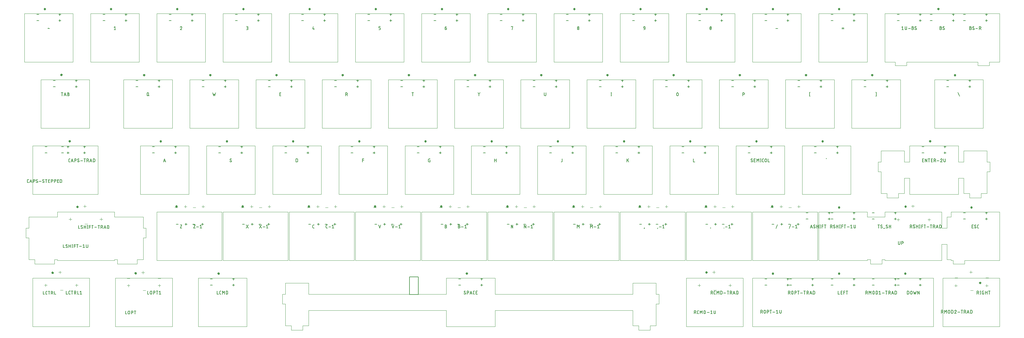
<source format=gbr>
G04 EAGLE Gerber RS-274X export*
G75*
%MOMM*%
%FSLAX66Y66*%
%LPD*%
%INSilkscreen Top*%
%IPPOS*%
%AMOC8*
5,1,8,0,0,1.08239X$1,22.5*%
G01*
%ADD10C,0.001000*%
%ADD11C,0.127000*%
%ADD12C,0.101600*%
%ADD13C,0.500000*%
%ADD14R,0.101600X0.101600*%
%ADD15R,2.743200X0.101600*%
%ADD16R,7.924800X0.101600*%
%ADD17R,10.363200X0.101600*%
%ADD18R,12.700000X0.101600*%
%ADD19R,14.833600X0.101600*%
%ADD20R,3.759200X0.101600*%
%ADD21R,16.256000X0.101600*%
%ADD22R,8.940800X0.101600*%
%ADD23R,17.678400X0.101600*%
%ADD24R,11.176000X0.101600*%
%ADD25R,19.100800X0.101600*%
%ADD26R,13.512800X0.101600*%
%ADD27R,20.421600X0.101600*%
%ADD28R,15.341600X0.101600*%
%ADD29R,21.437600X0.101600*%
%ADD30R,17.170400X0.101600*%
%ADD31R,22.656800X0.101600*%
%ADD32R,18.491200X0.101600*%
%ADD33R,23.672800X0.101600*%
%ADD34R,19.913600X0.101600*%
%ADD35R,24.790400X0.101600*%
%ADD36R,20.929600X0.101600*%
%ADD37R,25.704800X0.101600*%
%ADD38R,21.945600X0.101600*%
%ADD39R,26.822400X0.101600*%
%ADD40R,23.063200X0.101600*%
%ADD41R,13.309600X0.101600*%
%ADD42R,8.534400X0.101600*%
%ADD43R,23.876000X0.101600*%
%ADD44R,11.684000X0.101600*%
%ADD45R,7.721600X0.101600*%
%ADD46R,11.379200X0.101600*%
%ADD47R,7.213600X0.101600*%
%ADD48R,25.908000X0.101600*%
%ADD49R,10.668000X0.101600*%
%ADD50R,6.604000X0.101600*%
%ADD51R,9.347200X0.101600*%
%ADD52R,10.160000X0.101600*%
%ADD53R,6.400800X0.101600*%
%ADD54R,9.652000X0.101600*%
%ADD55R,5.994400X0.101600*%
%ADD56R,7.010400X0.101600*%
%ADD57R,9.550400X0.101600*%
%ADD58R,5.892800X0.101600*%
%ADD59R,8.737600X0.101600*%
%ADD60R,5.689600X0.101600*%
%ADD61R,8.636000X0.101600*%
%ADD62R,9.042400X0.101600*%
%ADD63R,5.384800X0.101600*%
%ADD64R,5.486400X0.101600*%
%ADD65R,7.416800X0.101600*%
%ADD66R,5.080000X0.101600*%
%ADD67R,5.283200X0.101600*%
%ADD68R,8.839200X0.101600*%
%ADD69R,5.181600X0.101600*%
%ADD70R,4.978400X0.101600*%
%ADD71R,4.876800X0.101600*%
%ADD72R,8.432800X0.101600*%
%ADD73R,4.673600X0.101600*%
%ADD74R,6.299200X0.101600*%
%ADD75R,4.775200X0.101600*%
%ADD76R,4.572000X0.101600*%
%ADD77R,4.470400X0.101600*%
%ADD78R,8.331200X0.101600*%
%ADD79R,4.368800X0.101600*%
%ADD80R,4.267200X0.101600*%
%ADD81R,5.588000X0.101600*%
%ADD82R,4.165600X0.101600*%
%ADD83R,3.962400X0.101600*%
%ADD84R,9.144000X0.101600*%
%ADD85R,3.860800X0.101600*%
%ADD86R,4.064000X0.101600*%
%ADD87R,9.448800X0.101600*%
%ADD88R,9.753600X0.101600*%
%ADD89R,3.657600X0.101600*%
%ADD90R,9.855200X0.101600*%
%ADD91R,10.261600X0.101600*%
%ADD92R,3.556000X0.101600*%
%ADD93R,10.566400X0.101600*%
%ADD94R,3.454400X0.101600*%
%ADD95R,10.871200X0.101600*%
%ADD96R,3.352800X0.101600*%
%ADD97R,11.277600X0.101600*%
%ADD98R,3.149600X0.101600*%
%ADD99R,3.251200X0.101600*%
%ADD100R,3.048000X0.101600*%
%ADD101R,2.844800X0.101600*%
%ADD102R,2.540000X0.101600*%
%ADD103R,2.438400X0.101600*%
%ADD104R,11.074400X0.101600*%
%ADD105R,2.235200X0.101600*%
%ADD106R,2.946400X0.101600*%
%ADD107R,2.133600X0.101600*%
%ADD108R,1.828800X0.101600*%
%ADD109R,1.422400X0.101600*%
%ADD110R,12.395200X0.101600*%
%ADD111R,1.727200X0.101600*%
%ADD112R,13.817600X0.101600*%
%ADD113R,1.524000X0.101600*%
%ADD114R,12.903200X0.101600*%
%ADD115R,1.320800X0.101600*%
%ADD116R,12.496800X0.101600*%
%ADD117R,1.117600X0.101600*%
%ADD118R,0.711200X0.101600*%
%ADD119R,6.705600X0.101600*%
%ADD120R,2.641600X0.101600*%
%ADD121R,0.609600X0.101600*%
%ADD122R,1.625600X0.101600*%
%ADD123R,2.336800X0.101600*%
%ADD124R,1.219200X0.101600*%
%ADD125R,2.032000X0.101600*%
%ADD126R,1.930400X0.101600*%
%ADD127R,1.016000X0.101600*%
%ADD128R,0.914400X0.101600*%
%ADD129R,13.716000X0.101600*%
%ADD130R,17.983200X0.101600*%
%ADD131R,25.095200X0.101600*%
%ADD132R,28.651200X0.101600*%
%ADD133R,32.105600X0.101600*%
%ADD134R,34.442400X0.101600*%
%ADD135R,38.100000X0.101600*%
%ADD136R,40.436800X0.101600*%
%ADD137R,42.976800X0.101600*%
%ADD138R,44.805600X0.101600*%
%ADD139R,46.837600X0.101600*%
%ADD140R,49.174400X0.101600*%
%ADD141R,18.288000X0.101600*%
%ADD142R,25.298400X0.101600*%
%ADD143R,15.748000X0.101600*%
%ADD144R,23.164800X0.101600*%
%ADD145R,19.507200X0.101600*%
%ADD146R,13.004800X0.101600*%
%ADD147R,12.598400X0.101600*%
%ADD148R,15.951200X0.101600*%
%ADD149R,12.090400X0.101600*%
%ADD150R,12.293600X0.101600*%
%ADD151R,14.732000X0.101600*%
%ADD152R,12.192000X0.101600*%
%ADD153R,14.122400X0.101600*%
%ADD154R,0.203200X0.101600*%
%ADD155R,0.508000X0.101600*%
%ADD156R,11.785600X0.101600*%
%ADD157R,11.582400X0.101600*%
%ADD158R,11.480800X0.101600*%
%ADD159R,10.464800X0.101600*%
%ADD160R,10.769600X0.101600*%
%ADD161R,9.956800X0.101600*%
%ADD162R,9.245600X0.101600*%
%ADD163R,0.406400X0.101600*%
%ADD164R,8.128000X0.101600*%
%ADD165R,8.229600X0.101600*%
%ADD166R,8.026400X0.101600*%
%ADD167R,7.620000X0.101600*%
%ADD168R,7.518400X0.101600*%
%ADD169R,7.315200X0.101600*%
%ADD170R,6.908800X0.101600*%
%ADD171R,6.807200X0.101600*%
%ADD172R,6.197600X0.101600*%
%ADD173R,6.096000X0.101600*%
%ADD174R,5.791200X0.101600*%
%ADD175R,12.801600X0.101600*%
%ADD176R,14.224000X0.101600*%
%ADD177R,14.528800X0.101600*%
%ADD178R,11.887200X0.101600*%
%ADD179R,10.972800X0.101600*%
%ADD180R,0.304800X0.101600*%
%ADD181R,16.560800X0.101600*%
%ADD182R,19.812000X0.101600*%
%ADD183R,25.501600X0.101600*%
%ADD184R,26.212800X0.101600*%
%ADD185R,34.036000X0.101600*%
%ADD186R,33.426400X0.101600*%
%ADD187R,32.308800X0.101600*%
%ADD188R,6.502400X0.101600*%
%ADD189R,31.292800X0.101600*%
%ADD190R,29.972000X0.101600*%
%ADD191R,7.112000X0.101600*%
%ADD192R,28.549600X0.101600*%
%ADD193R,23.571200X0.101600*%
%ADD194R,22.453600X0.101600*%
%ADD195R,13.106400X0.101600*%
%ADD196R,28.346400X0.101600*%
%ADD197R,27.432000X0.101600*%
%ADD198R,26.517600X0.101600*%
%ADD199R,25.603200X0.101600*%
%ADD200R,24.587200X0.101600*%
%ADD201R,23.368000X0.101600*%
%ADD202R,22.352000X0.101600*%
%ADD203R,21.031200X0.101600*%
%ADD204R,7.823200X0.101600*%
%ADD205R,18.592800X0.101600*%
%ADD206R,16.967200X0.101600*%
%ADD207R,15.138400X0.101600*%
%ADD208R,13.411200X0.101600*%
%ADD209R,16.154400X0.101600*%
%ADD210R,28.041600X0.101600*%
%ADD211R,25.806400X0.101600*%
%ADD212R,24.688800X0.101600*%
%ADD213R,20.320000X0.101600*%
%ADD214R,18.897600X0.101600*%
%ADD215R,17.475200X0.101600*%


D10*
X133492569Y26049650D02*
X133492569Y21349150D01*
X93868681Y21349150D01*
X93868681Y24579350D01*
X87117569Y24579350D01*
X87117569Y21349150D01*
X86293469Y21349150D01*
X86293469Y18550391D01*
X87117569Y18550391D01*
X87117569Y12280319D01*
X88842569Y12280319D01*
X88842569Y11080050D01*
X92143169Y11080050D01*
X92143169Y12280319D01*
X93868681Y12280319D01*
X93868681Y16750659D01*
X133492569Y16750659D01*
X133492569Y12050191D01*
X147493569Y12050191D01*
X147493569Y16750659D01*
X187117569Y16750659D01*
X187117569Y12280319D01*
X188842581Y12280319D01*
X188842581Y11080050D01*
X192143581Y11080050D01*
X192143581Y12280319D01*
X193868569Y12280319D01*
X193868569Y18550391D01*
X194692581Y18550391D01*
X194692581Y21349150D01*
X193868569Y21349150D01*
X193868569Y24579350D01*
X187117569Y24579350D01*
X187117569Y21349150D01*
X147493569Y21349150D01*
X147493569Y26049650D01*
X133492569Y26049650D01*
X292749581Y26049650D02*
X292749581Y12050191D01*
X273699581Y26049650D02*
X221600569Y26049650D01*
X273699581Y26049650D02*
X273699581Y12050191D01*
X273698581Y12050191D01*
X221600569Y12050191D01*
X221600569Y26049650D01*
X76055881Y26049650D02*
X62056581Y26049650D01*
X76055881Y26049650D02*
X76055881Y12050191D01*
X62056581Y12050191D01*
X62056581Y26049650D01*
X54624631Y26049650D02*
X38242581Y26049650D01*
X54624631Y26049650D02*
X54624631Y12050191D01*
X38242581Y12050191D01*
X38242581Y26049650D01*
X30812231Y26049650D02*
X14431491Y26049650D01*
X30812231Y26049650D02*
X30812231Y12050191D01*
X14431491Y12050191D01*
X14431491Y26049650D01*
X240648569Y31100150D02*
X240648569Y45099550D01*
X240648569Y31100150D02*
X254649581Y31100150D01*
X254649581Y31330350D01*
X255531581Y31330350D01*
X255531581Y30130050D01*
X258830581Y30130050D01*
X258830581Y31330350D01*
X259698581Y31330350D01*
X259698581Y31100150D01*
X276080581Y31100150D01*
X276080581Y35799250D01*
X277606581Y35799250D01*
X277606581Y31330350D01*
X278748581Y31330350D01*
X278748581Y31100150D01*
X279330581Y31100150D01*
X279330581Y30130050D01*
X282630581Y30130050D01*
X282630581Y31100150D01*
X292749581Y31100150D01*
X292749581Y45099550D01*
X278748581Y45099550D01*
X278748581Y43629350D01*
X277606581Y43629350D01*
X277606581Y40399150D01*
X276080581Y40399150D01*
X276080581Y45099550D01*
X259698581Y45099550D01*
X259698581Y43629350D01*
X254649581Y43629350D01*
X254649581Y45099550D01*
X240648569Y45099550D01*
X21575281Y45099550D02*
X21575281Y43629350D01*
X13300131Y43629350D01*
X13300131Y40399150D01*
X12474669Y40399150D01*
X12474669Y37600350D01*
X13300131Y37600350D01*
X13300131Y31330350D01*
X15025419Y31330350D01*
X15025419Y30130050D01*
X20705681Y30130050D01*
X20705681Y31330350D01*
X21575281Y31330350D01*
X21575281Y31100150D01*
X37955981Y31100150D01*
X37955981Y31330350D01*
X38825481Y31330350D01*
X38825481Y30130050D01*
X44505781Y30130050D01*
X44505781Y31330350D01*
X46230981Y31330350D01*
X46230981Y37600350D01*
X47056469Y37600350D01*
X47056469Y40399150D01*
X46230981Y40399150D01*
X46230981Y43629350D01*
X37955981Y43629350D01*
X37955981Y45099550D01*
X21575281Y45099550D01*
X221598581Y45099550D02*
X240362569Y45099550D01*
X240362569Y31100150D01*
X221598581Y31100150D01*
X221598581Y45099550D01*
X221312581Y45099550D02*
X202548581Y45099550D01*
X221312581Y45099550D02*
X221312581Y31100150D01*
X202548581Y31100150D01*
X202548581Y45099550D01*
X202262581Y45099550D02*
X183500581Y45099550D01*
X202262581Y45099550D02*
X202262581Y31100150D01*
X183500581Y31100150D01*
X183500581Y45099550D01*
X183212569Y45099550D02*
X164450569Y45099550D01*
X183212569Y45099550D02*
X183212569Y31100150D01*
X164450569Y31100150D01*
X164450569Y45099550D01*
X164162581Y45099550D02*
X145400581Y45099550D01*
X164162581Y45099550D02*
X164162581Y31100150D01*
X145400581Y31100150D01*
X145400581Y45099550D01*
X145112569Y45099550D02*
X126350581Y45099550D01*
X145112569Y45099550D02*
X145112569Y31100150D01*
X126350581Y31100150D01*
X126350581Y45099550D01*
X126062569Y45099550D02*
X107300269Y45099550D01*
X126062569Y45099550D02*
X126062569Y31100150D01*
X107300269Y31100150D01*
X107300269Y45099550D01*
X107012069Y45099550D02*
X88250281Y45099550D01*
X107012069Y45099550D02*
X107012069Y31100150D01*
X88250281Y31100150D01*
X88250281Y45099550D01*
X87962069Y45099550D02*
X69200281Y45099550D01*
X87962069Y45099550D02*
X87962069Y31100150D01*
X69200281Y31100150D01*
X69200281Y45099550D01*
X68912069Y45099550D02*
X50150281Y45099550D01*
X68912069Y45099550D02*
X68912069Y31100150D01*
X50150281Y31100150D01*
X50150281Y45099550D01*
X266842581Y59449150D02*
X266842581Y64149650D01*
X266842581Y59449150D02*
X265318581Y59449150D01*
X265318581Y62679250D01*
X258567569Y62679250D01*
X258567569Y59449150D01*
X257743581Y59449150D01*
X257743581Y56650250D01*
X258567569Y56650250D01*
X258567569Y50380350D01*
X260292581Y50380350D01*
X260292581Y49180150D01*
X263591569Y49180150D01*
X263591569Y50380350D01*
X265318581Y50380350D01*
X265318581Y54849350D01*
X266842581Y54849350D01*
X266842581Y50150350D01*
X280843581Y50150350D01*
X280843581Y54849350D01*
X282367581Y54849350D01*
X282367581Y50380350D01*
X284092581Y50380350D01*
X284092581Y49180150D01*
X287393581Y49180150D01*
X287393581Y50380350D01*
X289118581Y50380350D01*
X289118581Y56650250D01*
X289942569Y56650250D01*
X289942569Y59449150D01*
X289118581Y59449150D01*
X289118581Y62679250D01*
X282367581Y62679250D01*
X282367581Y59449150D01*
X280843581Y59449150D01*
X280843581Y64149650D01*
X266842581Y64149650D01*
X249887581Y64149650D02*
X235887581Y64149650D01*
X249887581Y64149650D02*
X249887581Y50150350D01*
X235887581Y50150350D01*
X235887581Y64149650D01*
X230837569Y64149650D02*
X216837569Y64149650D01*
X230837569Y64149650D02*
X230837569Y50150350D01*
X216837569Y50150350D01*
X216837569Y64149650D01*
X211787581Y64149650D02*
X197787581Y64149650D01*
X211787581Y64149650D02*
X211787581Y50150350D01*
X197787581Y50150350D01*
X197787581Y64149650D01*
X192737569Y64149650D02*
X178737569Y64149650D01*
X192737569Y64149650D02*
X192737569Y50150350D01*
X178737569Y50150350D01*
X178737569Y64149650D01*
X173687581Y64149650D02*
X159687581Y64149650D01*
X173687581Y64149650D02*
X173687581Y50150350D01*
X159687581Y50150350D01*
X159687581Y64149650D01*
X154637581Y64149650D02*
X140637581Y64149650D01*
X154637581Y64149650D02*
X154637581Y50150350D01*
X140637581Y50150350D01*
X140637581Y64149650D01*
X135587569Y64149650D02*
X121587569Y64149650D01*
X135587569Y64149650D02*
X135587569Y50150350D01*
X121587569Y50150350D01*
X121587569Y64149650D01*
X116537569Y64149650D02*
X102537769Y64149650D01*
X116537569Y64149650D02*
X116537569Y50150350D01*
X102537769Y50150350D01*
X102537769Y64149650D01*
X97487081Y64149650D02*
X83487769Y64149650D01*
X97487081Y64149650D02*
X97487081Y50150350D01*
X83487769Y50150350D01*
X83487769Y64149650D01*
X78437069Y64149650D02*
X64437781Y64149650D01*
X78437069Y64149650D02*
X78437069Y50150350D01*
X64437781Y50150350D01*
X64437781Y64149650D01*
X59387081Y64149650D02*
X45387781Y64149650D01*
X59387081Y64149650D02*
X59387081Y50150350D01*
X45387781Y50150350D01*
X45387781Y64149650D01*
X33193481Y64149650D02*
X14431491Y64149650D01*
X33193481Y64149650D02*
X33193481Y50150350D01*
X14431491Y50150350D01*
X14431491Y64149650D01*
X273987581Y83199650D02*
X287987581Y83199650D01*
X287987581Y69200350D01*
X273987581Y69200350D01*
X273987581Y83199650D01*
X264174581Y83199650D02*
X250175581Y83199650D01*
X264174581Y83199650D02*
X264174581Y69200350D01*
X250175581Y69200350D01*
X250175581Y83199650D01*
X245124569Y83199650D02*
X231125581Y83199650D01*
X245124569Y83199650D02*
X245124569Y69200350D01*
X231125581Y69200350D01*
X231125581Y83199650D01*
X226074581Y83199650D02*
X212075569Y83199650D01*
X226074581Y83199650D02*
X226074581Y69200350D01*
X212075569Y69200350D01*
X212075569Y83199650D01*
X207024581Y83199650D02*
X193025581Y83199650D01*
X207024581Y83199650D02*
X207024581Y69200350D01*
X193025581Y69200350D01*
X193025581Y83199650D01*
X187974569Y83199650D02*
X173975569Y83199650D01*
X187974569Y83199650D02*
X187974569Y69200350D01*
X173975569Y69200350D01*
X173975569Y83199650D01*
X168924581Y83199650D02*
X154925581Y83199650D01*
X168924581Y83199650D02*
X168924581Y69200350D01*
X154925581Y69200350D01*
X154925581Y83199650D01*
X149874569Y83199650D02*
X135875581Y83199650D01*
X149874569Y83199650D02*
X149874569Y69200350D01*
X135875581Y69200350D01*
X135875581Y83199650D01*
X130824581Y83199650D02*
X116825569Y83199650D01*
X130824581Y83199650D02*
X130824581Y69200350D01*
X116825569Y69200350D01*
X116825569Y83199650D01*
X111774569Y83199650D02*
X97775281Y83199650D01*
X111774569Y83199650D02*
X111774569Y69200350D01*
X97775281Y69200350D01*
X97775281Y83199650D01*
X92724569Y83199650D02*
X78725281Y83199650D01*
X92724569Y83199650D02*
X92724569Y69200350D01*
X78725281Y69200350D01*
X78725281Y83199650D01*
X73674581Y83199650D02*
X59675281Y83199650D01*
X73674581Y83199650D02*
X73674581Y69200350D01*
X59675281Y69200350D01*
X59675281Y83199650D01*
X40625281Y83199650D02*
X40625281Y69200350D01*
X40625281Y83199650D02*
X54624581Y83199650D01*
X54624581Y69200350D01*
X40625281Y69200350D01*
X30812281Y83199650D02*
X16812741Y83199650D01*
X30812281Y83199650D02*
X30812281Y69200350D01*
X16812741Y69200350D01*
X16812741Y83199650D01*
X259700581Y88250350D02*
X259700581Y102249650D01*
X259700581Y88250350D02*
X262673581Y88250350D01*
X262673581Y87280150D01*
X265974581Y87280150D01*
X265974581Y88250350D01*
X286475581Y88250350D01*
X286475581Y87280150D01*
X289774581Y87280150D01*
X289774581Y88250350D01*
X292749581Y88250350D01*
X292749581Y102249650D01*
X259700581Y102249650D01*
X254649581Y102249650D02*
X240650581Y102249650D01*
X254649581Y102249650D02*
X254649581Y88250350D01*
X240650581Y88250350D01*
X240650581Y102249650D01*
X235599569Y102249650D02*
X221600569Y102249650D01*
X235599569Y102249650D02*
X235599569Y88250350D01*
X221600569Y88250350D01*
X221600569Y102249650D01*
X216549581Y102249650D02*
X202550581Y102249650D01*
X216549581Y102249650D02*
X216549581Y88250350D01*
X202550581Y88250350D01*
X202550581Y102249650D01*
X197499569Y102249650D02*
X183500581Y102249650D01*
X197499569Y102249650D02*
X197499569Y88250350D01*
X183500581Y88250350D01*
X183500581Y102249650D01*
X178449581Y102249650D02*
X164450569Y102249650D01*
X178449581Y102249650D02*
X178449581Y88250350D01*
X164450569Y88250350D01*
X164450569Y102249650D01*
X159399581Y102249650D02*
X145400581Y102249650D01*
X159399581Y102249650D02*
X159399581Y88250350D01*
X145400581Y88250350D01*
X145400581Y102249650D01*
X140349569Y102249650D02*
X126348569Y102249650D01*
X140349569Y102249650D02*
X140349569Y88250350D01*
X126348569Y88250350D01*
X126348569Y102249650D01*
X121299581Y102249650D02*
X107298881Y102249650D01*
X121299581Y102249650D02*
X121299581Y88250350D01*
X107298881Y88250350D01*
X107298881Y102249650D01*
X102249572Y102249650D02*
X88250281Y102249653D01*
X102249572Y102249650D02*
X102249572Y88250350D01*
X88250281Y88250350D01*
X88250281Y102249653D01*
X83199569Y102249650D02*
X69200281Y102249650D01*
X83199569Y102249650D02*
X83199569Y88250350D01*
X69200281Y88250350D01*
X69200281Y102249650D01*
X64149569Y102249650D02*
X50150281Y102249650D01*
X64149569Y102249650D02*
X64149569Y88250350D01*
X50150281Y88250350D01*
X50150281Y102249650D01*
X45099581Y102249650D02*
X31100281Y102249650D01*
X45099581Y102249650D02*
X45099581Y88250350D01*
X31100281Y88250350D01*
X31100281Y102249650D01*
X26049781Y102249650D02*
X12050231Y102249650D01*
X12050231Y88250350D02*
X26049781Y88250350D01*
X12050231Y88250350D02*
X12050231Y102249650D01*
X26049781Y102249650D02*
X26049781Y88250350D01*
X259698581Y26049491D02*
X273698581Y26049491D01*
X273698581Y12050191D01*
X254648569Y26049491D02*
X240648569Y26049491D01*
X235598581Y26049491D02*
X221598581Y26049491D01*
X221600569Y12050191D02*
X221598581Y12050191D01*
X221598581Y26049491D01*
X276367581Y26049650D02*
X292749581Y26049650D01*
X292749581Y12050191D02*
X276367581Y12050191D01*
X276367581Y26049650D01*
X218930581Y26049650D02*
X202550581Y26049650D01*
X218930581Y26049650D02*
X218930581Y12050191D01*
X202550581Y12050191D01*
X202550581Y26049650D01*
D11*
X27278500Y81183000D02*
X26696500Y81183000D01*
X26987500Y80892000D02*
X26987500Y81474000D01*
X20928500Y81183000D02*
X20346500Y81183000D01*
X26696500Y82888000D02*
X27278500Y82888000D01*
X26987500Y82597000D02*
X26987500Y83179000D01*
X20928500Y82888000D02*
X20346500Y82888000D01*
X22918875Y79436500D02*
X22918875Y78563500D01*
X22676375Y79436500D02*
X23161375Y79436500D01*
X23758875Y79436500D02*
X23467875Y78563500D01*
X24049875Y78563500D02*
X23758875Y79436500D01*
X23977125Y78781750D02*
X23540625Y78781750D01*
X24463625Y79048500D02*
X24706125Y79048500D01*
X24712030Y79048428D01*
X24717932Y79048212D01*
X24723826Y79047853D01*
X24729710Y79047350D01*
X24735581Y79046704D01*
X24741433Y79045916D01*
X24747265Y79044985D01*
X24753072Y79043912D01*
X24758852Y79042698D01*
X24764600Y79041344D01*
X24770314Y79039851D01*
X24775989Y79038218D01*
X24781623Y79036448D01*
X24787212Y79034541D01*
X24792753Y79032499D01*
X24798243Y79030322D01*
X24803678Y79028013D01*
X24809056Y79025571D01*
X24814372Y79023000D01*
X24819624Y79020299D01*
X24824809Y79017472D01*
X24829923Y79014519D01*
X24834964Y79011443D01*
X24839929Y79008244D01*
X24844814Y79004926D01*
X24849617Y79001490D01*
X24854335Y78997938D01*
X24858965Y78994272D01*
X24863504Y78990494D01*
X24867950Y78986607D01*
X24872300Y78982613D01*
X24876551Y78978514D01*
X24880702Y78974313D01*
X24884748Y78970012D01*
X24888689Y78965614D01*
X24892522Y78961121D01*
X24896244Y78956536D01*
X24899853Y78951862D01*
X24903348Y78947101D01*
X24906725Y78942256D01*
X24909984Y78937331D01*
X24913121Y78932328D01*
X24916136Y78927250D01*
X24919026Y78922100D01*
X24921790Y78916881D01*
X24924427Y78911597D01*
X24926933Y78906250D01*
X24929309Y78900843D01*
X24931552Y78895380D01*
X24933662Y78889864D01*
X24935637Y78884298D01*
X24937475Y78878686D01*
X24939177Y78873031D01*
X24940740Y78867336D01*
X24942164Y78861605D01*
X24943448Y78855841D01*
X24944591Y78850047D01*
X24945593Y78844227D01*
X24946453Y78838384D01*
X24947170Y78832523D01*
X24947745Y78826645D01*
X24948176Y78820755D01*
X24948463Y78814857D01*
X24948607Y78808953D01*
X24948607Y78803047D01*
X24948463Y78797143D01*
X24948176Y78791245D01*
X24947745Y78785355D01*
X24947170Y78779477D01*
X24946453Y78773616D01*
X24945593Y78767773D01*
X24944591Y78761953D01*
X24943448Y78756159D01*
X24942164Y78750395D01*
X24940740Y78744664D01*
X24939177Y78738969D01*
X24937475Y78733314D01*
X24935637Y78727702D01*
X24933662Y78722136D01*
X24931552Y78716620D01*
X24929309Y78711157D01*
X24926933Y78705750D01*
X24924427Y78700403D01*
X24921790Y78695119D01*
X24919026Y78689900D01*
X24916136Y78684750D01*
X24913121Y78679672D01*
X24909984Y78674669D01*
X24906725Y78669744D01*
X24903348Y78664899D01*
X24899853Y78660138D01*
X24896244Y78655464D01*
X24892522Y78650879D01*
X24888689Y78646386D01*
X24884748Y78641988D01*
X24880702Y78637687D01*
X24876551Y78633486D01*
X24872300Y78629387D01*
X24867950Y78625393D01*
X24863504Y78621506D01*
X24858965Y78617728D01*
X24854335Y78614062D01*
X24849617Y78610510D01*
X24844814Y78607074D01*
X24839929Y78603756D01*
X24834964Y78600557D01*
X24829923Y78597481D01*
X24824809Y78594528D01*
X24819624Y78591701D01*
X24814372Y78589000D01*
X24809056Y78586429D01*
X24803678Y78583987D01*
X24798243Y78581678D01*
X24792753Y78579501D01*
X24787212Y78577459D01*
X24781623Y78575552D01*
X24775989Y78573782D01*
X24770314Y78572149D01*
X24764600Y78570656D01*
X24758852Y78569302D01*
X24753072Y78568088D01*
X24747265Y78567015D01*
X24741433Y78566084D01*
X24735581Y78565296D01*
X24729710Y78564650D01*
X24723826Y78564147D01*
X24717932Y78563788D01*
X24712030Y78563572D01*
X24706125Y78563500D01*
X24463625Y78563500D01*
X24463625Y79436500D01*
X24706125Y79436500D01*
X24710849Y79436442D01*
X24715570Y79436270D01*
X24720286Y79435982D01*
X24724993Y79435580D01*
X24729689Y79435064D01*
X24734372Y79434433D01*
X24739037Y79433688D01*
X24743683Y79432830D01*
X24748306Y79431859D01*
X24752905Y79430775D01*
X24757476Y79429580D01*
X24762016Y79428275D01*
X24766523Y79426858D01*
X24770995Y79425333D01*
X24775428Y79423699D01*
X24779820Y79421958D01*
X24784168Y79420110D01*
X24788470Y79418157D01*
X24792723Y79416100D01*
X24796924Y79413939D01*
X24801072Y79411678D01*
X24805164Y79409315D01*
X24809196Y79406854D01*
X24813168Y79404296D01*
X24817076Y79401641D01*
X24820918Y79398892D01*
X24824693Y79396050D01*
X24828397Y79393118D01*
X24832028Y79390095D01*
X24835585Y79386986D01*
X24839065Y79383790D01*
X24842466Y79380511D01*
X24845786Y79377150D01*
X24849024Y79373710D01*
X24852176Y79370191D01*
X24855243Y79366597D01*
X24858220Y79362929D01*
X24861108Y79359189D01*
X24863903Y79355381D01*
X24866605Y79351505D01*
X24869212Y79347565D01*
X24871722Y79343562D01*
X24874134Y79339500D01*
X24876446Y79335380D01*
X24878657Y79331205D01*
X24880766Y79326977D01*
X24882772Y79322700D01*
X24884672Y79318374D01*
X24886467Y79314004D01*
X24888155Y79309591D01*
X24889734Y79305139D01*
X24891205Y79300649D01*
X24892566Y79296125D01*
X24893817Y79291569D01*
X24894956Y79286984D01*
X24895983Y79282373D01*
X24896898Y79277738D01*
X24897699Y79273082D01*
X24898387Y79268407D01*
X24898961Y79263718D01*
X24899421Y79259016D01*
X24899766Y79254304D01*
X24899996Y79249585D01*
X24900111Y79244862D01*
X24900111Y79240138D01*
X24899996Y79235415D01*
X24899766Y79230696D01*
X24899421Y79225984D01*
X24898961Y79221282D01*
X24898387Y79216593D01*
X24897699Y79211918D01*
X24896898Y79207262D01*
X24895983Y79202627D01*
X24894956Y79198016D01*
X24893817Y79193431D01*
X24892566Y79188875D01*
X24891205Y79184351D01*
X24889734Y79179861D01*
X24888155Y79175409D01*
X24886467Y79170996D01*
X24884672Y79166626D01*
X24882772Y79162300D01*
X24880766Y79158023D01*
X24878657Y79153795D01*
X24876446Y79149620D01*
X24874134Y79145500D01*
X24871722Y79141438D01*
X24869212Y79137435D01*
X24866605Y79133495D01*
X24863903Y79129619D01*
X24861108Y79125811D01*
X24858220Y79122071D01*
X24855243Y79118403D01*
X24852176Y79114809D01*
X24849024Y79111290D01*
X24845786Y79107850D01*
X24842466Y79104489D01*
X24839065Y79101210D01*
X24835585Y79098014D01*
X24832028Y79094905D01*
X24828397Y79091882D01*
X24824693Y79088950D01*
X24820918Y79086108D01*
X24817076Y79083359D01*
X24813168Y79080704D01*
X24809196Y79078146D01*
X24805164Y79075685D01*
X24801072Y79073322D01*
X24796924Y79071061D01*
X24792723Y79068900D01*
X24788470Y79066843D01*
X24784168Y79064890D01*
X24779820Y79063042D01*
X24775428Y79061301D01*
X24770995Y79059667D01*
X24766523Y79058142D01*
X24762016Y79056725D01*
X24757476Y79055420D01*
X24752905Y79054225D01*
X24748306Y79053141D01*
X24743683Y79052170D01*
X24739037Y79051312D01*
X24734372Y79050567D01*
X24729689Y79049936D01*
X24724993Y79049420D01*
X24720286Y79049018D01*
X24715570Y79048730D01*
X24710849Y79048558D01*
X24706125Y79048500D01*
X50509000Y81183000D02*
X51091000Y81183000D01*
X50800000Y80892000D02*
X50800000Y81474000D01*
X44741000Y81183000D02*
X44159000Y81183000D01*
X50509000Y82888000D02*
X51091000Y82888000D01*
X50800000Y82597000D02*
X50800000Y83179000D01*
X44741000Y82888000D02*
X44159000Y82888000D01*
X47334000Y79194000D02*
X47334000Y78806000D01*
X47334000Y79194000D02*
X47334072Y79199905D01*
X47334288Y79205807D01*
X47334647Y79211701D01*
X47335150Y79217585D01*
X47335796Y79223456D01*
X47336584Y79229308D01*
X47337515Y79235140D01*
X47338588Y79240947D01*
X47339802Y79246727D01*
X47341156Y79252475D01*
X47342649Y79258189D01*
X47344282Y79263864D01*
X47346052Y79269498D01*
X47347959Y79275087D01*
X47350001Y79280628D01*
X47352178Y79286118D01*
X47354487Y79291553D01*
X47356929Y79296931D01*
X47359500Y79302247D01*
X47362201Y79307499D01*
X47365028Y79312684D01*
X47367981Y79317798D01*
X47371057Y79322839D01*
X47374256Y79327804D01*
X47377574Y79332689D01*
X47381010Y79337492D01*
X47384562Y79342210D01*
X47388228Y79346840D01*
X47392006Y79351379D01*
X47395893Y79355825D01*
X47399887Y79360175D01*
X47403986Y79364426D01*
X47408187Y79368577D01*
X47412488Y79372623D01*
X47416886Y79376564D01*
X47421379Y79380397D01*
X47425964Y79384119D01*
X47430638Y79387728D01*
X47435399Y79391223D01*
X47440244Y79394600D01*
X47445169Y79397859D01*
X47450172Y79400996D01*
X47455250Y79404011D01*
X47460400Y79406901D01*
X47465619Y79409665D01*
X47470903Y79412302D01*
X47476250Y79414808D01*
X47481657Y79417184D01*
X47487120Y79419427D01*
X47492636Y79421537D01*
X47498202Y79423512D01*
X47503814Y79425350D01*
X47509469Y79427052D01*
X47515164Y79428615D01*
X47520895Y79430039D01*
X47526659Y79431323D01*
X47532453Y79432466D01*
X47538273Y79433468D01*
X47544116Y79434328D01*
X47549977Y79435045D01*
X47555855Y79435620D01*
X47561745Y79436051D01*
X47567643Y79436338D01*
X47573547Y79436482D01*
X47579453Y79436482D01*
X47585357Y79436338D01*
X47591255Y79436051D01*
X47597145Y79435620D01*
X47603023Y79435045D01*
X47608884Y79434328D01*
X47614727Y79433468D01*
X47620547Y79432466D01*
X47626341Y79431323D01*
X47632105Y79430039D01*
X47637836Y79428615D01*
X47643531Y79427052D01*
X47649186Y79425350D01*
X47654798Y79423512D01*
X47660364Y79421537D01*
X47665880Y79419427D01*
X47671343Y79417184D01*
X47676750Y79414808D01*
X47682097Y79412302D01*
X47687381Y79409665D01*
X47692600Y79406901D01*
X47697750Y79404011D01*
X47702828Y79400996D01*
X47707831Y79397859D01*
X47712756Y79394600D01*
X47717601Y79391223D01*
X47722362Y79387728D01*
X47727036Y79384119D01*
X47731621Y79380397D01*
X47736114Y79376564D01*
X47740512Y79372623D01*
X47744813Y79368577D01*
X47749014Y79364426D01*
X47753113Y79360175D01*
X47757107Y79355825D01*
X47760994Y79351379D01*
X47764772Y79346840D01*
X47768438Y79342210D01*
X47771990Y79337492D01*
X47775426Y79332689D01*
X47778744Y79327804D01*
X47781943Y79322839D01*
X47785019Y79317798D01*
X47787972Y79312684D01*
X47790799Y79307499D01*
X47793500Y79302247D01*
X47796071Y79296931D01*
X47798513Y79291553D01*
X47800822Y79286118D01*
X47802999Y79280628D01*
X47805041Y79275087D01*
X47806948Y79269498D01*
X47808718Y79263864D01*
X47810351Y79258189D01*
X47811844Y79252475D01*
X47813198Y79246727D01*
X47814412Y79240947D01*
X47815485Y79235140D01*
X47816416Y79229308D01*
X47817204Y79223456D01*
X47817850Y79217585D01*
X47818353Y79211701D01*
X47818712Y79205807D01*
X47818928Y79199905D01*
X47819000Y79194000D01*
X47819000Y78806000D01*
X47818928Y78800095D01*
X47818712Y78794193D01*
X47818353Y78788299D01*
X47817850Y78782415D01*
X47817204Y78776544D01*
X47816416Y78770692D01*
X47815485Y78764860D01*
X47814412Y78759053D01*
X47813198Y78753273D01*
X47811844Y78747525D01*
X47810351Y78741811D01*
X47808718Y78736136D01*
X47806948Y78730502D01*
X47805041Y78724913D01*
X47802999Y78719372D01*
X47800822Y78713882D01*
X47798513Y78708447D01*
X47796071Y78703069D01*
X47793500Y78697753D01*
X47790799Y78692501D01*
X47787972Y78687316D01*
X47785019Y78682202D01*
X47781943Y78677161D01*
X47778744Y78672196D01*
X47775426Y78667311D01*
X47771990Y78662508D01*
X47768438Y78657790D01*
X47764772Y78653160D01*
X47760994Y78648621D01*
X47757107Y78644175D01*
X47753113Y78639825D01*
X47749014Y78635574D01*
X47744813Y78631423D01*
X47740512Y78627377D01*
X47736114Y78623436D01*
X47731621Y78619603D01*
X47727036Y78615881D01*
X47722362Y78612272D01*
X47717601Y78608777D01*
X47712756Y78605400D01*
X47707831Y78602141D01*
X47702828Y78599004D01*
X47697750Y78595989D01*
X47692600Y78593099D01*
X47687381Y78590335D01*
X47682097Y78587698D01*
X47676750Y78585192D01*
X47671343Y78582816D01*
X47665880Y78580573D01*
X47660364Y78578463D01*
X47654798Y78576488D01*
X47649186Y78574650D01*
X47643531Y78572948D01*
X47637836Y78571385D01*
X47632105Y78569961D01*
X47626341Y78568677D01*
X47620547Y78567534D01*
X47614727Y78566532D01*
X47608884Y78565672D01*
X47603023Y78564955D01*
X47597145Y78564380D01*
X47591255Y78563949D01*
X47585357Y78563662D01*
X47579453Y78563518D01*
X47573547Y78563518D01*
X47567643Y78563662D01*
X47561745Y78563949D01*
X47555855Y78564380D01*
X47549977Y78564955D01*
X47544116Y78565672D01*
X47538273Y78566532D01*
X47532453Y78567534D01*
X47526659Y78568677D01*
X47520895Y78569961D01*
X47515164Y78571385D01*
X47509469Y78572948D01*
X47503814Y78574650D01*
X47498202Y78576488D01*
X47492636Y78578463D01*
X47487120Y78580573D01*
X47481657Y78582816D01*
X47476250Y78585192D01*
X47470903Y78587698D01*
X47465619Y78590335D01*
X47460400Y78593099D01*
X47455250Y78595989D01*
X47450172Y78599004D01*
X47445169Y78602141D01*
X47440244Y78605400D01*
X47435399Y78608777D01*
X47430638Y78612272D01*
X47425964Y78615881D01*
X47421379Y78619603D01*
X47416886Y78623436D01*
X47412488Y78627377D01*
X47408187Y78631423D01*
X47403986Y78635574D01*
X47399887Y78639825D01*
X47395893Y78644175D01*
X47392006Y78648621D01*
X47388228Y78653160D01*
X47384562Y78657790D01*
X47381010Y78662508D01*
X47377574Y78667311D01*
X47374256Y78672196D01*
X47371057Y78677161D01*
X47367981Y78682202D01*
X47365028Y78687316D01*
X47362201Y78692501D01*
X47359500Y78697753D01*
X47356929Y78703069D01*
X47354487Y78708447D01*
X47352178Y78713882D01*
X47350001Y78719372D01*
X47347959Y78724913D01*
X47346052Y78730502D01*
X47344282Y78736136D01*
X47342649Y78741811D01*
X47341156Y78747525D01*
X47339802Y78753273D01*
X47338588Y78759053D01*
X47337515Y78764860D01*
X47336584Y78770692D01*
X47335796Y78776544D01*
X47335150Y78782415D01*
X47334647Y78788299D01*
X47334288Y78794193D01*
X47334072Y78800095D01*
X47334000Y78806000D01*
X47722000Y78757500D02*
X47916000Y78563500D01*
X69559000Y81183000D02*
X70141000Y81183000D01*
X69850000Y80892000D02*
X69850000Y81474000D01*
X63791000Y81183000D02*
X63209000Y81183000D01*
X69559000Y82888000D02*
X70141000Y82888000D01*
X69850000Y82597000D02*
X69850000Y83179000D01*
X63791000Y82888000D02*
X63209000Y82888000D01*
X66287000Y79436500D02*
X66481000Y78563500D01*
X66675000Y79145500D01*
X66869000Y78563500D01*
X67063000Y79436500D01*
X88609000Y81183000D02*
X89191000Y81183000D01*
X88900000Y80892000D02*
X88900000Y81474000D01*
X82841000Y81183000D02*
X82259000Y81183000D01*
X88609000Y82888000D02*
X89191000Y82888000D01*
X88900000Y82597000D02*
X88900000Y83179000D01*
X82841000Y82888000D02*
X82259000Y82888000D01*
X85531000Y78563500D02*
X85919000Y78563500D01*
X85531000Y78563500D02*
X85531000Y79436500D01*
X85919000Y79436500D01*
X85822000Y79048500D02*
X85531000Y79048500D01*
X107659000Y81183000D02*
X108241000Y81183000D01*
X107950000Y80892000D02*
X107950000Y81474000D01*
X101891000Y81183000D02*
X101309000Y81183000D01*
X107659000Y82888000D02*
X108241000Y82888000D01*
X107950000Y82597000D02*
X107950000Y83179000D01*
X101891000Y82888000D02*
X101309000Y82888000D01*
X104532500Y79436500D02*
X104532500Y78563500D01*
X104532500Y79436500D02*
X104775000Y79436500D01*
X104780905Y79436428D01*
X104786807Y79436212D01*
X104792701Y79435853D01*
X104798585Y79435350D01*
X104804456Y79434704D01*
X104810308Y79433916D01*
X104816140Y79432985D01*
X104821947Y79431912D01*
X104827727Y79430698D01*
X104833475Y79429344D01*
X104839189Y79427851D01*
X104844864Y79426218D01*
X104850498Y79424448D01*
X104856087Y79422541D01*
X104861628Y79420499D01*
X104867118Y79418322D01*
X104872553Y79416013D01*
X104877931Y79413571D01*
X104883247Y79411000D01*
X104888499Y79408299D01*
X104893684Y79405472D01*
X104898798Y79402519D01*
X104903839Y79399443D01*
X104908804Y79396244D01*
X104913689Y79392926D01*
X104918492Y79389490D01*
X104923210Y79385938D01*
X104927840Y79382272D01*
X104932379Y79378494D01*
X104936825Y79374607D01*
X104941175Y79370613D01*
X104945426Y79366514D01*
X104949577Y79362313D01*
X104953623Y79358012D01*
X104957564Y79353614D01*
X104961397Y79349121D01*
X104965119Y79344536D01*
X104968728Y79339862D01*
X104972223Y79335101D01*
X104975600Y79330256D01*
X104978859Y79325331D01*
X104981996Y79320328D01*
X104985011Y79315250D01*
X104987901Y79310100D01*
X104990665Y79304881D01*
X104993302Y79299597D01*
X104995808Y79294250D01*
X104998184Y79288843D01*
X105000427Y79283380D01*
X105002537Y79277864D01*
X105004512Y79272298D01*
X105006350Y79266686D01*
X105008052Y79261031D01*
X105009615Y79255336D01*
X105011039Y79249605D01*
X105012323Y79243841D01*
X105013466Y79238047D01*
X105014468Y79232227D01*
X105015328Y79226384D01*
X105016045Y79220523D01*
X105016620Y79214645D01*
X105017051Y79208755D01*
X105017338Y79202857D01*
X105017482Y79196953D01*
X105017482Y79191047D01*
X105017338Y79185143D01*
X105017051Y79179245D01*
X105016620Y79173355D01*
X105016045Y79167477D01*
X105015328Y79161616D01*
X105014468Y79155773D01*
X105013466Y79149953D01*
X105012323Y79144159D01*
X105011039Y79138395D01*
X105009615Y79132664D01*
X105008052Y79126969D01*
X105006350Y79121314D01*
X105004512Y79115702D01*
X105002537Y79110136D01*
X105000427Y79104620D01*
X104998184Y79099157D01*
X104995808Y79093750D01*
X104993302Y79088403D01*
X104990665Y79083119D01*
X104987901Y79077900D01*
X104985011Y79072750D01*
X104981996Y79067672D01*
X104978859Y79062669D01*
X104975600Y79057744D01*
X104972223Y79052899D01*
X104968728Y79048138D01*
X104965119Y79043464D01*
X104961397Y79038879D01*
X104957564Y79034386D01*
X104953623Y79029988D01*
X104949577Y79025687D01*
X104945426Y79021486D01*
X104941175Y79017387D01*
X104936825Y79013393D01*
X104932379Y79009506D01*
X104927840Y79005728D01*
X104923210Y79002062D01*
X104918492Y78998510D01*
X104913689Y78995074D01*
X104908804Y78991756D01*
X104903839Y78988557D01*
X104898798Y78985481D01*
X104893684Y78982528D01*
X104888499Y78979701D01*
X104883247Y78977000D01*
X104877931Y78974429D01*
X104872553Y78971987D01*
X104867118Y78969678D01*
X104861628Y78967501D01*
X104856087Y78965459D01*
X104850498Y78963552D01*
X104844864Y78961782D01*
X104839189Y78960149D01*
X104833475Y78958656D01*
X104827727Y78957302D01*
X104821947Y78956088D01*
X104816140Y78955015D01*
X104810308Y78954084D01*
X104804456Y78953296D01*
X104798585Y78952650D01*
X104792701Y78952147D01*
X104786807Y78951788D01*
X104780905Y78951572D01*
X104775000Y78951500D01*
X104532500Y78951500D01*
X104823500Y78951500D02*
X105017500Y78563500D01*
X126709000Y81183000D02*
X127291000Y81183000D01*
X127000000Y80892000D02*
X127000000Y81474000D01*
X120941000Y81183000D02*
X120359000Y81183000D01*
X126709000Y82888000D02*
X127291000Y82888000D01*
X127000000Y82597000D02*
X127000000Y83179000D01*
X120941000Y82888000D02*
X120359000Y82888000D01*
X123825000Y79436500D02*
X123825000Y78563500D01*
X123582500Y79436500D02*
X124067500Y79436500D01*
X145759000Y81183000D02*
X146341000Y81183000D01*
X146050000Y80892000D02*
X146050000Y81474000D01*
X139991000Y81183000D02*
X139409000Y81183000D01*
X145759000Y82888000D02*
X146341000Y82888000D01*
X146050000Y82597000D02*
X146050000Y83179000D01*
X139991000Y82888000D02*
X139409000Y82888000D01*
X142584000Y79436500D02*
X142875000Y79024250D01*
X143166000Y79436500D01*
X142875000Y79024250D02*
X142875000Y78563500D01*
X164809000Y81183000D02*
X165391000Y81183000D01*
X165100000Y80892000D02*
X165100000Y81474000D01*
X159041000Y81183000D02*
X158459000Y81183000D01*
X164809000Y82888000D02*
X165391000Y82888000D01*
X165100000Y82597000D02*
X165100000Y83179000D01*
X159041000Y82888000D02*
X158459000Y82888000D01*
X161682500Y79436500D02*
X161682500Y78806000D01*
X161682572Y78800095D01*
X161682788Y78794193D01*
X161683147Y78788299D01*
X161683650Y78782415D01*
X161684296Y78776544D01*
X161685084Y78770692D01*
X161686015Y78764860D01*
X161687088Y78759053D01*
X161688302Y78753273D01*
X161689656Y78747525D01*
X161691149Y78741811D01*
X161692782Y78736136D01*
X161694552Y78730502D01*
X161696459Y78724913D01*
X161698501Y78719372D01*
X161700678Y78713882D01*
X161702987Y78708447D01*
X161705429Y78703069D01*
X161708000Y78697753D01*
X161710701Y78692501D01*
X161713528Y78687316D01*
X161716481Y78682202D01*
X161719557Y78677161D01*
X161722756Y78672196D01*
X161726074Y78667311D01*
X161729510Y78662508D01*
X161733062Y78657790D01*
X161736728Y78653160D01*
X161740506Y78648621D01*
X161744393Y78644175D01*
X161748387Y78639825D01*
X161752486Y78635574D01*
X161756687Y78631423D01*
X161760988Y78627377D01*
X161765386Y78623436D01*
X161769879Y78619603D01*
X161774464Y78615881D01*
X161779138Y78612272D01*
X161783899Y78608777D01*
X161788744Y78605400D01*
X161793669Y78602141D01*
X161798672Y78599004D01*
X161803750Y78595989D01*
X161808900Y78593099D01*
X161814119Y78590335D01*
X161819403Y78587698D01*
X161824750Y78585192D01*
X161830157Y78582816D01*
X161835620Y78580573D01*
X161841136Y78578463D01*
X161846702Y78576488D01*
X161852314Y78574650D01*
X161857969Y78572948D01*
X161863664Y78571385D01*
X161869395Y78569961D01*
X161875159Y78568677D01*
X161880953Y78567534D01*
X161886773Y78566532D01*
X161892616Y78565672D01*
X161898477Y78564955D01*
X161904355Y78564380D01*
X161910245Y78563949D01*
X161916143Y78563662D01*
X161922047Y78563518D01*
X161927953Y78563518D01*
X161933857Y78563662D01*
X161939755Y78563949D01*
X161945645Y78564380D01*
X161951523Y78564955D01*
X161957384Y78565672D01*
X161963227Y78566532D01*
X161969047Y78567534D01*
X161974841Y78568677D01*
X161980605Y78569961D01*
X161986336Y78571385D01*
X161992031Y78572948D01*
X161997686Y78574650D01*
X162003298Y78576488D01*
X162008864Y78578463D01*
X162014380Y78580573D01*
X162019843Y78582816D01*
X162025250Y78585192D01*
X162030597Y78587698D01*
X162035881Y78590335D01*
X162041100Y78593099D01*
X162046250Y78595989D01*
X162051328Y78599004D01*
X162056331Y78602141D01*
X162061256Y78605400D01*
X162066101Y78608777D01*
X162070862Y78612272D01*
X162075536Y78615881D01*
X162080121Y78619603D01*
X162084614Y78623436D01*
X162089012Y78627377D01*
X162093313Y78631423D01*
X162097514Y78635574D01*
X162101613Y78639825D01*
X162105607Y78644175D01*
X162109494Y78648621D01*
X162113272Y78653160D01*
X162116938Y78657790D01*
X162120490Y78662508D01*
X162123926Y78667311D01*
X162127244Y78672196D01*
X162130443Y78677161D01*
X162133519Y78682202D01*
X162136472Y78687316D01*
X162139299Y78692501D01*
X162142000Y78697753D01*
X162144571Y78703069D01*
X162147013Y78708447D01*
X162149322Y78713882D01*
X162151499Y78719372D01*
X162153541Y78724913D01*
X162155448Y78730502D01*
X162157218Y78736136D01*
X162158851Y78741811D01*
X162160344Y78747525D01*
X162161698Y78753273D01*
X162162912Y78759053D01*
X162163985Y78764860D01*
X162164916Y78770692D01*
X162165704Y78776544D01*
X162166350Y78782415D01*
X162166853Y78788299D01*
X162167212Y78794193D01*
X162167428Y78800095D01*
X162167500Y78806000D01*
X162167500Y79436500D01*
X183859000Y81183000D02*
X184441000Y81183000D01*
X184150000Y80892000D02*
X184150000Y81474000D01*
X178091000Y81183000D02*
X177509000Y81183000D01*
X183859000Y82888000D02*
X184441000Y82888000D01*
X184150000Y82597000D02*
X184150000Y83179000D01*
X178091000Y82888000D02*
X177509000Y82888000D01*
X180975000Y79436500D02*
X180975000Y78563500D01*
X180878000Y78563500D02*
X181072000Y78563500D01*
X181072000Y79436500D02*
X180878000Y79436500D01*
X202909000Y81183000D02*
X203491000Y81183000D01*
X203200000Y80892000D02*
X203200000Y81474000D01*
X197141000Y81183000D02*
X196559000Y81183000D01*
X202909000Y82888000D02*
X203491000Y82888000D01*
X203200000Y82597000D02*
X203200000Y83179000D01*
X197141000Y82888000D02*
X196559000Y82888000D01*
X199782500Y79194000D02*
X199782500Y78806000D01*
X199782500Y79194000D02*
X199782572Y79199905D01*
X199782788Y79205807D01*
X199783147Y79211701D01*
X199783650Y79217585D01*
X199784296Y79223456D01*
X199785084Y79229308D01*
X199786015Y79235140D01*
X199787088Y79240947D01*
X199788302Y79246727D01*
X199789656Y79252475D01*
X199791149Y79258189D01*
X199792782Y79263864D01*
X199794552Y79269498D01*
X199796459Y79275087D01*
X199798501Y79280628D01*
X199800678Y79286118D01*
X199802987Y79291553D01*
X199805429Y79296931D01*
X199808000Y79302247D01*
X199810701Y79307499D01*
X199813528Y79312684D01*
X199816481Y79317798D01*
X199819557Y79322839D01*
X199822756Y79327804D01*
X199826074Y79332689D01*
X199829510Y79337492D01*
X199833062Y79342210D01*
X199836728Y79346840D01*
X199840506Y79351379D01*
X199844393Y79355825D01*
X199848387Y79360175D01*
X199852486Y79364426D01*
X199856687Y79368577D01*
X199860988Y79372623D01*
X199865386Y79376564D01*
X199869879Y79380397D01*
X199874464Y79384119D01*
X199879138Y79387728D01*
X199883899Y79391223D01*
X199888744Y79394600D01*
X199893669Y79397859D01*
X199898672Y79400996D01*
X199903750Y79404011D01*
X199908900Y79406901D01*
X199914119Y79409665D01*
X199919403Y79412302D01*
X199924750Y79414808D01*
X199930157Y79417184D01*
X199935620Y79419427D01*
X199941136Y79421537D01*
X199946702Y79423512D01*
X199952314Y79425350D01*
X199957969Y79427052D01*
X199963664Y79428615D01*
X199969395Y79430039D01*
X199975159Y79431323D01*
X199980953Y79432466D01*
X199986773Y79433468D01*
X199992616Y79434328D01*
X199998477Y79435045D01*
X200004355Y79435620D01*
X200010245Y79436051D01*
X200016143Y79436338D01*
X200022047Y79436482D01*
X200027953Y79436482D01*
X200033857Y79436338D01*
X200039755Y79436051D01*
X200045645Y79435620D01*
X200051523Y79435045D01*
X200057384Y79434328D01*
X200063227Y79433468D01*
X200069047Y79432466D01*
X200074841Y79431323D01*
X200080605Y79430039D01*
X200086336Y79428615D01*
X200092031Y79427052D01*
X200097686Y79425350D01*
X200103298Y79423512D01*
X200108864Y79421537D01*
X200114380Y79419427D01*
X200119843Y79417184D01*
X200125250Y79414808D01*
X200130597Y79412302D01*
X200135881Y79409665D01*
X200141100Y79406901D01*
X200146250Y79404011D01*
X200151328Y79400996D01*
X200156331Y79397859D01*
X200161256Y79394600D01*
X200166101Y79391223D01*
X200170862Y79387728D01*
X200175536Y79384119D01*
X200180121Y79380397D01*
X200184614Y79376564D01*
X200189012Y79372623D01*
X200193313Y79368577D01*
X200197514Y79364426D01*
X200201613Y79360175D01*
X200205607Y79355825D01*
X200209494Y79351379D01*
X200213272Y79346840D01*
X200216938Y79342210D01*
X200220490Y79337492D01*
X200223926Y79332689D01*
X200227244Y79327804D01*
X200230443Y79322839D01*
X200233519Y79317798D01*
X200236472Y79312684D01*
X200239299Y79307499D01*
X200242000Y79302247D01*
X200244571Y79296931D01*
X200247013Y79291553D01*
X200249322Y79286118D01*
X200251499Y79280628D01*
X200253541Y79275087D01*
X200255448Y79269498D01*
X200257218Y79263864D01*
X200258851Y79258189D01*
X200260344Y79252475D01*
X200261698Y79246727D01*
X200262912Y79240947D01*
X200263985Y79235140D01*
X200264916Y79229308D01*
X200265704Y79223456D01*
X200266350Y79217585D01*
X200266853Y79211701D01*
X200267212Y79205807D01*
X200267428Y79199905D01*
X200267500Y79194000D01*
X200267500Y78806000D01*
X200267428Y78800095D01*
X200267212Y78794193D01*
X200266853Y78788299D01*
X200266350Y78782415D01*
X200265704Y78776544D01*
X200264916Y78770692D01*
X200263985Y78764860D01*
X200262912Y78759053D01*
X200261698Y78753273D01*
X200260344Y78747525D01*
X200258851Y78741811D01*
X200257218Y78736136D01*
X200255448Y78730502D01*
X200253541Y78724913D01*
X200251499Y78719372D01*
X200249322Y78713882D01*
X200247013Y78708447D01*
X200244571Y78703069D01*
X200242000Y78697753D01*
X200239299Y78692501D01*
X200236472Y78687316D01*
X200233519Y78682202D01*
X200230443Y78677161D01*
X200227244Y78672196D01*
X200223926Y78667311D01*
X200220490Y78662508D01*
X200216938Y78657790D01*
X200213272Y78653160D01*
X200209494Y78648621D01*
X200205607Y78644175D01*
X200201613Y78639825D01*
X200197514Y78635574D01*
X200193313Y78631423D01*
X200189012Y78627377D01*
X200184614Y78623436D01*
X200180121Y78619603D01*
X200175536Y78615881D01*
X200170862Y78612272D01*
X200166101Y78608777D01*
X200161256Y78605400D01*
X200156331Y78602141D01*
X200151328Y78599004D01*
X200146250Y78595989D01*
X200141100Y78593099D01*
X200135881Y78590335D01*
X200130597Y78587698D01*
X200125250Y78585192D01*
X200119843Y78582816D01*
X200114380Y78580573D01*
X200108864Y78578463D01*
X200103298Y78576488D01*
X200097686Y78574650D01*
X200092031Y78572948D01*
X200086336Y78571385D01*
X200080605Y78569961D01*
X200074841Y78568677D01*
X200069047Y78567534D01*
X200063227Y78566532D01*
X200057384Y78565672D01*
X200051523Y78564955D01*
X200045645Y78564380D01*
X200039755Y78563949D01*
X200033857Y78563662D01*
X200027953Y78563518D01*
X200022047Y78563518D01*
X200016143Y78563662D01*
X200010245Y78563949D01*
X200004355Y78564380D01*
X199998477Y78564955D01*
X199992616Y78565672D01*
X199986773Y78566532D01*
X199980953Y78567534D01*
X199975159Y78568677D01*
X199969395Y78569961D01*
X199963664Y78571385D01*
X199957969Y78572948D01*
X199952314Y78574650D01*
X199946702Y78576488D01*
X199941136Y78578463D01*
X199935620Y78580573D01*
X199930157Y78582816D01*
X199924750Y78585192D01*
X199919403Y78587698D01*
X199914119Y78590335D01*
X199908900Y78593099D01*
X199903750Y78595989D01*
X199898672Y78599004D01*
X199893669Y78602141D01*
X199888744Y78605400D01*
X199883899Y78608777D01*
X199879138Y78612272D01*
X199874464Y78615881D01*
X199869879Y78619603D01*
X199865386Y78623436D01*
X199860988Y78627377D01*
X199856687Y78631423D01*
X199852486Y78635574D01*
X199848387Y78639825D01*
X199844393Y78644175D01*
X199840506Y78648621D01*
X199836728Y78653160D01*
X199833062Y78657790D01*
X199829510Y78662508D01*
X199826074Y78667311D01*
X199822756Y78672196D01*
X199819557Y78677161D01*
X199816481Y78682202D01*
X199813528Y78687316D01*
X199810701Y78692501D01*
X199808000Y78697753D01*
X199805429Y78703069D01*
X199802987Y78708447D01*
X199800678Y78713882D01*
X199798501Y78719372D01*
X199796459Y78724913D01*
X199794552Y78730502D01*
X199792782Y78736136D01*
X199791149Y78741811D01*
X199789656Y78747525D01*
X199788302Y78753273D01*
X199787088Y78759053D01*
X199786015Y78764860D01*
X199785084Y78770692D01*
X199784296Y78776544D01*
X199783650Y78782415D01*
X199783147Y78788299D01*
X199782788Y78794193D01*
X199782572Y78800095D01*
X199782500Y78806000D01*
X221959000Y81183000D02*
X222541000Y81183000D01*
X222250000Y80892000D02*
X222250000Y81474000D01*
X216191000Y81183000D02*
X215609000Y81183000D01*
X221959000Y82888000D02*
X222541000Y82888000D01*
X222250000Y82597000D02*
X222250000Y83179000D01*
X216191000Y82888000D02*
X215609000Y82888000D01*
X218832500Y79436500D02*
X218832500Y78563500D01*
X218832500Y79436500D02*
X219075000Y79436500D01*
X219080905Y79436428D01*
X219086807Y79436212D01*
X219092701Y79435853D01*
X219098585Y79435350D01*
X219104456Y79434704D01*
X219110308Y79433916D01*
X219116140Y79432985D01*
X219121947Y79431912D01*
X219127727Y79430698D01*
X219133475Y79429344D01*
X219139189Y79427851D01*
X219144864Y79426218D01*
X219150498Y79424448D01*
X219156087Y79422541D01*
X219161628Y79420499D01*
X219167118Y79418322D01*
X219172553Y79416013D01*
X219177931Y79413571D01*
X219183247Y79411000D01*
X219188499Y79408299D01*
X219193684Y79405472D01*
X219198798Y79402519D01*
X219203839Y79399443D01*
X219208804Y79396244D01*
X219213689Y79392926D01*
X219218492Y79389490D01*
X219223210Y79385938D01*
X219227840Y79382272D01*
X219232379Y79378494D01*
X219236825Y79374607D01*
X219241175Y79370613D01*
X219245426Y79366514D01*
X219249577Y79362313D01*
X219253623Y79358012D01*
X219257564Y79353614D01*
X219261397Y79349121D01*
X219265119Y79344536D01*
X219268728Y79339862D01*
X219272223Y79335101D01*
X219275600Y79330256D01*
X219278859Y79325331D01*
X219281996Y79320328D01*
X219285011Y79315250D01*
X219287901Y79310100D01*
X219290665Y79304881D01*
X219293302Y79299597D01*
X219295808Y79294250D01*
X219298184Y79288843D01*
X219300427Y79283380D01*
X219302537Y79277864D01*
X219304512Y79272298D01*
X219306350Y79266686D01*
X219308052Y79261031D01*
X219309615Y79255336D01*
X219311039Y79249605D01*
X219312323Y79243841D01*
X219313466Y79238047D01*
X219314468Y79232227D01*
X219315328Y79226384D01*
X219316045Y79220523D01*
X219316620Y79214645D01*
X219317051Y79208755D01*
X219317338Y79202857D01*
X219317482Y79196953D01*
X219317482Y79191047D01*
X219317338Y79185143D01*
X219317051Y79179245D01*
X219316620Y79173355D01*
X219316045Y79167477D01*
X219315328Y79161616D01*
X219314468Y79155773D01*
X219313466Y79149953D01*
X219312323Y79144159D01*
X219311039Y79138395D01*
X219309615Y79132664D01*
X219308052Y79126969D01*
X219306350Y79121314D01*
X219304512Y79115702D01*
X219302537Y79110136D01*
X219300427Y79104620D01*
X219298184Y79099157D01*
X219295808Y79093750D01*
X219293302Y79088403D01*
X219290665Y79083119D01*
X219287901Y79077900D01*
X219285011Y79072750D01*
X219281996Y79067672D01*
X219278859Y79062669D01*
X219275600Y79057744D01*
X219272223Y79052899D01*
X219268728Y79048138D01*
X219265119Y79043464D01*
X219261397Y79038879D01*
X219257564Y79034386D01*
X219253623Y79029988D01*
X219249577Y79025687D01*
X219245426Y79021486D01*
X219241175Y79017387D01*
X219236825Y79013393D01*
X219232379Y79009506D01*
X219227840Y79005728D01*
X219223210Y79002062D01*
X219218492Y78998510D01*
X219213689Y78995074D01*
X219208804Y78991756D01*
X219203839Y78988557D01*
X219198798Y78985481D01*
X219193684Y78982528D01*
X219188499Y78979701D01*
X219183247Y78977000D01*
X219177931Y78974429D01*
X219172553Y78971987D01*
X219167118Y78969678D01*
X219161628Y78967501D01*
X219156087Y78965459D01*
X219150498Y78963552D01*
X219144864Y78961782D01*
X219139189Y78960149D01*
X219133475Y78958656D01*
X219127727Y78957302D01*
X219121947Y78956088D01*
X219116140Y78955015D01*
X219110308Y78954084D01*
X219104456Y78953296D01*
X219098585Y78952650D01*
X219092701Y78952147D01*
X219086807Y78951788D01*
X219080905Y78951572D01*
X219075000Y78951500D01*
X218832500Y78951500D01*
X241009000Y81183000D02*
X241591000Y81183000D01*
X241300000Y80892000D02*
X241300000Y81474000D01*
X235241000Y81183000D02*
X234659000Y81183000D01*
X241009000Y82888000D02*
X241591000Y82888000D01*
X241300000Y82597000D02*
X241300000Y83179000D01*
X235241000Y82888000D02*
X234659000Y82888000D01*
X238052250Y78466500D02*
X238197750Y78466500D01*
X238052250Y78466500D02*
X238052250Y79533500D01*
X238197750Y79533500D01*
X260059000Y81183000D02*
X260641000Y81183000D01*
X260350000Y80892000D02*
X260350000Y81474000D01*
X254291000Y81183000D02*
X253709000Y81183000D01*
X260059000Y82888000D02*
X260641000Y82888000D01*
X260350000Y82597000D02*
X260350000Y83179000D01*
X254291000Y82888000D02*
X253709000Y82888000D01*
X257102250Y79533500D02*
X257247750Y79533500D01*
X257247750Y78466500D01*
X257102250Y78466500D01*
X283871500Y81183000D02*
X284453500Y81183000D01*
X284162500Y80892000D02*
X284162500Y81474000D01*
X278103500Y81183000D02*
X277521500Y81183000D01*
X283871500Y82888000D02*
X284453500Y82888000D01*
X284162500Y82597000D02*
X284162500Y83179000D01*
X278103500Y82888000D02*
X277521500Y82888000D01*
X280740609Y79527034D02*
X281234378Y78472953D01*
X22516000Y100233000D02*
X21934000Y100233000D01*
X22225000Y99942000D02*
X22225000Y100524000D01*
X16166000Y100233000D02*
X15584000Y100233000D01*
X21934000Y101938000D02*
X22516000Y101938000D01*
X22225000Y101647000D02*
X22225000Y102229000D01*
X16166000Y101938000D02*
X15584000Y101938000D01*
X18953000Y98001500D02*
X18950656Y98001472D01*
X18948314Y98001387D01*
X18945974Y98001245D01*
X18943638Y98001047D01*
X18941308Y98000793D01*
X18938985Y98000482D01*
X18936669Y98000115D01*
X18934364Y97999693D01*
X18932069Y97999215D01*
X18929786Y97998681D01*
X18927517Y97998093D01*
X18925263Y97997450D01*
X18923025Y97996752D01*
X18920805Y97996001D01*
X18918603Y97995197D01*
X18916422Y97994339D01*
X18914262Y97993429D01*
X18912124Y97992467D01*
X18910010Y97991453D01*
X18907922Y97990389D01*
X18905860Y97989275D01*
X18903825Y97988111D01*
X18901819Y97986898D01*
X18899843Y97985638D01*
X18897898Y97984329D01*
X18895985Y97982975D01*
X18894105Y97981574D01*
X18892260Y97980128D01*
X18890450Y97978639D01*
X18888677Y97977106D01*
X18886941Y97975530D01*
X18885244Y97973913D01*
X18883587Y97972256D01*
X18881970Y97970559D01*
X18880394Y97968823D01*
X18878861Y97967050D01*
X18877372Y97965240D01*
X18875926Y97963395D01*
X18874525Y97961515D01*
X18873171Y97959602D01*
X18871862Y97957657D01*
X18870602Y97955681D01*
X18869389Y97953675D01*
X18868225Y97951640D01*
X18867111Y97949578D01*
X18866047Y97947490D01*
X18865033Y97945376D01*
X18864071Y97943238D01*
X18863161Y97941078D01*
X18862303Y97938897D01*
X18861499Y97936695D01*
X18860748Y97934475D01*
X18860050Y97932237D01*
X18859407Y97929983D01*
X18858819Y97927714D01*
X18858285Y97925431D01*
X18857807Y97923136D01*
X18857385Y97920831D01*
X18857018Y97918515D01*
X18856707Y97916192D01*
X18856453Y97913862D01*
X18856255Y97911526D01*
X18856113Y97909186D01*
X18856028Y97906844D01*
X18856000Y97904500D01*
X18953000Y98001500D02*
X18955959Y98001464D01*
X18958915Y98001356D01*
X18961868Y98001175D01*
X18964816Y98000923D01*
X18967757Y98000599D01*
X18970689Y98000203D01*
X18973611Y97999735D01*
X18976520Y97999197D01*
X18979416Y97998588D01*
X18982295Y97997908D01*
X18985157Y97997158D01*
X18988000Y97996338D01*
X18990823Y97995450D01*
X18993622Y97994493D01*
X18996398Y97993468D01*
X18999147Y97992375D01*
X19001869Y97991216D01*
X19004562Y97989990D01*
X19007225Y97988699D01*
X19009855Y97987344D01*
X19012451Y97985925D01*
X19015012Y97984443D01*
X19017535Y97982899D01*
X19020021Y97981293D01*
X19022466Y97979628D01*
X19024871Y97977903D01*
X19027232Y97976121D01*
X19029549Y97974281D01*
X19031821Y97972385D01*
X19034045Y97970434D01*
X19036222Y97968430D01*
X19038348Y97966373D01*
X19040424Y97964265D01*
X19042448Y97962107D01*
X19044419Y97959900D01*
X19046335Y97957646D01*
X19048196Y97955345D01*
X19050000Y97953000D01*
X19051804Y97950655D01*
X19053665Y97948354D01*
X19055581Y97946100D01*
X19057552Y97943893D01*
X19059576Y97941735D01*
X19061652Y97939627D01*
X19063778Y97937570D01*
X19065955Y97935566D01*
X19068179Y97933615D01*
X19070451Y97931719D01*
X19072768Y97929879D01*
X19075129Y97928097D01*
X19077534Y97926372D01*
X19079979Y97924707D01*
X19082465Y97923101D01*
X19084988Y97921557D01*
X19087549Y97920075D01*
X19090145Y97918656D01*
X19092775Y97917301D01*
X19095438Y97916010D01*
X19098131Y97914784D01*
X19100853Y97913625D01*
X19103602Y97912532D01*
X19106378Y97911507D01*
X19109177Y97910550D01*
X19112000Y97909662D01*
X19114843Y97908842D01*
X19117705Y97908092D01*
X19120584Y97907412D01*
X19123480Y97906803D01*
X19126389Y97906265D01*
X19129311Y97905797D01*
X19132243Y97905401D01*
X19135184Y97905077D01*
X19138132Y97904825D01*
X19141085Y97904644D01*
X19144041Y97904536D01*
X19147000Y97904500D01*
X19149344Y97904528D01*
X19151686Y97904613D01*
X19154026Y97904755D01*
X19156362Y97904953D01*
X19158692Y97905207D01*
X19161015Y97905518D01*
X19163331Y97905885D01*
X19165636Y97906307D01*
X19167931Y97906785D01*
X19170214Y97907319D01*
X19172483Y97907907D01*
X19174737Y97908550D01*
X19176975Y97909248D01*
X19179195Y97909999D01*
X19181397Y97910803D01*
X19183578Y97911661D01*
X19185738Y97912571D01*
X19187876Y97913533D01*
X19189990Y97914547D01*
X19192078Y97915611D01*
X19194140Y97916725D01*
X19196175Y97917889D01*
X19198181Y97919102D01*
X19200157Y97920362D01*
X19202102Y97921671D01*
X19204015Y97923025D01*
X19205895Y97924426D01*
X19207740Y97925872D01*
X19209550Y97927361D01*
X19211323Y97928894D01*
X19213059Y97930470D01*
X19214756Y97932087D01*
X19216413Y97933744D01*
X19218030Y97935441D01*
X19219606Y97937177D01*
X19221139Y97938950D01*
X19222628Y97940760D01*
X19224074Y97942605D01*
X19225475Y97944485D01*
X19226829Y97946398D01*
X19228138Y97948343D01*
X19229398Y97950319D01*
X19230611Y97952325D01*
X19231775Y97954360D01*
X19232889Y97956422D01*
X19233953Y97958510D01*
X19234967Y97960624D01*
X19235929Y97962762D01*
X19236839Y97964922D01*
X19237697Y97967103D01*
X19238501Y97969305D01*
X19239252Y97971525D01*
X19239950Y97973763D01*
X19240593Y97976017D01*
X19241181Y97978286D01*
X19241715Y97980569D01*
X19242193Y97982864D01*
X19242615Y97985169D01*
X19242982Y97987485D01*
X19243293Y97989808D01*
X19243547Y97992138D01*
X19243745Y97994474D01*
X19243887Y97996814D01*
X19243972Y97999156D01*
X19244000Y98001500D01*
X40984000Y100233000D02*
X41566000Y100233000D01*
X41275000Y99942000D02*
X41275000Y100524000D01*
X35216000Y100233000D02*
X34634000Y100233000D01*
X40984000Y101938000D02*
X41566000Y101938000D01*
X41275000Y101647000D02*
X41275000Y102229000D01*
X35216000Y101938000D02*
X34634000Y101938000D01*
X37857500Y98292500D02*
X38100000Y98486500D01*
X38100000Y97613500D01*
X37857500Y97613500D02*
X38342500Y97613500D01*
X60034000Y100233000D02*
X60616000Y100233000D01*
X60325000Y99942000D02*
X60325000Y100524000D01*
X54266000Y100233000D02*
X53684000Y100233000D01*
X60034000Y101938000D02*
X60616000Y101938000D01*
X60325000Y101647000D02*
X60325000Y102229000D01*
X54266000Y101938000D02*
X53684000Y101938000D01*
X57174250Y98486500D02*
X57179524Y98486436D01*
X57184794Y98486245D01*
X57190059Y98485927D01*
X57195314Y98485481D01*
X57200557Y98484909D01*
X57205785Y98484210D01*
X57210994Y98483385D01*
X57216182Y98482434D01*
X57221345Y98481358D01*
X57226481Y98480158D01*
X57231586Y98478834D01*
X57236658Y98477387D01*
X57241693Y98475818D01*
X57246689Y98474128D01*
X57251643Y98472317D01*
X57256551Y98470388D01*
X57261411Y98468340D01*
X57266221Y98466175D01*
X57270977Y98463895D01*
X57275676Y98461501D01*
X57280316Y98458994D01*
X57284894Y98456375D01*
X57289407Y98453646D01*
X57293854Y98450810D01*
X57298230Y98447866D01*
X57302534Y98444818D01*
X57306763Y98441667D01*
X57310915Y98438414D01*
X57314987Y98435062D01*
X57318977Y98431612D01*
X57322882Y98428068D01*
X57326700Y98424429D01*
X57330429Y98420700D01*
X57334068Y98416882D01*
X57337612Y98412977D01*
X57341062Y98408987D01*
X57344414Y98404915D01*
X57347667Y98400763D01*
X57350818Y98396534D01*
X57353866Y98392230D01*
X57356810Y98387854D01*
X57359646Y98383407D01*
X57362375Y98378894D01*
X57364994Y98374316D01*
X57367501Y98369676D01*
X57369895Y98364977D01*
X57372175Y98360221D01*
X57374340Y98355411D01*
X57376388Y98350551D01*
X57378317Y98345643D01*
X57380128Y98340689D01*
X57381818Y98335693D01*
X57383387Y98330658D01*
X57384834Y98325586D01*
X57386158Y98320481D01*
X57387358Y98315345D01*
X57388434Y98310182D01*
X57389385Y98304994D01*
X57390210Y98299785D01*
X57390909Y98294557D01*
X57391481Y98289314D01*
X57391927Y98284059D01*
X57392245Y98278794D01*
X57392436Y98273524D01*
X57392500Y98268250D01*
X57174250Y98486500D02*
X57167470Y98486418D01*
X57160693Y98486172D01*
X57153925Y98485762D01*
X57147168Y98485189D01*
X57140427Y98484453D01*
X57133706Y98483553D01*
X57127009Y98482492D01*
X57120339Y98481268D01*
X57113701Y98479884D01*
X57107098Y98478340D01*
X57100535Y98476637D01*
X57094014Y98474775D01*
X57087541Y98472756D01*
X57081118Y98470581D01*
X57074750Y98468252D01*
X57068440Y98465769D01*
X57062191Y98463134D01*
X57056009Y98460349D01*
X57049895Y98457416D01*
X57043855Y98454335D01*
X57037890Y98451109D01*
X57032005Y98447740D01*
X57026204Y98444230D01*
X57020489Y98440580D01*
X57014864Y98436793D01*
X57009332Y98432871D01*
X57003897Y98428817D01*
X56998561Y98424632D01*
X56993328Y98420320D01*
X56988201Y98415882D01*
X56983182Y98411322D01*
X56978276Y98406641D01*
X56973484Y98401844D01*
X56968809Y98396931D01*
X56964255Y98391908D01*
X56959823Y98386775D01*
X56955517Y98381537D01*
X56951339Y98376196D01*
X56947291Y98370756D01*
X56943376Y98365220D01*
X56939596Y98359590D01*
X56935953Y98353871D01*
X56932449Y98348065D01*
X56929087Y98342176D01*
X56925868Y98336208D01*
X56922795Y98330163D01*
X56919869Y98324046D01*
X56917091Y98317860D01*
X56914464Y98311609D01*
X56911989Y98305296D01*
X56909667Y98298925D01*
X56907500Y98292500D01*
X57319750Y98098500D02*
X57323866Y98102518D01*
X57327883Y98106635D01*
X57331797Y98110850D01*
X57335607Y98115160D01*
X57339310Y98119562D01*
X57342903Y98124053D01*
X57346386Y98128632D01*
X57349755Y98133294D01*
X57353008Y98138037D01*
X57356145Y98142859D01*
X57359162Y98147757D01*
X57362058Y98152727D01*
X57364831Y98157766D01*
X57367479Y98162873D01*
X57370002Y98168042D01*
X57372397Y98173272D01*
X57374663Y98178559D01*
X57376798Y98183900D01*
X57378802Y98189292D01*
X57380673Y98194732D01*
X57382410Y98200215D01*
X57384012Y98205740D01*
X57385478Y98211302D01*
X57386806Y98216899D01*
X57387997Y98222526D01*
X57389050Y98228181D01*
X57389964Y98233861D01*
X57390738Y98239560D01*
X57391372Y98245278D01*
X57391865Y98251009D01*
X57392218Y98256750D01*
X57392429Y98262498D01*
X57392500Y98268250D01*
X57319750Y98098500D02*
X56907500Y97613500D01*
X57392500Y97613500D01*
X79084000Y100233000D02*
X79666000Y100233000D01*
X79375000Y99942000D02*
X79375000Y100524000D01*
X73316000Y100233000D02*
X72734000Y100233000D01*
X79084000Y101938000D02*
X79666000Y101938000D01*
X79375000Y101647000D02*
X79375000Y102229000D01*
X73316000Y101938000D02*
X72734000Y101938000D01*
X75957500Y97613500D02*
X76200000Y97613500D01*
X76205905Y97613572D01*
X76211807Y97613788D01*
X76217701Y97614147D01*
X76223585Y97614650D01*
X76229456Y97615296D01*
X76235308Y97616084D01*
X76241140Y97617015D01*
X76246947Y97618088D01*
X76252727Y97619302D01*
X76258475Y97620656D01*
X76264189Y97622149D01*
X76269864Y97623782D01*
X76275498Y97625552D01*
X76281087Y97627459D01*
X76286628Y97629501D01*
X76292118Y97631678D01*
X76297553Y97633987D01*
X76302931Y97636429D01*
X76308247Y97639000D01*
X76313499Y97641701D01*
X76318684Y97644528D01*
X76323798Y97647481D01*
X76328839Y97650557D01*
X76333804Y97653756D01*
X76338689Y97657074D01*
X76343492Y97660510D01*
X76348210Y97664062D01*
X76352840Y97667728D01*
X76357379Y97671506D01*
X76361825Y97675393D01*
X76366175Y97679387D01*
X76370426Y97683486D01*
X76374577Y97687687D01*
X76378623Y97691988D01*
X76382564Y97696386D01*
X76386397Y97700879D01*
X76390119Y97705464D01*
X76393728Y97710138D01*
X76397223Y97714899D01*
X76400600Y97719744D01*
X76403859Y97724669D01*
X76406996Y97729672D01*
X76410011Y97734750D01*
X76412901Y97739900D01*
X76415665Y97745119D01*
X76418302Y97750403D01*
X76420808Y97755750D01*
X76423184Y97761157D01*
X76425427Y97766620D01*
X76427537Y97772136D01*
X76429512Y97777702D01*
X76431350Y97783314D01*
X76433052Y97788969D01*
X76434615Y97794664D01*
X76436039Y97800395D01*
X76437323Y97806159D01*
X76438466Y97811953D01*
X76439468Y97817773D01*
X76440328Y97823616D01*
X76441045Y97829477D01*
X76441620Y97835355D01*
X76442051Y97841245D01*
X76442338Y97847143D01*
X76442482Y97853047D01*
X76442482Y97858953D01*
X76442338Y97864857D01*
X76442051Y97870755D01*
X76441620Y97876645D01*
X76441045Y97882523D01*
X76440328Y97888384D01*
X76439468Y97894227D01*
X76438466Y97900047D01*
X76437323Y97905841D01*
X76436039Y97911605D01*
X76434615Y97917336D01*
X76433052Y97923031D01*
X76431350Y97928686D01*
X76429512Y97934298D01*
X76427537Y97939864D01*
X76425427Y97945380D01*
X76423184Y97950843D01*
X76420808Y97956250D01*
X76418302Y97961597D01*
X76415665Y97966881D01*
X76412901Y97972100D01*
X76410011Y97977250D01*
X76406996Y97982328D01*
X76403859Y97987331D01*
X76400600Y97992256D01*
X76397223Y97997101D01*
X76393728Y98001862D01*
X76390119Y98006536D01*
X76386397Y98011121D01*
X76382564Y98015614D01*
X76378623Y98020012D01*
X76374577Y98024313D01*
X76370426Y98028514D01*
X76366175Y98032613D01*
X76361825Y98036607D01*
X76357379Y98040494D01*
X76352840Y98044272D01*
X76348210Y98047938D01*
X76343492Y98051490D01*
X76338689Y98054926D01*
X76333804Y98058244D01*
X76328839Y98061443D01*
X76323798Y98064519D01*
X76318684Y98067472D01*
X76313499Y98070299D01*
X76308247Y98073000D01*
X76302931Y98075571D01*
X76297553Y98078013D01*
X76292118Y98080322D01*
X76286628Y98082499D01*
X76281087Y98084541D01*
X76275498Y98086448D01*
X76269864Y98088218D01*
X76264189Y98089851D01*
X76258475Y98091344D01*
X76252727Y98092698D01*
X76246947Y98093912D01*
X76241140Y98094985D01*
X76235308Y98095916D01*
X76229456Y98096704D01*
X76223585Y98097350D01*
X76217701Y98097853D01*
X76211807Y98098212D01*
X76205905Y98098428D01*
X76200000Y98098500D01*
X76248500Y98486500D02*
X75957500Y98486500D01*
X76248500Y98486500D02*
X76253224Y98486442D01*
X76257945Y98486270D01*
X76262661Y98485982D01*
X76267368Y98485580D01*
X76272064Y98485064D01*
X76276747Y98484433D01*
X76281412Y98483688D01*
X76286058Y98482830D01*
X76290681Y98481859D01*
X76295280Y98480775D01*
X76299851Y98479580D01*
X76304391Y98478275D01*
X76308898Y98476858D01*
X76313370Y98475333D01*
X76317803Y98473699D01*
X76322195Y98471958D01*
X76326543Y98470110D01*
X76330845Y98468157D01*
X76335098Y98466100D01*
X76339299Y98463939D01*
X76343447Y98461678D01*
X76347539Y98459315D01*
X76351571Y98456854D01*
X76355543Y98454296D01*
X76359451Y98451641D01*
X76363293Y98448892D01*
X76367068Y98446050D01*
X76370772Y98443118D01*
X76374403Y98440095D01*
X76377960Y98436986D01*
X76381440Y98433790D01*
X76384841Y98430511D01*
X76388161Y98427150D01*
X76391399Y98423710D01*
X76394551Y98420191D01*
X76397618Y98416597D01*
X76400595Y98412929D01*
X76403483Y98409189D01*
X76406278Y98405381D01*
X76408980Y98401505D01*
X76411587Y98397565D01*
X76414097Y98393562D01*
X76416509Y98389500D01*
X76418821Y98385380D01*
X76421032Y98381205D01*
X76423141Y98376977D01*
X76425147Y98372700D01*
X76427047Y98368374D01*
X76428842Y98364004D01*
X76430530Y98359591D01*
X76432109Y98355139D01*
X76433580Y98350649D01*
X76434941Y98346125D01*
X76436192Y98341569D01*
X76437331Y98336984D01*
X76438358Y98332373D01*
X76439273Y98327738D01*
X76440074Y98323082D01*
X76440762Y98318407D01*
X76441336Y98313718D01*
X76441796Y98309016D01*
X76442141Y98304304D01*
X76442371Y98299585D01*
X76442486Y98294862D01*
X76442486Y98290138D01*
X76442371Y98285415D01*
X76442141Y98280696D01*
X76441796Y98275984D01*
X76441336Y98271282D01*
X76440762Y98266593D01*
X76440074Y98261918D01*
X76439273Y98257262D01*
X76438358Y98252627D01*
X76437331Y98248016D01*
X76436192Y98243431D01*
X76434941Y98238875D01*
X76433580Y98234351D01*
X76432109Y98229861D01*
X76430530Y98225409D01*
X76428842Y98220996D01*
X76427047Y98216626D01*
X76425147Y98212300D01*
X76423141Y98208023D01*
X76421032Y98203795D01*
X76418821Y98199620D01*
X76416509Y98195500D01*
X76414097Y98191438D01*
X76411587Y98187435D01*
X76408980Y98183495D01*
X76406278Y98179619D01*
X76403483Y98175811D01*
X76400595Y98172071D01*
X76397618Y98168403D01*
X76394551Y98164809D01*
X76391399Y98161290D01*
X76388161Y98157850D01*
X76384841Y98154489D01*
X76381440Y98151210D01*
X76377960Y98148014D01*
X76374403Y98144905D01*
X76370772Y98141882D01*
X76367068Y98138950D01*
X76363293Y98136108D01*
X76359451Y98133359D01*
X76355543Y98130704D01*
X76351571Y98128146D01*
X76347539Y98125685D01*
X76343447Y98123322D01*
X76339299Y98121061D01*
X76335098Y98118900D01*
X76330845Y98116843D01*
X76326543Y98114890D01*
X76322195Y98113042D01*
X76317803Y98111301D01*
X76313370Y98109667D01*
X76308898Y98108142D01*
X76304391Y98106725D01*
X76299851Y98105420D01*
X76295280Y98104225D01*
X76290681Y98103141D01*
X76286058Y98102170D01*
X76281412Y98101312D01*
X76276747Y98100567D01*
X76272064Y98099936D01*
X76267368Y98099420D01*
X76262661Y98099018D01*
X76257945Y98098730D01*
X76253224Y98098558D01*
X76248500Y98098500D01*
X76054500Y98098500D01*
X98134000Y100233000D02*
X98716000Y100233000D01*
X98425000Y99942000D02*
X98425000Y100524000D01*
X92366000Y100233000D02*
X91784000Y100233000D01*
X98134000Y101938000D02*
X98716000Y101938000D01*
X98425000Y101647000D02*
X98425000Y102229000D01*
X92366000Y101938000D02*
X91784000Y101938000D01*
X95201500Y98486500D02*
X95007500Y97807500D01*
X95492500Y97807500D01*
X95347000Y98001500D02*
X95347000Y97613500D01*
X117184000Y100233000D02*
X117766000Y100233000D01*
X117475000Y99942000D02*
X117475000Y100524000D01*
X111416000Y100233000D02*
X110834000Y100233000D01*
X117184000Y101938000D02*
X117766000Y101938000D01*
X117475000Y101647000D02*
X117475000Y102229000D01*
X111416000Y101938000D02*
X110834000Y101938000D01*
X114057500Y97613500D02*
X114348500Y97613500D01*
X114353188Y97613557D01*
X114357873Y97613727D01*
X114362552Y97614010D01*
X114367224Y97614406D01*
X114371884Y97614914D01*
X114376531Y97615536D01*
X114381161Y97616269D01*
X114385773Y97617114D01*
X114390362Y97618070D01*
X114394927Y97619137D01*
X114399465Y97620314D01*
X114403973Y97621600D01*
X114408449Y97622995D01*
X114412890Y97624498D01*
X114417293Y97626107D01*
X114421656Y97627822D01*
X114425977Y97629642D01*
X114430252Y97631566D01*
X114434479Y97633593D01*
X114438656Y97635722D01*
X114442781Y97637950D01*
X114446850Y97640278D01*
X114450862Y97642703D01*
X114454814Y97645225D01*
X114458705Y97647841D01*
X114462530Y97650551D01*
X114466290Y97653352D01*
X114469980Y97656243D01*
X114473599Y97659223D01*
X114477146Y97662289D01*
X114480617Y97665440D01*
X114484011Y97668674D01*
X114487326Y97671989D01*
X114490560Y97675383D01*
X114493711Y97678854D01*
X114496777Y97682401D01*
X114499757Y97686020D01*
X114502648Y97689710D01*
X114505449Y97693470D01*
X114508159Y97697295D01*
X114510775Y97701186D01*
X114513297Y97705138D01*
X114515722Y97709150D01*
X114518050Y97713219D01*
X114520278Y97717344D01*
X114522407Y97721521D01*
X114524434Y97725748D01*
X114526358Y97730023D01*
X114528178Y97734344D01*
X114529893Y97738707D01*
X114531502Y97743110D01*
X114533005Y97747551D01*
X114534400Y97752027D01*
X114535686Y97756535D01*
X114536863Y97761073D01*
X114537930Y97765638D01*
X114538886Y97770227D01*
X114539731Y97774839D01*
X114540464Y97779469D01*
X114541086Y97784116D01*
X114541594Y97788776D01*
X114541990Y97793448D01*
X114542273Y97798127D01*
X114542443Y97802812D01*
X114542500Y97807500D01*
X114542500Y97904500D01*
X114542443Y97909188D01*
X114542273Y97913873D01*
X114541990Y97918552D01*
X114541594Y97923224D01*
X114541086Y97927884D01*
X114540464Y97932531D01*
X114539731Y97937161D01*
X114538886Y97941773D01*
X114537930Y97946362D01*
X114536863Y97950927D01*
X114535686Y97955465D01*
X114534400Y97959973D01*
X114533005Y97964449D01*
X114531502Y97968890D01*
X114529893Y97973293D01*
X114528178Y97977656D01*
X114526358Y97981977D01*
X114524434Y97986252D01*
X114522407Y97990479D01*
X114520278Y97994656D01*
X114518050Y97998781D01*
X114515722Y98002850D01*
X114513297Y98006862D01*
X114510775Y98010814D01*
X114508159Y98014705D01*
X114505449Y98018530D01*
X114502648Y98022290D01*
X114499757Y98025980D01*
X114496777Y98029599D01*
X114493711Y98033146D01*
X114490560Y98036617D01*
X114487326Y98040011D01*
X114484011Y98043326D01*
X114480617Y98046560D01*
X114477146Y98049711D01*
X114473599Y98052777D01*
X114469980Y98055757D01*
X114466290Y98058648D01*
X114462530Y98061449D01*
X114458705Y98064159D01*
X114454814Y98066775D01*
X114450862Y98069297D01*
X114446850Y98071722D01*
X114442781Y98074050D01*
X114438656Y98076278D01*
X114434479Y98078407D01*
X114430252Y98080434D01*
X114425977Y98082358D01*
X114421656Y98084178D01*
X114417293Y98085893D01*
X114412890Y98087502D01*
X114408449Y98089005D01*
X114403973Y98090400D01*
X114399465Y98091686D01*
X114394927Y98092863D01*
X114390362Y98093930D01*
X114385773Y98094886D01*
X114381161Y98095731D01*
X114376531Y98096464D01*
X114371884Y98097086D01*
X114367224Y98097594D01*
X114362552Y98097990D01*
X114357873Y98098273D01*
X114353188Y98098443D01*
X114348500Y98098500D01*
X114057500Y98098500D01*
X114057500Y98486500D01*
X114542500Y98486500D01*
X136234000Y100233000D02*
X136816000Y100233000D01*
X136525000Y99942000D02*
X136525000Y100524000D01*
X130466000Y100233000D02*
X129884000Y100233000D01*
X136234000Y101938000D02*
X136816000Y101938000D01*
X136525000Y101647000D02*
X136525000Y102229000D01*
X130466000Y101938000D02*
X129884000Y101938000D01*
X133107500Y98098500D02*
X133398500Y98098500D01*
X133403188Y98098443D01*
X133407873Y98098273D01*
X133412552Y98097990D01*
X133417224Y98097594D01*
X133421884Y98097086D01*
X133426531Y98096464D01*
X133431161Y98095731D01*
X133435773Y98094886D01*
X133440362Y98093930D01*
X133444927Y98092863D01*
X133449465Y98091686D01*
X133453973Y98090400D01*
X133458449Y98089005D01*
X133462890Y98087502D01*
X133467293Y98085893D01*
X133471656Y98084178D01*
X133475977Y98082358D01*
X133480252Y98080434D01*
X133484479Y98078407D01*
X133488656Y98076278D01*
X133492781Y98074050D01*
X133496850Y98071722D01*
X133500862Y98069297D01*
X133504814Y98066775D01*
X133508705Y98064159D01*
X133512530Y98061449D01*
X133516290Y98058648D01*
X133519980Y98055757D01*
X133523599Y98052777D01*
X133527146Y98049711D01*
X133530617Y98046560D01*
X133534011Y98043326D01*
X133537326Y98040011D01*
X133540560Y98036617D01*
X133543711Y98033146D01*
X133546777Y98029599D01*
X133549757Y98025980D01*
X133552648Y98022290D01*
X133555449Y98018530D01*
X133558159Y98014705D01*
X133560775Y98010814D01*
X133563297Y98006862D01*
X133565722Y98002850D01*
X133568050Y97998781D01*
X133570278Y97994656D01*
X133572407Y97990479D01*
X133574434Y97986252D01*
X133576358Y97981977D01*
X133578178Y97977656D01*
X133579893Y97973293D01*
X133581502Y97968890D01*
X133583005Y97964449D01*
X133584400Y97959973D01*
X133585686Y97955465D01*
X133586863Y97950927D01*
X133587930Y97946362D01*
X133588886Y97941773D01*
X133589731Y97937161D01*
X133590464Y97932531D01*
X133591086Y97927884D01*
X133591594Y97923224D01*
X133591990Y97918552D01*
X133592273Y97913873D01*
X133592443Y97909188D01*
X133592500Y97904500D01*
X133592500Y97856000D01*
X133592428Y97850095D01*
X133592212Y97844193D01*
X133591853Y97838299D01*
X133591350Y97832415D01*
X133590704Y97826544D01*
X133589916Y97820692D01*
X133588985Y97814860D01*
X133587912Y97809053D01*
X133586698Y97803273D01*
X133585344Y97797525D01*
X133583851Y97791811D01*
X133582218Y97786136D01*
X133580448Y97780502D01*
X133578541Y97774913D01*
X133576499Y97769372D01*
X133574322Y97763882D01*
X133572013Y97758447D01*
X133569571Y97753069D01*
X133567000Y97747753D01*
X133564299Y97742501D01*
X133561472Y97737316D01*
X133558519Y97732202D01*
X133555443Y97727161D01*
X133552244Y97722196D01*
X133548926Y97717311D01*
X133545490Y97712508D01*
X133541938Y97707790D01*
X133538272Y97703160D01*
X133534494Y97698621D01*
X133530607Y97694175D01*
X133526613Y97689825D01*
X133522514Y97685574D01*
X133518313Y97681423D01*
X133514012Y97677377D01*
X133509614Y97673436D01*
X133505121Y97669603D01*
X133500536Y97665881D01*
X133495862Y97662272D01*
X133491101Y97658777D01*
X133486256Y97655400D01*
X133481331Y97652141D01*
X133476328Y97649004D01*
X133471250Y97645989D01*
X133466100Y97643099D01*
X133460881Y97640335D01*
X133455597Y97637698D01*
X133450250Y97635192D01*
X133444843Y97632816D01*
X133439380Y97630573D01*
X133433864Y97628463D01*
X133428298Y97626488D01*
X133422686Y97624650D01*
X133417031Y97622948D01*
X133411336Y97621385D01*
X133405605Y97619961D01*
X133399841Y97618677D01*
X133394047Y97617534D01*
X133388227Y97616532D01*
X133382384Y97615672D01*
X133376523Y97614955D01*
X133370645Y97614380D01*
X133364755Y97613949D01*
X133358857Y97613662D01*
X133352953Y97613518D01*
X133347047Y97613518D01*
X133341143Y97613662D01*
X133335245Y97613949D01*
X133329355Y97614380D01*
X133323477Y97614955D01*
X133317616Y97615672D01*
X133311773Y97616532D01*
X133305953Y97617534D01*
X133300159Y97618677D01*
X133294395Y97619961D01*
X133288664Y97621385D01*
X133282969Y97622948D01*
X133277314Y97624650D01*
X133271702Y97626488D01*
X133266136Y97628463D01*
X133260620Y97630573D01*
X133255157Y97632816D01*
X133249750Y97635192D01*
X133244403Y97637698D01*
X133239119Y97640335D01*
X133233900Y97643099D01*
X133228750Y97645989D01*
X133223672Y97649004D01*
X133218669Y97652141D01*
X133213744Y97655400D01*
X133208899Y97658777D01*
X133204138Y97662272D01*
X133199464Y97665881D01*
X133194879Y97669603D01*
X133190386Y97673436D01*
X133185988Y97677377D01*
X133181687Y97681423D01*
X133177486Y97685574D01*
X133173387Y97689825D01*
X133169393Y97694175D01*
X133165506Y97698621D01*
X133161728Y97703160D01*
X133158062Y97707790D01*
X133154510Y97712508D01*
X133151074Y97717311D01*
X133147756Y97722196D01*
X133144557Y97727161D01*
X133141481Y97732202D01*
X133138528Y97737316D01*
X133135701Y97742501D01*
X133133000Y97747753D01*
X133130429Y97753069D01*
X133127987Y97758447D01*
X133125678Y97763882D01*
X133123501Y97769372D01*
X133121459Y97774913D01*
X133119552Y97780502D01*
X133117782Y97786136D01*
X133116149Y97791811D01*
X133114656Y97797525D01*
X133113302Y97803273D01*
X133112088Y97809053D01*
X133111015Y97814860D01*
X133110084Y97820692D01*
X133109296Y97826544D01*
X133108650Y97832415D01*
X133108147Y97838299D01*
X133107788Y97844193D01*
X133107572Y97850095D01*
X133107500Y97856000D01*
X133107500Y98098500D01*
X133107613Y98107876D01*
X133107953Y98117246D01*
X133108519Y98126605D01*
X133109311Y98135947D01*
X133110329Y98145268D01*
X133111572Y98154562D01*
X133113038Y98163823D01*
X133114728Y98173045D01*
X133116641Y98182224D01*
X133118775Y98191354D01*
X133121128Y98200430D01*
X133123701Y98209447D01*
X133126490Y98218399D01*
X133129495Y98227280D01*
X133132714Y98236087D01*
X133136144Y98244813D01*
X133139785Y98253453D01*
X133143633Y98262004D01*
X133147686Y98270458D01*
X133151943Y98278813D01*
X133156400Y98287062D01*
X133161056Y98295200D01*
X133165906Y98303224D01*
X133170950Y98311129D01*
X133176182Y98318909D01*
X133181601Y98326561D01*
X133187204Y98334079D01*
X133192986Y98341460D01*
X133198946Y98348699D01*
X133205078Y98355792D01*
X133211380Y98362734D01*
X133217848Y98369522D01*
X133224478Y98376152D01*
X133231266Y98382620D01*
X133238208Y98388922D01*
X133245301Y98395054D01*
X133252540Y98401014D01*
X133259921Y98406796D01*
X133267439Y98412399D01*
X133275091Y98417818D01*
X133282871Y98423050D01*
X133290776Y98428094D01*
X133298800Y98432944D01*
X133306938Y98437600D01*
X133315187Y98442057D01*
X133323542Y98446314D01*
X133331996Y98450367D01*
X133340547Y98454215D01*
X133349187Y98457856D01*
X133357913Y98461286D01*
X133366720Y98464505D01*
X133375601Y98467510D01*
X133384553Y98470299D01*
X133393570Y98472872D01*
X133402646Y98475225D01*
X133411776Y98477359D01*
X133420955Y98479272D01*
X133430177Y98480962D01*
X133439438Y98482428D01*
X133448732Y98483671D01*
X133458053Y98484689D01*
X133467395Y98485481D01*
X133476754Y98486047D01*
X133486124Y98486387D01*
X133495500Y98486500D01*
X155284000Y100233000D02*
X155866000Y100233000D01*
X155575000Y99942000D02*
X155575000Y100524000D01*
X149516000Y100233000D02*
X148934000Y100233000D01*
X155284000Y101938000D02*
X155866000Y101938000D01*
X155575000Y101647000D02*
X155575000Y102229000D01*
X149516000Y101938000D02*
X148934000Y101938000D01*
X152157500Y98486500D02*
X152157500Y98389500D01*
X152157500Y98486500D02*
X152642500Y98486500D01*
X152400000Y97613500D01*
X174334000Y100233000D02*
X174916000Y100233000D01*
X174625000Y99942000D02*
X174625000Y100524000D01*
X168566000Y100233000D02*
X167984000Y100233000D01*
X174334000Y101938000D02*
X174916000Y101938000D01*
X174625000Y101647000D02*
X174625000Y102229000D01*
X168566000Y101938000D02*
X167984000Y101938000D01*
X171207500Y97856000D02*
X171207572Y97861905D01*
X171207788Y97867807D01*
X171208147Y97873701D01*
X171208650Y97879585D01*
X171209296Y97885456D01*
X171210084Y97891308D01*
X171211015Y97897140D01*
X171212088Y97902947D01*
X171213302Y97908727D01*
X171214656Y97914475D01*
X171216149Y97920189D01*
X171217782Y97925864D01*
X171219552Y97931498D01*
X171221459Y97937087D01*
X171223501Y97942628D01*
X171225678Y97948118D01*
X171227987Y97953553D01*
X171230429Y97958931D01*
X171233000Y97964247D01*
X171235701Y97969499D01*
X171238528Y97974684D01*
X171241481Y97979798D01*
X171244557Y97984839D01*
X171247756Y97989804D01*
X171251074Y97994689D01*
X171254510Y97999492D01*
X171258062Y98004210D01*
X171261728Y98008840D01*
X171265506Y98013379D01*
X171269393Y98017825D01*
X171273387Y98022175D01*
X171277486Y98026426D01*
X171281687Y98030577D01*
X171285988Y98034623D01*
X171290386Y98038564D01*
X171294879Y98042397D01*
X171299464Y98046119D01*
X171304138Y98049728D01*
X171308899Y98053223D01*
X171313744Y98056600D01*
X171318669Y98059859D01*
X171323672Y98062996D01*
X171328750Y98066011D01*
X171333900Y98068901D01*
X171339119Y98071665D01*
X171344403Y98074302D01*
X171349750Y98076808D01*
X171355157Y98079184D01*
X171360620Y98081427D01*
X171366136Y98083537D01*
X171371702Y98085512D01*
X171377314Y98087350D01*
X171382969Y98089052D01*
X171388664Y98090615D01*
X171394395Y98092039D01*
X171400159Y98093323D01*
X171405953Y98094466D01*
X171411773Y98095468D01*
X171417616Y98096328D01*
X171423477Y98097045D01*
X171429355Y98097620D01*
X171435245Y98098051D01*
X171441143Y98098338D01*
X171447047Y98098482D01*
X171452953Y98098482D01*
X171458857Y98098338D01*
X171464755Y98098051D01*
X171470645Y98097620D01*
X171476523Y98097045D01*
X171482384Y98096328D01*
X171488227Y98095468D01*
X171494047Y98094466D01*
X171499841Y98093323D01*
X171505605Y98092039D01*
X171511336Y98090615D01*
X171517031Y98089052D01*
X171522686Y98087350D01*
X171528298Y98085512D01*
X171533864Y98083537D01*
X171539380Y98081427D01*
X171544843Y98079184D01*
X171550250Y98076808D01*
X171555597Y98074302D01*
X171560881Y98071665D01*
X171566100Y98068901D01*
X171571250Y98066011D01*
X171576328Y98062996D01*
X171581331Y98059859D01*
X171586256Y98056600D01*
X171591101Y98053223D01*
X171595862Y98049728D01*
X171600536Y98046119D01*
X171605121Y98042397D01*
X171609614Y98038564D01*
X171614012Y98034623D01*
X171618313Y98030577D01*
X171622514Y98026426D01*
X171626613Y98022175D01*
X171630607Y98017825D01*
X171634494Y98013379D01*
X171638272Y98008840D01*
X171641938Y98004210D01*
X171645490Y97999492D01*
X171648926Y97994689D01*
X171652244Y97989804D01*
X171655443Y97984839D01*
X171658519Y97979798D01*
X171661472Y97974684D01*
X171664299Y97969499D01*
X171667000Y97964247D01*
X171669571Y97958931D01*
X171672013Y97953553D01*
X171674322Y97948118D01*
X171676499Y97942628D01*
X171678541Y97937087D01*
X171680448Y97931498D01*
X171682218Y97925864D01*
X171683851Y97920189D01*
X171685344Y97914475D01*
X171686698Y97908727D01*
X171687912Y97902947D01*
X171688985Y97897140D01*
X171689916Y97891308D01*
X171690704Y97885456D01*
X171691350Y97879585D01*
X171691853Y97873701D01*
X171692212Y97867807D01*
X171692428Y97861905D01*
X171692500Y97856000D01*
X171692428Y97850095D01*
X171692212Y97844193D01*
X171691853Y97838299D01*
X171691350Y97832415D01*
X171690704Y97826544D01*
X171689916Y97820692D01*
X171688985Y97814860D01*
X171687912Y97809053D01*
X171686698Y97803273D01*
X171685344Y97797525D01*
X171683851Y97791811D01*
X171682218Y97786136D01*
X171680448Y97780502D01*
X171678541Y97774913D01*
X171676499Y97769372D01*
X171674322Y97763882D01*
X171672013Y97758447D01*
X171669571Y97753069D01*
X171667000Y97747753D01*
X171664299Y97742501D01*
X171661472Y97737316D01*
X171658519Y97732202D01*
X171655443Y97727161D01*
X171652244Y97722196D01*
X171648926Y97717311D01*
X171645490Y97712508D01*
X171641938Y97707790D01*
X171638272Y97703160D01*
X171634494Y97698621D01*
X171630607Y97694175D01*
X171626613Y97689825D01*
X171622514Y97685574D01*
X171618313Y97681423D01*
X171614012Y97677377D01*
X171609614Y97673436D01*
X171605121Y97669603D01*
X171600536Y97665881D01*
X171595862Y97662272D01*
X171591101Y97658777D01*
X171586256Y97655400D01*
X171581331Y97652141D01*
X171576328Y97649004D01*
X171571250Y97645989D01*
X171566100Y97643099D01*
X171560881Y97640335D01*
X171555597Y97637698D01*
X171550250Y97635192D01*
X171544843Y97632816D01*
X171539380Y97630573D01*
X171533864Y97628463D01*
X171528298Y97626488D01*
X171522686Y97624650D01*
X171517031Y97622948D01*
X171511336Y97621385D01*
X171505605Y97619961D01*
X171499841Y97618677D01*
X171494047Y97617534D01*
X171488227Y97616532D01*
X171482384Y97615672D01*
X171476523Y97614955D01*
X171470645Y97614380D01*
X171464755Y97613949D01*
X171458857Y97613662D01*
X171452953Y97613518D01*
X171447047Y97613518D01*
X171441143Y97613662D01*
X171435245Y97613949D01*
X171429355Y97614380D01*
X171423477Y97614955D01*
X171417616Y97615672D01*
X171411773Y97616532D01*
X171405953Y97617534D01*
X171400159Y97618677D01*
X171394395Y97619961D01*
X171388664Y97621385D01*
X171382969Y97622948D01*
X171377314Y97624650D01*
X171371702Y97626488D01*
X171366136Y97628463D01*
X171360620Y97630573D01*
X171355157Y97632816D01*
X171349750Y97635192D01*
X171344403Y97637698D01*
X171339119Y97640335D01*
X171333900Y97643099D01*
X171328750Y97645989D01*
X171323672Y97649004D01*
X171318669Y97652141D01*
X171313744Y97655400D01*
X171308899Y97658777D01*
X171304138Y97662272D01*
X171299464Y97665881D01*
X171294879Y97669603D01*
X171290386Y97673436D01*
X171285988Y97677377D01*
X171281687Y97681423D01*
X171277486Y97685574D01*
X171273387Y97689825D01*
X171269393Y97694175D01*
X171265506Y97698621D01*
X171261728Y97703160D01*
X171258062Y97707790D01*
X171254510Y97712508D01*
X171251074Y97717311D01*
X171247756Y97722196D01*
X171244557Y97727161D01*
X171241481Y97732202D01*
X171238528Y97737316D01*
X171235701Y97742501D01*
X171233000Y97747753D01*
X171230429Y97753069D01*
X171227987Y97758447D01*
X171225678Y97763882D01*
X171223501Y97769372D01*
X171221459Y97774913D01*
X171219552Y97780502D01*
X171217782Y97786136D01*
X171216149Y97791811D01*
X171214656Y97797525D01*
X171213302Y97803273D01*
X171212088Y97809053D01*
X171211015Y97814860D01*
X171210084Y97820692D01*
X171209296Y97826544D01*
X171208650Y97832415D01*
X171208147Y97838299D01*
X171207788Y97844193D01*
X171207572Y97850095D01*
X171207500Y97856000D01*
X171256000Y98292500D02*
X171256058Y98297224D01*
X171256230Y98301945D01*
X171256518Y98306661D01*
X171256920Y98311368D01*
X171257436Y98316064D01*
X171258067Y98320747D01*
X171258812Y98325412D01*
X171259670Y98330058D01*
X171260641Y98334681D01*
X171261725Y98339280D01*
X171262920Y98343851D01*
X171264225Y98348391D01*
X171265642Y98352898D01*
X171267167Y98357370D01*
X171268801Y98361803D01*
X171270542Y98366195D01*
X171272390Y98370543D01*
X171274343Y98374845D01*
X171276400Y98379098D01*
X171278561Y98383299D01*
X171280822Y98387447D01*
X171283185Y98391539D01*
X171285646Y98395571D01*
X171288204Y98399543D01*
X171290859Y98403451D01*
X171293608Y98407293D01*
X171296450Y98411068D01*
X171299382Y98414772D01*
X171302405Y98418403D01*
X171305514Y98421960D01*
X171308710Y98425440D01*
X171311989Y98428841D01*
X171315350Y98432161D01*
X171318790Y98435399D01*
X171322309Y98438551D01*
X171325903Y98441618D01*
X171329571Y98444595D01*
X171333311Y98447483D01*
X171337119Y98450278D01*
X171340995Y98452980D01*
X171344935Y98455587D01*
X171348938Y98458097D01*
X171353000Y98460509D01*
X171357120Y98462821D01*
X171361295Y98465032D01*
X171365523Y98467141D01*
X171369800Y98469147D01*
X171374126Y98471047D01*
X171378496Y98472842D01*
X171382909Y98474530D01*
X171387361Y98476109D01*
X171391851Y98477580D01*
X171396375Y98478941D01*
X171400931Y98480192D01*
X171405516Y98481331D01*
X171410127Y98482358D01*
X171414762Y98483273D01*
X171419418Y98484074D01*
X171424093Y98484762D01*
X171428782Y98485336D01*
X171433484Y98485796D01*
X171438196Y98486141D01*
X171442915Y98486371D01*
X171447638Y98486486D01*
X171452362Y98486486D01*
X171457085Y98486371D01*
X171461804Y98486141D01*
X171466516Y98485796D01*
X171471218Y98485336D01*
X171475907Y98484762D01*
X171480582Y98484074D01*
X171485238Y98483273D01*
X171489873Y98482358D01*
X171494484Y98481331D01*
X171499069Y98480192D01*
X171503625Y98478941D01*
X171508149Y98477580D01*
X171512639Y98476109D01*
X171517091Y98474530D01*
X171521504Y98472842D01*
X171525874Y98471047D01*
X171530200Y98469147D01*
X171534477Y98467141D01*
X171538705Y98465032D01*
X171542880Y98462821D01*
X171547000Y98460509D01*
X171551062Y98458097D01*
X171555065Y98455587D01*
X171559005Y98452980D01*
X171562881Y98450278D01*
X171566689Y98447483D01*
X171570429Y98444595D01*
X171574097Y98441618D01*
X171577691Y98438551D01*
X171581210Y98435399D01*
X171584650Y98432161D01*
X171588011Y98428841D01*
X171591290Y98425440D01*
X171594486Y98421960D01*
X171597595Y98418403D01*
X171600618Y98414772D01*
X171603550Y98411068D01*
X171606392Y98407293D01*
X171609141Y98403451D01*
X171611796Y98399543D01*
X171614354Y98395571D01*
X171616815Y98391539D01*
X171619178Y98387447D01*
X171621439Y98383299D01*
X171623600Y98379098D01*
X171625657Y98374845D01*
X171627610Y98370543D01*
X171629458Y98366195D01*
X171631199Y98361803D01*
X171632833Y98357370D01*
X171634358Y98352898D01*
X171635775Y98348391D01*
X171637080Y98343851D01*
X171638275Y98339280D01*
X171639359Y98334681D01*
X171640330Y98330058D01*
X171641188Y98325412D01*
X171641933Y98320747D01*
X171642564Y98316064D01*
X171643080Y98311368D01*
X171643482Y98306661D01*
X171643770Y98301945D01*
X171643942Y98297224D01*
X171644000Y98292500D01*
X171643942Y98287776D01*
X171643770Y98283055D01*
X171643482Y98278339D01*
X171643080Y98273632D01*
X171642564Y98268936D01*
X171641933Y98264253D01*
X171641188Y98259588D01*
X171640330Y98254942D01*
X171639359Y98250319D01*
X171638275Y98245720D01*
X171637080Y98241149D01*
X171635775Y98236609D01*
X171634358Y98232102D01*
X171632833Y98227630D01*
X171631199Y98223197D01*
X171629458Y98218805D01*
X171627610Y98214457D01*
X171625657Y98210155D01*
X171623600Y98205902D01*
X171621439Y98201701D01*
X171619178Y98197553D01*
X171616815Y98193461D01*
X171614354Y98189429D01*
X171611796Y98185457D01*
X171609141Y98181549D01*
X171606392Y98177707D01*
X171603550Y98173932D01*
X171600618Y98170228D01*
X171597595Y98166597D01*
X171594486Y98163040D01*
X171591290Y98159560D01*
X171588011Y98156159D01*
X171584650Y98152839D01*
X171581210Y98149601D01*
X171577691Y98146449D01*
X171574097Y98143382D01*
X171570429Y98140405D01*
X171566689Y98137517D01*
X171562881Y98134722D01*
X171559005Y98132020D01*
X171555065Y98129413D01*
X171551062Y98126903D01*
X171547000Y98124491D01*
X171542880Y98122179D01*
X171538705Y98119968D01*
X171534477Y98117859D01*
X171530200Y98115853D01*
X171525874Y98113953D01*
X171521504Y98112158D01*
X171517091Y98110470D01*
X171512639Y98108891D01*
X171508149Y98107420D01*
X171503625Y98106059D01*
X171499069Y98104808D01*
X171494484Y98103669D01*
X171489873Y98102642D01*
X171485238Y98101727D01*
X171480582Y98100926D01*
X171475907Y98100238D01*
X171471218Y98099664D01*
X171466516Y98099204D01*
X171461804Y98098859D01*
X171457085Y98098629D01*
X171452362Y98098514D01*
X171447638Y98098514D01*
X171442915Y98098629D01*
X171438196Y98098859D01*
X171433484Y98099204D01*
X171428782Y98099664D01*
X171424093Y98100238D01*
X171419418Y98100926D01*
X171414762Y98101727D01*
X171410127Y98102642D01*
X171405516Y98103669D01*
X171400931Y98104808D01*
X171396375Y98106059D01*
X171391851Y98107420D01*
X171387361Y98108891D01*
X171382909Y98110470D01*
X171378496Y98112158D01*
X171374126Y98113953D01*
X171369800Y98115853D01*
X171365523Y98117859D01*
X171361295Y98119968D01*
X171357120Y98122179D01*
X171353000Y98124491D01*
X171348938Y98126903D01*
X171344935Y98129413D01*
X171340995Y98132020D01*
X171337119Y98134722D01*
X171333311Y98137517D01*
X171329571Y98140405D01*
X171325903Y98143382D01*
X171322309Y98146449D01*
X171318790Y98149601D01*
X171315350Y98152839D01*
X171311989Y98156159D01*
X171308710Y98159560D01*
X171305514Y98163040D01*
X171302405Y98166597D01*
X171299382Y98170228D01*
X171296450Y98173932D01*
X171293608Y98177707D01*
X171290859Y98181549D01*
X171288204Y98185457D01*
X171285646Y98189429D01*
X171283185Y98193461D01*
X171280822Y98197553D01*
X171278561Y98201701D01*
X171276400Y98205902D01*
X171274343Y98210155D01*
X171272390Y98214457D01*
X171270542Y98218805D01*
X171268801Y98223197D01*
X171267167Y98227630D01*
X171265642Y98232102D01*
X171264225Y98236609D01*
X171262920Y98241149D01*
X171261725Y98245720D01*
X171260641Y98250319D01*
X171259670Y98254942D01*
X171258812Y98259588D01*
X171258067Y98264253D01*
X171257436Y98268936D01*
X171256920Y98273632D01*
X171256518Y98278339D01*
X171256230Y98283055D01*
X171256058Y98287776D01*
X171256000Y98292500D01*
X193384000Y100233000D02*
X193966000Y100233000D01*
X193675000Y99942000D02*
X193675000Y100524000D01*
X187616000Y100233000D02*
X187034000Y100233000D01*
X193384000Y101938000D02*
X193966000Y101938000D01*
X193675000Y101647000D02*
X193675000Y102229000D01*
X187616000Y101938000D02*
X187034000Y101938000D01*
X190451500Y98001500D02*
X190742500Y98001500D01*
X190451500Y98001500D02*
X190446812Y98001557D01*
X190442127Y98001727D01*
X190437448Y98002010D01*
X190432776Y98002406D01*
X190428116Y98002914D01*
X190423469Y98003536D01*
X190418839Y98004269D01*
X190414227Y98005114D01*
X190409638Y98006070D01*
X190405073Y98007137D01*
X190400535Y98008314D01*
X190396027Y98009600D01*
X190391551Y98010995D01*
X190387110Y98012498D01*
X190382707Y98014107D01*
X190378344Y98015822D01*
X190374023Y98017642D01*
X190369748Y98019566D01*
X190365521Y98021593D01*
X190361344Y98023722D01*
X190357219Y98025950D01*
X190353150Y98028278D01*
X190349138Y98030703D01*
X190345186Y98033225D01*
X190341295Y98035841D01*
X190337470Y98038551D01*
X190333710Y98041352D01*
X190330020Y98044243D01*
X190326401Y98047223D01*
X190322854Y98050289D01*
X190319383Y98053440D01*
X190315989Y98056674D01*
X190312674Y98059989D01*
X190309440Y98063383D01*
X190306289Y98066854D01*
X190303223Y98070401D01*
X190300243Y98074020D01*
X190297352Y98077710D01*
X190294551Y98081470D01*
X190291841Y98085295D01*
X190289225Y98089186D01*
X190286703Y98093138D01*
X190284278Y98097150D01*
X190281950Y98101219D01*
X190279722Y98105344D01*
X190277593Y98109521D01*
X190275566Y98113748D01*
X190273642Y98118023D01*
X190271822Y98122344D01*
X190270107Y98126707D01*
X190268498Y98131110D01*
X190266995Y98135551D01*
X190265600Y98140027D01*
X190264314Y98144535D01*
X190263137Y98149073D01*
X190262070Y98153638D01*
X190261114Y98158227D01*
X190260269Y98162839D01*
X190259536Y98167469D01*
X190258914Y98172116D01*
X190258406Y98176776D01*
X190258010Y98181448D01*
X190257727Y98186127D01*
X190257557Y98190812D01*
X190257500Y98195500D01*
X190257500Y98244000D01*
X190257572Y98249905D01*
X190257788Y98255807D01*
X190258147Y98261701D01*
X190258650Y98267585D01*
X190259296Y98273456D01*
X190260084Y98279308D01*
X190261015Y98285140D01*
X190262088Y98290947D01*
X190263302Y98296727D01*
X190264656Y98302475D01*
X190266149Y98308189D01*
X190267782Y98313864D01*
X190269552Y98319498D01*
X190271459Y98325087D01*
X190273501Y98330628D01*
X190275678Y98336118D01*
X190277987Y98341553D01*
X190280429Y98346931D01*
X190283000Y98352247D01*
X190285701Y98357499D01*
X190288528Y98362684D01*
X190291481Y98367798D01*
X190294557Y98372839D01*
X190297756Y98377804D01*
X190301074Y98382689D01*
X190304510Y98387492D01*
X190308062Y98392210D01*
X190311728Y98396840D01*
X190315506Y98401379D01*
X190319393Y98405825D01*
X190323387Y98410175D01*
X190327486Y98414426D01*
X190331687Y98418577D01*
X190335988Y98422623D01*
X190340386Y98426564D01*
X190344879Y98430397D01*
X190349464Y98434119D01*
X190354138Y98437728D01*
X190358899Y98441223D01*
X190363744Y98444600D01*
X190368669Y98447859D01*
X190373672Y98450996D01*
X190378750Y98454011D01*
X190383900Y98456901D01*
X190389119Y98459665D01*
X190394403Y98462302D01*
X190399750Y98464808D01*
X190405157Y98467184D01*
X190410620Y98469427D01*
X190416136Y98471537D01*
X190421702Y98473512D01*
X190427314Y98475350D01*
X190432969Y98477052D01*
X190438664Y98478615D01*
X190444395Y98480039D01*
X190450159Y98481323D01*
X190455953Y98482466D01*
X190461773Y98483468D01*
X190467616Y98484328D01*
X190473477Y98485045D01*
X190479355Y98485620D01*
X190485245Y98486051D01*
X190491143Y98486338D01*
X190497047Y98486482D01*
X190502953Y98486482D01*
X190508857Y98486338D01*
X190514755Y98486051D01*
X190520645Y98485620D01*
X190526523Y98485045D01*
X190532384Y98484328D01*
X190538227Y98483468D01*
X190544047Y98482466D01*
X190549841Y98481323D01*
X190555605Y98480039D01*
X190561336Y98478615D01*
X190567031Y98477052D01*
X190572686Y98475350D01*
X190578298Y98473512D01*
X190583864Y98471537D01*
X190589380Y98469427D01*
X190594843Y98467184D01*
X190600250Y98464808D01*
X190605597Y98462302D01*
X190610881Y98459665D01*
X190616100Y98456901D01*
X190621250Y98454011D01*
X190626328Y98450996D01*
X190631331Y98447859D01*
X190636256Y98444600D01*
X190641101Y98441223D01*
X190645862Y98437728D01*
X190650536Y98434119D01*
X190655121Y98430397D01*
X190659614Y98426564D01*
X190664012Y98422623D01*
X190668313Y98418577D01*
X190672514Y98414426D01*
X190676613Y98410175D01*
X190680607Y98405825D01*
X190684494Y98401379D01*
X190688272Y98396840D01*
X190691938Y98392210D01*
X190695490Y98387492D01*
X190698926Y98382689D01*
X190702244Y98377804D01*
X190705443Y98372839D01*
X190708519Y98367798D01*
X190711472Y98362684D01*
X190714299Y98357499D01*
X190717000Y98352247D01*
X190719571Y98346931D01*
X190722013Y98341553D01*
X190724322Y98336118D01*
X190726499Y98330628D01*
X190728541Y98325087D01*
X190730448Y98319498D01*
X190732218Y98313864D01*
X190733851Y98308189D01*
X190735344Y98302475D01*
X190736698Y98296727D01*
X190737912Y98290947D01*
X190738985Y98285140D01*
X190739916Y98279308D01*
X190740704Y98273456D01*
X190741350Y98267585D01*
X190741853Y98261701D01*
X190742212Y98255807D01*
X190742428Y98249905D01*
X190742500Y98244000D01*
X190742500Y98001500D01*
X190742387Y97992124D01*
X190742047Y97982754D01*
X190741481Y97973395D01*
X190740689Y97964053D01*
X190739671Y97954732D01*
X190738428Y97945438D01*
X190736962Y97936177D01*
X190735272Y97926955D01*
X190733359Y97917776D01*
X190731225Y97908646D01*
X190728872Y97899570D01*
X190726299Y97890553D01*
X190723510Y97881601D01*
X190720505Y97872720D01*
X190717286Y97863913D01*
X190713856Y97855187D01*
X190710215Y97846547D01*
X190706367Y97837996D01*
X190702314Y97829542D01*
X190698057Y97821187D01*
X190693600Y97812938D01*
X190688944Y97804800D01*
X190684094Y97796776D01*
X190679050Y97788871D01*
X190673818Y97781091D01*
X190668399Y97773439D01*
X190662796Y97765921D01*
X190657014Y97758540D01*
X190651054Y97751301D01*
X190644922Y97744208D01*
X190638620Y97737266D01*
X190632152Y97730478D01*
X190625522Y97723848D01*
X190618734Y97717380D01*
X190611792Y97711078D01*
X190604699Y97704946D01*
X190597460Y97698986D01*
X190590079Y97693204D01*
X190582561Y97687601D01*
X190574909Y97682182D01*
X190567129Y97676950D01*
X190559224Y97671906D01*
X190551200Y97667056D01*
X190543062Y97662400D01*
X190534813Y97657943D01*
X190526458Y97653686D01*
X190518004Y97649633D01*
X190509453Y97645785D01*
X190500813Y97642144D01*
X190492087Y97638714D01*
X190483280Y97635495D01*
X190474399Y97632490D01*
X190465447Y97629701D01*
X190456430Y97627128D01*
X190447354Y97624775D01*
X190438224Y97622641D01*
X190429045Y97620728D01*
X190419823Y97619038D01*
X190410562Y97617572D01*
X190401268Y97616329D01*
X190391947Y97615311D01*
X190382605Y97614519D01*
X190373246Y97613953D01*
X190363876Y97613613D01*
X190354500Y97613500D01*
X212434000Y100233000D02*
X213016000Y100233000D01*
X212725000Y99942000D02*
X212725000Y100524000D01*
X206666000Y100233000D02*
X206084000Y100233000D01*
X212434000Y101938000D02*
X213016000Y101938000D01*
X212725000Y101647000D02*
X212725000Y102229000D01*
X206666000Y101938000D02*
X206084000Y101938000D01*
X209380250Y98365250D02*
X209372909Y98349724D01*
X209365941Y98334026D01*
X209359349Y98318167D01*
X209353138Y98302155D01*
X209347310Y98285999D01*
X209341870Y98269708D01*
X209336821Y98253293D01*
X209332165Y98236761D01*
X209327904Y98220124D01*
X209324042Y98203389D01*
X209320581Y98186567D01*
X209317522Y98169667D01*
X209314868Y98152698D01*
X209312619Y98135671D01*
X209310778Y98118596D01*
X209309344Y98101481D01*
X209308320Y98084337D01*
X209307705Y98067173D01*
X209307500Y98050000D01*
X209380250Y98365250D02*
X209381716Y98369361D01*
X209383281Y98373436D01*
X209384945Y98377471D01*
X209386706Y98381464D01*
X209388565Y98385414D01*
X209390518Y98389317D01*
X209392566Y98393171D01*
X209394707Y98396975D01*
X209396940Y98400725D01*
X209399264Y98404420D01*
X209401677Y98408057D01*
X209404177Y98411635D01*
X209406764Y98415150D01*
X209409435Y98418602D01*
X209412190Y98421988D01*
X209415026Y98425306D01*
X209417942Y98428553D01*
X209420936Y98431729D01*
X209424007Y98434831D01*
X209427152Y98437858D01*
X209430370Y98440807D01*
X209433658Y98443677D01*
X209437015Y98446466D01*
X209440440Y98449173D01*
X209443929Y98451795D01*
X209447480Y98454332D01*
X209451093Y98456782D01*
X209454764Y98459143D01*
X209458491Y98461414D01*
X209462272Y98463594D01*
X209466106Y98465682D01*
X209469989Y98467675D01*
X209473919Y98469574D01*
X209477894Y98471376D01*
X209481912Y98473081D01*
X209485970Y98474688D01*
X209490066Y98476196D01*
X209494198Y98477603D01*
X209498362Y98478910D01*
X209502557Y98480115D01*
X209506781Y98481218D01*
X209511029Y98482217D01*
X209515301Y98483113D01*
X209519593Y98483905D01*
X209523904Y98484592D01*
X209528229Y98485175D01*
X209532568Y98485651D01*
X209536917Y98486022D01*
X209541274Y98486288D01*
X209545636Y98486447D01*
X209550000Y98486500D01*
X209554364Y98486447D01*
X209558726Y98486288D01*
X209563083Y98486022D01*
X209567432Y98485651D01*
X209571771Y98485175D01*
X209576096Y98484592D01*
X209580407Y98483905D01*
X209584699Y98483113D01*
X209588971Y98482217D01*
X209593219Y98481218D01*
X209597443Y98480115D01*
X209601638Y98478910D01*
X209605802Y98477603D01*
X209609934Y98476196D01*
X209614030Y98474688D01*
X209618088Y98473081D01*
X209622106Y98471376D01*
X209626081Y98469574D01*
X209630011Y98467675D01*
X209633894Y98465682D01*
X209637728Y98463594D01*
X209641509Y98461414D01*
X209645236Y98459143D01*
X209648907Y98456782D01*
X209652520Y98454332D01*
X209656071Y98451795D01*
X209659560Y98449173D01*
X209662985Y98446466D01*
X209666342Y98443677D01*
X209669630Y98440807D01*
X209672848Y98437858D01*
X209675993Y98434831D01*
X209679064Y98431729D01*
X209682058Y98428553D01*
X209684974Y98425306D01*
X209687810Y98421988D01*
X209690565Y98418602D01*
X209693236Y98415150D01*
X209695823Y98411635D01*
X209698323Y98408057D01*
X209700736Y98404420D01*
X209703060Y98400725D01*
X209705293Y98396975D01*
X209707434Y98393171D01*
X209709482Y98389317D01*
X209711435Y98385414D01*
X209713294Y98381464D01*
X209715055Y98377471D01*
X209716719Y98373436D01*
X209718284Y98369361D01*
X209719750Y98365250D01*
X209727091Y98349724D01*
X209734059Y98334026D01*
X209740651Y98318167D01*
X209746862Y98302155D01*
X209752690Y98285999D01*
X209758130Y98269708D01*
X209763179Y98253293D01*
X209767835Y98236761D01*
X209772096Y98220124D01*
X209775958Y98203389D01*
X209779419Y98186567D01*
X209782478Y98169667D01*
X209785132Y98152698D01*
X209787381Y98135671D01*
X209789222Y98118596D01*
X209790656Y98101481D01*
X209791680Y98084337D01*
X209792295Y98067173D01*
X209792500Y98050000D01*
X209307500Y98050000D02*
X209307705Y98032827D01*
X209308320Y98015663D01*
X209309344Y97998519D01*
X209310778Y97981404D01*
X209312619Y97964329D01*
X209314868Y97947302D01*
X209317522Y97930333D01*
X209320581Y97913433D01*
X209324042Y97896611D01*
X209327904Y97879876D01*
X209332165Y97863239D01*
X209336821Y97846707D01*
X209341870Y97830292D01*
X209347310Y97814001D01*
X209353138Y97797845D01*
X209359349Y97781833D01*
X209365941Y97765974D01*
X209372909Y97750276D01*
X209380250Y97734750D01*
X209381716Y97730639D01*
X209383281Y97726564D01*
X209384945Y97722529D01*
X209386706Y97718536D01*
X209388565Y97714586D01*
X209390518Y97710683D01*
X209392566Y97706829D01*
X209394707Y97703025D01*
X209396940Y97699275D01*
X209399264Y97695580D01*
X209401677Y97691943D01*
X209404177Y97688365D01*
X209406764Y97684850D01*
X209409435Y97681398D01*
X209412190Y97678012D01*
X209415026Y97674694D01*
X209417942Y97671447D01*
X209420936Y97668271D01*
X209424007Y97665169D01*
X209427152Y97662142D01*
X209430370Y97659193D01*
X209433658Y97656323D01*
X209437015Y97653534D01*
X209440440Y97650827D01*
X209443929Y97648205D01*
X209447480Y97645668D01*
X209451093Y97643218D01*
X209454764Y97640857D01*
X209458491Y97638586D01*
X209462272Y97636406D01*
X209466106Y97634318D01*
X209469989Y97632325D01*
X209473919Y97630426D01*
X209477894Y97628624D01*
X209481912Y97626919D01*
X209485970Y97625312D01*
X209490066Y97623804D01*
X209494198Y97622397D01*
X209498362Y97621090D01*
X209502557Y97619885D01*
X209506781Y97618782D01*
X209511029Y97617783D01*
X209515301Y97616887D01*
X209519593Y97616095D01*
X209523904Y97615408D01*
X209528229Y97614825D01*
X209532568Y97614349D01*
X209536917Y97613978D01*
X209541274Y97613712D01*
X209545636Y97613553D01*
X209550000Y97613500D01*
X209719750Y97734750D02*
X209727091Y97750276D01*
X209734059Y97765974D01*
X209740651Y97781833D01*
X209746862Y97797845D01*
X209752690Y97814001D01*
X209758130Y97830292D01*
X209763179Y97846707D01*
X209767835Y97863239D01*
X209772096Y97879876D01*
X209775958Y97896611D01*
X209779419Y97913433D01*
X209782478Y97930333D01*
X209785132Y97947302D01*
X209787381Y97964329D01*
X209789222Y97981404D01*
X209790656Y97998519D01*
X209791680Y98015663D01*
X209792295Y98032827D01*
X209792500Y98050000D01*
X209719750Y97734750D02*
X209718284Y97730639D01*
X209716719Y97726564D01*
X209715055Y97722529D01*
X209713294Y97718536D01*
X209711435Y97714586D01*
X209709482Y97710683D01*
X209707434Y97706829D01*
X209705293Y97703025D01*
X209703060Y97699275D01*
X209700736Y97695580D01*
X209698323Y97691943D01*
X209695823Y97688365D01*
X209693236Y97684850D01*
X209690565Y97681398D01*
X209687810Y97678012D01*
X209684974Y97674694D01*
X209682058Y97671447D01*
X209679064Y97668271D01*
X209675993Y97665169D01*
X209672848Y97662142D01*
X209669630Y97659193D01*
X209666342Y97656323D01*
X209662985Y97653534D01*
X209659560Y97650827D01*
X209656071Y97648205D01*
X209652520Y97645668D01*
X209648907Y97643218D01*
X209645236Y97640857D01*
X209641509Y97638586D01*
X209637728Y97636406D01*
X209633894Y97634318D01*
X209630011Y97632325D01*
X209626081Y97630426D01*
X209622106Y97628624D01*
X209618088Y97626919D01*
X209614030Y97625312D01*
X209609934Y97623804D01*
X209605802Y97622397D01*
X209601638Y97621090D01*
X209597443Y97619885D01*
X209593219Y97618782D01*
X209588971Y97617783D01*
X209584699Y97616887D01*
X209580407Y97616095D01*
X209576096Y97615408D01*
X209571771Y97614825D01*
X209567432Y97614349D01*
X209563083Y97613978D01*
X209558726Y97613712D01*
X209554364Y97613553D01*
X209550000Y97613500D01*
X209356000Y97807500D02*
X209744000Y98292500D01*
X231484000Y100233000D02*
X232066000Y100233000D01*
X231775000Y99942000D02*
X231775000Y100524000D01*
X225716000Y100233000D02*
X225134000Y100233000D01*
X231484000Y101938000D02*
X232066000Y101938000D01*
X231775000Y101647000D02*
X231775000Y102229000D01*
X225716000Y101938000D02*
X225134000Y101938000D01*
X228309000Y97953000D02*
X228891000Y97953000D01*
X250534000Y100233000D02*
X251116000Y100233000D01*
X250825000Y99942000D02*
X250825000Y100524000D01*
X244766000Y100233000D02*
X244184000Y100233000D01*
X250534000Y101938000D02*
X251116000Y101938000D01*
X250825000Y101647000D02*
X250825000Y102229000D01*
X244766000Y101938000D02*
X244184000Y101938000D01*
X247359000Y97807500D02*
X247941000Y97807500D01*
X247941000Y98098500D02*
X247359000Y98098500D01*
X29659750Y62133000D02*
X29077750Y62133000D01*
X29368750Y61842000D02*
X29368750Y62424000D01*
X23309750Y62133000D02*
X22727750Y62133000D01*
X29077750Y63838000D02*
X29659750Y63838000D01*
X29368750Y63547000D02*
X29368750Y64129000D01*
X23309750Y63838000D02*
X22727750Y63838000D01*
X24999809Y59513500D02*
X25193809Y59513500D01*
X24999809Y59513500D02*
X24995121Y59513557D01*
X24990436Y59513727D01*
X24985757Y59514010D01*
X24981085Y59514406D01*
X24976425Y59514914D01*
X24971778Y59515536D01*
X24967148Y59516269D01*
X24962536Y59517114D01*
X24957947Y59518070D01*
X24953382Y59519137D01*
X24948844Y59520314D01*
X24944336Y59521600D01*
X24939860Y59522995D01*
X24935419Y59524498D01*
X24931016Y59526107D01*
X24926653Y59527822D01*
X24922332Y59529642D01*
X24918057Y59531566D01*
X24913830Y59533593D01*
X24909653Y59535722D01*
X24905528Y59537950D01*
X24901459Y59540278D01*
X24897447Y59542703D01*
X24893495Y59545225D01*
X24889604Y59547841D01*
X24885779Y59550551D01*
X24882019Y59553352D01*
X24878329Y59556243D01*
X24874710Y59559223D01*
X24871163Y59562289D01*
X24867692Y59565440D01*
X24864298Y59568674D01*
X24860983Y59571989D01*
X24857749Y59575383D01*
X24854598Y59578854D01*
X24851532Y59582401D01*
X24848552Y59586020D01*
X24845661Y59589710D01*
X24842860Y59593470D01*
X24840150Y59597295D01*
X24837534Y59601186D01*
X24835012Y59605138D01*
X24832587Y59609150D01*
X24830259Y59613219D01*
X24828031Y59617344D01*
X24825902Y59621521D01*
X24823875Y59625748D01*
X24821951Y59630023D01*
X24820131Y59634344D01*
X24818416Y59638707D01*
X24816807Y59643110D01*
X24815304Y59647551D01*
X24813909Y59652027D01*
X24812623Y59656535D01*
X24811446Y59661073D01*
X24810379Y59665638D01*
X24809423Y59670227D01*
X24808578Y59674839D01*
X24807845Y59679469D01*
X24807223Y59684116D01*
X24806715Y59688776D01*
X24806319Y59693448D01*
X24806036Y59698127D01*
X24805866Y59702812D01*
X24805809Y59707500D01*
X24805809Y60192500D01*
X24805866Y60197188D01*
X24806036Y60201873D01*
X24806319Y60206552D01*
X24806715Y60211224D01*
X24807223Y60215884D01*
X24807845Y60220531D01*
X24808578Y60225161D01*
X24809423Y60229773D01*
X24810379Y60234362D01*
X24811446Y60238927D01*
X24812623Y60243465D01*
X24813909Y60247973D01*
X24815304Y60252449D01*
X24816807Y60256890D01*
X24818416Y60261293D01*
X24820131Y60265656D01*
X24821951Y60269977D01*
X24823875Y60274252D01*
X24825902Y60278479D01*
X24828031Y60282656D01*
X24830259Y60286781D01*
X24832587Y60290850D01*
X24835012Y60294862D01*
X24837534Y60298814D01*
X24840150Y60302705D01*
X24842860Y60306530D01*
X24845661Y60310290D01*
X24848552Y60313980D01*
X24851532Y60317599D01*
X24854598Y60321146D01*
X24857749Y60324617D01*
X24860983Y60328011D01*
X24864298Y60331326D01*
X24867692Y60334560D01*
X24871163Y60337711D01*
X24874710Y60340777D01*
X24878329Y60343757D01*
X24882019Y60346648D01*
X24885779Y60349449D01*
X24889604Y60352159D01*
X24893495Y60354775D01*
X24897447Y60357297D01*
X24901459Y60359722D01*
X24905528Y60362050D01*
X24909653Y60364278D01*
X24913830Y60366407D01*
X24918057Y60368434D01*
X24922332Y60370358D01*
X24926653Y60372178D01*
X24931016Y60373893D01*
X24935419Y60375502D01*
X24939860Y60377005D01*
X24944336Y60378400D01*
X24948844Y60379686D01*
X24953382Y60380863D01*
X24957947Y60381930D01*
X24962536Y60382886D01*
X24967148Y60383731D01*
X24971778Y60384464D01*
X24976425Y60385086D01*
X24981085Y60385594D01*
X24985757Y60385990D01*
X24990436Y60386273D01*
X24995121Y60386443D01*
X24999809Y60386500D01*
X25193809Y60386500D01*
X25801691Y60386500D02*
X25510691Y59513500D01*
X26092691Y59513500D02*
X25801691Y60386500D01*
X26019941Y59731750D02*
X25583441Y59731750D01*
X26506441Y59513500D02*
X26506441Y60386500D01*
X26748941Y60386500D01*
X26754846Y60386428D01*
X26760748Y60386212D01*
X26766642Y60385853D01*
X26772526Y60385350D01*
X26778397Y60384704D01*
X26784249Y60383916D01*
X26790081Y60382985D01*
X26795888Y60381912D01*
X26801668Y60380698D01*
X26807416Y60379344D01*
X26813130Y60377851D01*
X26818805Y60376218D01*
X26824439Y60374448D01*
X26830028Y60372541D01*
X26835569Y60370499D01*
X26841059Y60368322D01*
X26846494Y60366013D01*
X26851872Y60363571D01*
X26857188Y60361000D01*
X26862440Y60358299D01*
X26867625Y60355472D01*
X26872739Y60352519D01*
X26877780Y60349443D01*
X26882745Y60346244D01*
X26887630Y60342926D01*
X26892433Y60339490D01*
X26897151Y60335938D01*
X26901781Y60332272D01*
X26906320Y60328494D01*
X26910766Y60324607D01*
X26915116Y60320613D01*
X26919367Y60316514D01*
X26923518Y60312313D01*
X26927564Y60308012D01*
X26931505Y60303614D01*
X26935338Y60299121D01*
X26939060Y60294536D01*
X26942669Y60289862D01*
X26946164Y60285101D01*
X26949541Y60280256D01*
X26952800Y60275331D01*
X26955937Y60270328D01*
X26958952Y60265250D01*
X26961842Y60260100D01*
X26964606Y60254881D01*
X26967243Y60249597D01*
X26969749Y60244250D01*
X26972125Y60238843D01*
X26974368Y60233380D01*
X26976478Y60227864D01*
X26978453Y60222298D01*
X26980291Y60216686D01*
X26981993Y60211031D01*
X26983556Y60205336D01*
X26984980Y60199605D01*
X26986264Y60193841D01*
X26987407Y60188047D01*
X26988409Y60182227D01*
X26989269Y60176384D01*
X26989986Y60170523D01*
X26990561Y60164645D01*
X26990992Y60158755D01*
X26991279Y60152857D01*
X26991423Y60146953D01*
X26991423Y60141047D01*
X26991279Y60135143D01*
X26990992Y60129245D01*
X26990561Y60123355D01*
X26989986Y60117477D01*
X26989269Y60111616D01*
X26988409Y60105773D01*
X26987407Y60099953D01*
X26986264Y60094159D01*
X26984980Y60088395D01*
X26983556Y60082664D01*
X26981993Y60076969D01*
X26980291Y60071314D01*
X26978453Y60065702D01*
X26976478Y60060136D01*
X26974368Y60054620D01*
X26972125Y60049157D01*
X26969749Y60043750D01*
X26967243Y60038403D01*
X26964606Y60033119D01*
X26961842Y60027900D01*
X26958952Y60022750D01*
X26955937Y60017672D01*
X26952800Y60012669D01*
X26949541Y60007744D01*
X26946164Y60002899D01*
X26942669Y59998138D01*
X26939060Y59993464D01*
X26935338Y59988879D01*
X26931505Y59984386D01*
X26927564Y59979988D01*
X26923518Y59975687D01*
X26919367Y59971486D01*
X26915116Y59967387D01*
X26910766Y59963393D01*
X26906320Y59959506D01*
X26901781Y59955728D01*
X26897151Y59952062D01*
X26892433Y59948510D01*
X26887630Y59945074D01*
X26882745Y59941756D01*
X26877780Y59938557D01*
X26872739Y59935481D01*
X26867625Y59932528D01*
X26862440Y59929701D01*
X26857188Y59927000D01*
X26851872Y59924429D01*
X26846494Y59921987D01*
X26841059Y59919678D01*
X26835569Y59917501D01*
X26830028Y59915459D01*
X26824439Y59913552D01*
X26818805Y59911782D01*
X26813130Y59910149D01*
X26807416Y59908656D01*
X26801668Y59907302D01*
X26795888Y59906088D01*
X26790081Y59905015D01*
X26784249Y59904084D01*
X26778397Y59903296D01*
X26772526Y59902650D01*
X26766642Y59902147D01*
X26760748Y59901788D01*
X26754846Y59901572D01*
X26748941Y59901500D01*
X26506441Y59901500D01*
X27620191Y59513500D02*
X27624879Y59513557D01*
X27629564Y59513727D01*
X27634243Y59514010D01*
X27638915Y59514406D01*
X27643575Y59514914D01*
X27648222Y59515536D01*
X27652852Y59516269D01*
X27657464Y59517114D01*
X27662053Y59518070D01*
X27666618Y59519137D01*
X27671156Y59520314D01*
X27675664Y59521600D01*
X27680140Y59522995D01*
X27684581Y59524498D01*
X27688984Y59526107D01*
X27693347Y59527822D01*
X27697668Y59529642D01*
X27701943Y59531566D01*
X27706170Y59533593D01*
X27710347Y59535722D01*
X27714472Y59537950D01*
X27718541Y59540278D01*
X27722553Y59542703D01*
X27726505Y59545225D01*
X27730396Y59547841D01*
X27734221Y59550551D01*
X27737981Y59553352D01*
X27741671Y59556243D01*
X27745290Y59559223D01*
X27748837Y59562289D01*
X27752308Y59565440D01*
X27755702Y59568674D01*
X27759017Y59571989D01*
X27762251Y59575383D01*
X27765402Y59578854D01*
X27768468Y59582401D01*
X27771448Y59586020D01*
X27774339Y59589710D01*
X27777140Y59593470D01*
X27779850Y59597295D01*
X27782466Y59601186D01*
X27784988Y59605138D01*
X27787413Y59609150D01*
X27789741Y59613219D01*
X27791969Y59617344D01*
X27794098Y59621521D01*
X27796125Y59625748D01*
X27798049Y59630023D01*
X27799869Y59634344D01*
X27801584Y59638707D01*
X27803193Y59643110D01*
X27804696Y59647551D01*
X27806091Y59652027D01*
X27807377Y59656535D01*
X27808554Y59661073D01*
X27809621Y59665638D01*
X27810577Y59670227D01*
X27811422Y59674839D01*
X27812155Y59679469D01*
X27812777Y59684116D01*
X27813285Y59688776D01*
X27813681Y59693448D01*
X27813964Y59698127D01*
X27814134Y59702812D01*
X27814191Y59707500D01*
X27620191Y59513500D02*
X27610386Y59513617D01*
X27600587Y59513969D01*
X27590799Y59514555D01*
X27581028Y59515376D01*
X27571279Y59516429D01*
X27561558Y59517716D01*
X27551871Y59519235D01*
X27542223Y59520985D01*
X27532620Y59522965D01*
X27523066Y59525175D01*
X27513568Y59527613D01*
X27504132Y59530277D01*
X27494762Y59533166D01*
X27485463Y59536279D01*
X27476242Y59539613D01*
X27467103Y59543166D01*
X27458052Y59546938D01*
X27449093Y59550925D01*
X27440233Y59555125D01*
X27431475Y59559535D01*
X27422826Y59564154D01*
X27414289Y59568979D01*
X27405871Y59574007D01*
X27397575Y59579234D01*
X27389406Y59584659D01*
X27381370Y59590277D01*
X27373470Y59596086D01*
X27365712Y59602082D01*
X27358099Y59608262D01*
X27350637Y59614623D01*
X27343328Y59621160D01*
X27336178Y59627871D01*
X27329191Y59634750D01*
X27353441Y60192500D02*
X27353498Y60197188D01*
X27353668Y60201873D01*
X27353951Y60206552D01*
X27354347Y60211224D01*
X27354855Y60215884D01*
X27355477Y60220531D01*
X27356210Y60225161D01*
X27357055Y60229773D01*
X27358011Y60234362D01*
X27359078Y60238927D01*
X27360255Y60243465D01*
X27361541Y60247973D01*
X27362936Y60252449D01*
X27364439Y60256890D01*
X27366048Y60261293D01*
X27367763Y60265656D01*
X27369583Y60269977D01*
X27371507Y60274252D01*
X27373534Y60278479D01*
X27375663Y60282656D01*
X27377891Y60286781D01*
X27380219Y60290850D01*
X27382644Y60294862D01*
X27385166Y60298814D01*
X27387782Y60302705D01*
X27390492Y60306530D01*
X27393293Y60310290D01*
X27396184Y60313980D01*
X27399164Y60317599D01*
X27402230Y60321146D01*
X27405381Y60324617D01*
X27408615Y60328011D01*
X27411930Y60331326D01*
X27415324Y60334560D01*
X27418795Y60337711D01*
X27422342Y60340777D01*
X27425961Y60343757D01*
X27429651Y60346648D01*
X27433411Y60349449D01*
X27437236Y60352159D01*
X27441127Y60354775D01*
X27445079Y60357297D01*
X27449091Y60359722D01*
X27453160Y60362050D01*
X27457285Y60364278D01*
X27461462Y60366407D01*
X27465689Y60368434D01*
X27469964Y60370358D01*
X27474285Y60372178D01*
X27478648Y60373893D01*
X27483051Y60375502D01*
X27487492Y60377005D01*
X27491968Y60378400D01*
X27496476Y60379686D01*
X27501014Y60380863D01*
X27505579Y60381930D01*
X27510168Y60382886D01*
X27514780Y60383731D01*
X27519410Y60384464D01*
X27524057Y60385086D01*
X27528717Y60385594D01*
X27533389Y60385990D01*
X27538068Y60386273D01*
X27542753Y60386443D01*
X27547441Y60386500D01*
X27556110Y60386397D01*
X27564773Y60386087D01*
X27573427Y60385571D01*
X27582066Y60384848D01*
X27590685Y60383920D01*
X27599280Y60382787D01*
X27607846Y60381450D01*
X27616377Y60379908D01*
X27624869Y60378164D01*
X27633316Y60376218D01*
X27641716Y60374071D01*
X27650061Y60371724D01*
X27658349Y60369180D01*
X27666573Y60366438D01*
X27674729Y60363502D01*
X27682814Y60360371D01*
X27690821Y60357050D01*
X27698747Y60353538D01*
X27706587Y60349838D01*
X27714337Y60345952D01*
X27721992Y60341883D01*
X27729548Y60337633D01*
X27737000Y60333204D01*
X27744345Y60328598D01*
X27751577Y60323819D01*
X27758694Y60318868D01*
X27765691Y60313750D01*
X27450441Y60022750D02*
X27446372Y60025215D01*
X27442363Y60027777D01*
X27438417Y60030435D01*
X27434537Y60033188D01*
X27430725Y60036033D01*
X27426982Y60038970D01*
X27423311Y60041997D01*
X27419714Y60045111D01*
X27416194Y60048311D01*
X27412752Y60051595D01*
X27409390Y60054961D01*
X27406110Y60058407D01*
X27402915Y60061932D01*
X27399805Y60065532D01*
X27396784Y60069207D01*
X27393852Y60072954D01*
X27391011Y60076770D01*
X27388263Y60080654D01*
X27385610Y60084603D01*
X27383053Y60088615D01*
X27380594Y60092687D01*
X27378233Y60096818D01*
X27375974Y60101004D01*
X27373815Y60105244D01*
X27371760Y60109534D01*
X27369809Y60113874D01*
X27367963Y60118258D01*
X27366224Y60122686D01*
X27364592Y60127155D01*
X27363069Y60131662D01*
X27361655Y60136205D01*
X27360350Y60140780D01*
X27359157Y60145385D01*
X27358075Y60150018D01*
X27357106Y60154676D01*
X27356249Y60159355D01*
X27355505Y60164054D01*
X27354875Y60168770D01*
X27354359Y60173499D01*
X27353958Y60178240D01*
X27353671Y60182989D01*
X27353498Y60187743D01*
X27353441Y60192500D01*
X27717190Y59877250D02*
X27721259Y59874785D01*
X27725268Y59872223D01*
X27729214Y59869565D01*
X27733094Y59866812D01*
X27736906Y59863967D01*
X27740649Y59861030D01*
X27744320Y59858003D01*
X27747917Y59854889D01*
X27751437Y59851689D01*
X27754879Y59848405D01*
X27758241Y59845039D01*
X27761521Y59841593D01*
X27764716Y59838068D01*
X27767826Y59834468D01*
X27770847Y59830793D01*
X27773779Y59827046D01*
X27776620Y59823230D01*
X27779368Y59819346D01*
X27782021Y59815397D01*
X27784578Y59811385D01*
X27787037Y59807313D01*
X27789398Y59803182D01*
X27791657Y59798996D01*
X27793816Y59794756D01*
X27795871Y59790466D01*
X27797822Y59786126D01*
X27799668Y59781742D01*
X27801407Y59777314D01*
X27803039Y59772845D01*
X27804562Y59768338D01*
X27805976Y59763795D01*
X27807281Y59759220D01*
X27808474Y59754615D01*
X27809556Y59749982D01*
X27810525Y59745324D01*
X27811382Y59740645D01*
X27812126Y59735946D01*
X27812756Y59731230D01*
X27813272Y59726501D01*
X27813673Y59721760D01*
X27813960Y59717011D01*
X27814133Y59712257D01*
X27814190Y59707500D01*
X27717191Y59877250D02*
X27450441Y60022750D01*
X28210691Y59853000D02*
X28792691Y59853000D01*
X29401691Y59513500D02*
X29401691Y60386500D01*
X29159191Y60386500D02*
X29644191Y60386500D01*
X30036691Y60386500D02*
X30036691Y59513500D01*
X30036691Y60386500D02*
X30279191Y60386500D01*
X30285096Y60386428D01*
X30290998Y60386212D01*
X30296892Y60385853D01*
X30302776Y60385350D01*
X30308647Y60384704D01*
X30314499Y60383916D01*
X30320331Y60382985D01*
X30326138Y60381912D01*
X30331918Y60380698D01*
X30337666Y60379344D01*
X30343380Y60377851D01*
X30349055Y60376218D01*
X30354689Y60374448D01*
X30360278Y60372541D01*
X30365819Y60370499D01*
X30371309Y60368322D01*
X30376744Y60366013D01*
X30382122Y60363571D01*
X30387438Y60361000D01*
X30392690Y60358299D01*
X30397875Y60355472D01*
X30402989Y60352519D01*
X30408030Y60349443D01*
X30412995Y60346244D01*
X30417880Y60342926D01*
X30422683Y60339490D01*
X30427401Y60335938D01*
X30432031Y60332272D01*
X30436570Y60328494D01*
X30441016Y60324607D01*
X30445366Y60320613D01*
X30449617Y60316514D01*
X30453768Y60312313D01*
X30457814Y60308012D01*
X30461755Y60303614D01*
X30465588Y60299121D01*
X30469310Y60294536D01*
X30472919Y60289862D01*
X30476414Y60285101D01*
X30479791Y60280256D01*
X30483050Y60275331D01*
X30486187Y60270328D01*
X30489202Y60265250D01*
X30492092Y60260100D01*
X30494856Y60254881D01*
X30497493Y60249597D01*
X30499999Y60244250D01*
X30502375Y60238843D01*
X30504618Y60233380D01*
X30506728Y60227864D01*
X30508703Y60222298D01*
X30510541Y60216686D01*
X30512243Y60211031D01*
X30513806Y60205336D01*
X30515230Y60199605D01*
X30516514Y60193841D01*
X30517657Y60188047D01*
X30518659Y60182227D01*
X30519519Y60176384D01*
X30520236Y60170523D01*
X30520811Y60164645D01*
X30521242Y60158755D01*
X30521529Y60152857D01*
X30521673Y60146953D01*
X30521673Y60141047D01*
X30521529Y60135143D01*
X30521242Y60129245D01*
X30520811Y60123355D01*
X30520236Y60117477D01*
X30519519Y60111616D01*
X30518659Y60105773D01*
X30517657Y60099953D01*
X30516514Y60094159D01*
X30515230Y60088395D01*
X30513806Y60082664D01*
X30512243Y60076969D01*
X30510541Y60071314D01*
X30508703Y60065702D01*
X30506728Y60060136D01*
X30504618Y60054620D01*
X30502375Y60049157D01*
X30499999Y60043750D01*
X30497493Y60038403D01*
X30494856Y60033119D01*
X30492092Y60027900D01*
X30489202Y60022750D01*
X30486187Y60017672D01*
X30483050Y60012669D01*
X30479791Y60007744D01*
X30476414Y60002899D01*
X30472919Y59998138D01*
X30469310Y59993464D01*
X30465588Y59988879D01*
X30461755Y59984386D01*
X30457814Y59979988D01*
X30453768Y59975687D01*
X30449617Y59971486D01*
X30445366Y59967387D01*
X30441016Y59963393D01*
X30436570Y59959506D01*
X30432031Y59955728D01*
X30427401Y59952062D01*
X30422683Y59948510D01*
X30417880Y59945074D01*
X30412995Y59941756D01*
X30408030Y59938557D01*
X30402989Y59935481D01*
X30397875Y59932528D01*
X30392690Y59929701D01*
X30387438Y59927000D01*
X30382122Y59924429D01*
X30376744Y59921987D01*
X30371309Y59919678D01*
X30365819Y59917501D01*
X30360278Y59915459D01*
X30354689Y59913552D01*
X30349055Y59911782D01*
X30343380Y59910149D01*
X30337666Y59908656D01*
X30331918Y59907302D01*
X30326138Y59906088D01*
X30320331Y59905015D01*
X30314499Y59904084D01*
X30308647Y59903296D01*
X30302776Y59902650D01*
X30296892Y59902147D01*
X30290998Y59901788D01*
X30285096Y59901572D01*
X30279191Y59901500D01*
X30036691Y59901500D01*
X30327691Y59901500D02*
X30521691Y59513500D01*
X30880691Y59513500D02*
X31171691Y60386500D01*
X31462691Y59513500D01*
X31389941Y59731750D02*
X30953441Y59731750D01*
X31859191Y59513500D02*
X31859191Y60386500D01*
X32101691Y60386500D01*
X32107551Y60386429D01*
X32113407Y60386217D01*
X32119256Y60385863D01*
X32125096Y60385368D01*
X32130921Y60384732D01*
X32136730Y60383955D01*
X32142518Y60383039D01*
X32148282Y60381982D01*
X32154019Y60380787D01*
X32159725Y60379453D01*
X32165398Y60377982D01*
X32171033Y60376375D01*
X32176628Y60374631D01*
X32182179Y60372753D01*
X32187683Y60370741D01*
X32193136Y60368597D01*
X32198537Y60366322D01*
X32203881Y60363917D01*
X32209165Y60361384D01*
X32214386Y60358723D01*
X32219542Y60355937D01*
X32224629Y60353028D01*
X32229644Y60349996D01*
X32234584Y60346844D01*
X32239447Y60343574D01*
X32244229Y60340187D01*
X32248928Y60336685D01*
X32253541Y60333071D01*
X32258065Y60329347D01*
X32262498Y60325514D01*
X32266837Y60321575D01*
X32271080Y60317533D01*
X32275224Y60313389D01*
X32279266Y60309146D01*
X32283205Y60304807D01*
X32287038Y60300374D01*
X32290762Y60295850D01*
X32294376Y60291237D01*
X32297878Y60286538D01*
X32301265Y60281756D01*
X32304535Y60276893D01*
X32307687Y60271953D01*
X32310719Y60266938D01*
X32313628Y60261851D01*
X32316414Y60256695D01*
X32319075Y60251474D01*
X32321608Y60246190D01*
X32324013Y60240846D01*
X32326288Y60235445D01*
X32328432Y60229992D01*
X32330444Y60224488D01*
X32332322Y60218937D01*
X32334066Y60213342D01*
X32335673Y60207707D01*
X32337144Y60202034D01*
X32338478Y60196328D01*
X32339673Y60190591D01*
X32340730Y60184827D01*
X32341646Y60179039D01*
X32342423Y60173230D01*
X32343059Y60167405D01*
X32343554Y60161565D01*
X32343908Y60155716D01*
X32344120Y60149860D01*
X32344191Y60144000D01*
X32344191Y59756000D01*
X32344120Y59750140D01*
X32343908Y59744284D01*
X32343554Y59738435D01*
X32343059Y59732595D01*
X32342423Y59726770D01*
X32341646Y59720961D01*
X32340730Y59715173D01*
X32339673Y59709409D01*
X32338478Y59703672D01*
X32337144Y59697966D01*
X32335673Y59692293D01*
X32334066Y59686658D01*
X32332322Y59681063D01*
X32330444Y59675512D01*
X32328432Y59670008D01*
X32326288Y59664555D01*
X32324013Y59659154D01*
X32321608Y59653810D01*
X32319075Y59648526D01*
X32316414Y59643305D01*
X32313628Y59638149D01*
X32310719Y59633062D01*
X32307687Y59628047D01*
X32304535Y59623107D01*
X32301265Y59618244D01*
X32297878Y59613462D01*
X32294376Y59608763D01*
X32290762Y59604150D01*
X32287038Y59599626D01*
X32283205Y59595193D01*
X32279266Y59590854D01*
X32275224Y59586611D01*
X32271080Y59582467D01*
X32266837Y59578425D01*
X32262498Y59574486D01*
X32258065Y59570653D01*
X32253541Y59566929D01*
X32248928Y59563315D01*
X32244229Y59559813D01*
X32239447Y59556426D01*
X32234584Y59553156D01*
X32229644Y59550004D01*
X32224629Y59546972D01*
X32219542Y59544063D01*
X32214386Y59541277D01*
X32209165Y59538616D01*
X32203881Y59536083D01*
X32198537Y59533678D01*
X32193136Y59531403D01*
X32187683Y59529259D01*
X32182179Y59527247D01*
X32176628Y59525369D01*
X32171033Y59523625D01*
X32165398Y59522018D01*
X32159725Y59520547D01*
X32154019Y59519213D01*
X32148282Y59518018D01*
X32142518Y59516961D01*
X32136730Y59516045D01*
X32130921Y59515268D01*
X32125096Y59514632D01*
X32119256Y59514137D01*
X32113407Y59513783D01*
X32107551Y59513571D01*
X32101691Y59513500D01*
X31859191Y59513500D01*
X55271500Y62133000D02*
X55853500Y62133000D01*
X55562500Y61842000D02*
X55562500Y62424000D01*
X49503500Y62133000D02*
X48921500Y62133000D01*
X55271500Y63838000D02*
X55853500Y63838000D01*
X55562500Y63547000D02*
X55562500Y64129000D01*
X49503500Y63838000D02*
X48921500Y63838000D01*
X52387500Y60386500D02*
X52096500Y59513500D01*
X52678500Y59513500D02*
X52387500Y60386500D01*
X52605750Y59731750D02*
X52169250Y59731750D01*
X74321500Y62133000D02*
X74903500Y62133000D01*
X74612500Y61842000D02*
X74612500Y62424000D01*
X68553500Y62133000D02*
X67971500Y62133000D01*
X74321500Y63838000D02*
X74903500Y63838000D01*
X74612500Y63547000D02*
X74612500Y64129000D01*
X68553500Y63838000D02*
X67971500Y63838000D01*
X71680000Y59707500D02*
X71679943Y59702812D01*
X71679773Y59698127D01*
X71679490Y59693448D01*
X71679094Y59688776D01*
X71678586Y59684116D01*
X71677964Y59679469D01*
X71677231Y59674839D01*
X71676386Y59670227D01*
X71675430Y59665638D01*
X71674363Y59661073D01*
X71673186Y59656535D01*
X71671900Y59652027D01*
X71670505Y59647551D01*
X71669002Y59643110D01*
X71667393Y59638707D01*
X71665678Y59634344D01*
X71663858Y59630023D01*
X71661934Y59625748D01*
X71659907Y59621521D01*
X71657778Y59617344D01*
X71655550Y59613219D01*
X71653222Y59609150D01*
X71650797Y59605138D01*
X71648275Y59601186D01*
X71645659Y59597295D01*
X71642949Y59593470D01*
X71640148Y59589710D01*
X71637257Y59586020D01*
X71634277Y59582401D01*
X71631211Y59578854D01*
X71628060Y59575383D01*
X71624826Y59571989D01*
X71621511Y59568674D01*
X71618117Y59565440D01*
X71614646Y59562289D01*
X71611099Y59559223D01*
X71607480Y59556243D01*
X71603790Y59553352D01*
X71600030Y59550551D01*
X71596205Y59547841D01*
X71592314Y59545225D01*
X71588362Y59542703D01*
X71584350Y59540278D01*
X71580281Y59537950D01*
X71576156Y59535722D01*
X71571979Y59533593D01*
X71567752Y59531566D01*
X71563477Y59529642D01*
X71559156Y59527822D01*
X71554793Y59526107D01*
X71550390Y59524498D01*
X71545949Y59522995D01*
X71541473Y59521600D01*
X71536965Y59520314D01*
X71532427Y59519137D01*
X71527862Y59518070D01*
X71523273Y59517114D01*
X71518661Y59516269D01*
X71514031Y59515536D01*
X71509384Y59514914D01*
X71504724Y59514406D01*
X71500052Y59514010D01*
X71495373Y59513727D01*
X71490688Y59513557D01*
X71486000Y59513500D01*
X71476195Y59513617D01*
X71466396Y59513969D01*
X71456608Y59514555D01*
X71446837Y59515376D01*
X71437088Y59516429D01*
X71427367Y59517716D01*
X71417680Y59519235D01*
X71408032Y59520985D01*
X71398429Y59522965D01*
X71388875Y59525175D01*
X71379377Y59527613D01*
X71369941Y59530277D01*
X71360571Y59533166D01*
X71351272Y59536279D01*
X71342051Y59539613D01*
X71332912Y59543166D01*
X71323861Y59546938D01*
X71314902Y59550925D01*
X71306042Y59555125D01*
X71297284Y59559535D01*
X71288635Y59564154D01*
X71280098Y59568979D01*
X71271680Y59574007D01*
X71263384Y59579234D01*
X71255215Y59584659D01*
X71247179Y59590277D01*
X71239279Y59596086D01*
X71231521Y59602082D01*
X71223908Y59608262D01*
X71216446Y59614623D01*
X71209137Y59621160D01*
X71201987Y59627871D01*
X71195000Y59634750D01*
X71219250Y60192500D02*
X71219307Y60197188D01*
X71219477Y60201873D01*
X71219760Y60206552D01*
X71220156Y60211224D01*
X71220664Y60215884D01*
X71221286Y60220531D01*
X71222019Y60225161D01*
X71222864Y60229773D01*
X71223820Y60234362D01*
X71224887Y60238927D01*
X71226064Y60243465D01*
X71227350Y60247973D01*
X71228745Y60252449D01*
X71230248Y60256890D01*
X71231857Y60261293D01*
X71233572Y60265656D01*
X71235392Y60269977D01*
X71237316Y60274252D01*
X71239343Y60278479D01*
X71241472Y60282656D01*
X71243700Y60286781D01*
X71246028Y60290850D01*
X71248453Y60294862D01*
X71250975Y60298814D01*
X71253591Y60302705D01*
X71256301Y60306530D01*
X71259102Y60310290D01*
X71261993Y60313980D01*
X71264973Y60317599D01*
X71268039Y60321146D01*
X71271190Y60324617D01*
X71274424Y60328011D01*
X71277739Y60331326D01*
X71281133Y60334560D01*
X71284604Y60337711D01*
X71288151Y60340777D01*
X71291770Y60343757D01*
X71295460Y60346648D01*
X71299220Y60349449D01*
X71303045Y60352159D01*
X71306936Y60354775D01*
X71310888Y60357297D01*
X71314900Y60359722D01*
X71318969Y60362050D01*
X71323094Y60364278D01*
X71327271Y60366407D01*
X71331498Y60368434D01*
X71335773Y60370358D01*
X71340094Y60372178D01*
X71344457Y60373893D01*
X71348860Y60375502D01*
X71353301Y60377005D01*
X71357777Y60378400D01*
X71362285Y60379686D01*
X71366823Y60380863D01*
X71371388Y60381930D01*
X71375977Y60382886D01*
X71380589Y60383731D01*
X71385219Y60384464D01*
X71389866Y60385086D01*
X71394526Y60385594D01*
X71399198Y60385990D01*
X71403877Y60386273D01*
X71408562Y60386443D01*
X71413250Y60386500D01*
X71421919Y60386397D01*
X71430582Y60386087D01*
X71439236Y60385571D01*
X71447875Y60384848D01*
X71456494Y60383920D01*
X71465089Y60382787D01*
X71473655Y60381450D01*
X71482186Y60379908D01*
X71490678Y60378164D01*
X71499125Y60376218D01*
X71507525Y60374071D01*
X71515870Y60371724D01*
X71524158Y60369180D01*
X71532382Y60366438D01*
X71540538Y60363502D01*
X71548623Y60360371D01*
X71556630Y60357050D01*
X71564556Y60353538D01*
X71572396Y60349838D01*
X71580146Y60345952D01*
X71587801Y60341883D01*
X71595357Y60337633D01*
X71602809Y60333204D01*
X71610154Y60328598D01*
X71617386Y60323819D01*
X71624503Y60318868D01*
X71631500Y60313750D01*
X71316250Y60022750D02*
X71312181Y60025215D01*
X71308172Y60027777D01*
X71304226Y60030435D01*
X71300346Y60033188D01*
X71296534Y60036033D01*
X71292791Y60038970D01*
X71289120Y60041997D01*
X71285523Y60045111D01*
X71282003Y60048311D01*
X71278561Y60051595D01*
X71275199Y60054961D01*
X71271919Y60058407D01*
X71268724Y60061932D01*
X71265614Y60065532D01*
X71262593Y60069207D01*
X71259661Y60072954D01*
X71256820Y60076770D01*
X71254072Y60080654D01*
X71251419Y60084603D01*
X71248862Y60088615D01*
X71246403Y60092687D01*
X71244042Y60096818D01*
X71241783Y60101004D01*
X71239624Y60105244D01*
X71237569Y60109534D01*
X71235618Y60113874D01*
X71233772Y60118258D01*
X71232033Y60122686D01*
X71230401Y60127155D01*
X71228878Y60131662D01*
X71227464Y60136205D01*
X71226159Y60140780D01*
X71224966Y60145385D01*
X71223884Y60150018D01*
X71222915Y60154676D01*
X71222058Y60159355D01*
X71221314Y60164054D01*
X71220684Y60168770D01*
X71220168Y60173499D01*
X71219767Y60178240D01*
X71219480Y60182989D01*
X71219307Y60187743D01*
X71219250Y60192500D01*
X71583000Y59877250D02*
X71587069Y59874785D01*
X71591078Y59872223D01*
X71595024Y59869565D01*
X71598904Y59866812D01*
X71602716Y59863967D01*
X71606459Y59861030D01*
X71610130Y59858003D01*
X71613727Y59854889D01*
X71617247Y59851689D01*
X71620689Y59848405D01*
X71624051Y59845039D01*
X71627331Y59841593D01*
X71630526Y59838068D01*
X71633636Y59834468D01*
X71636657Y59830793D01*
X71639589Y59827046D01*
X71642430Y59823230D01*
X71645178Y59819346D01*
X71647831Y59815397D01*
X71650388Y59811385D01*
X71652847Y59807313D01*
X71655208Y59803182D01*
X71657467Y59798996D01*
X71659626Y59794756D01*
X71661681Y59790466D01*
X71663632Y59786126D01*
X71665478Y59781742D01*
X71667217Y59777314D01*
X71668849Y59772845D01*
X71670372Y59768338D01*
X71671786Y59763795D01*
X71673091Y59759220D01*
X71674284Y59754615D01*
X71675366Y59749982D01*
X71676335Y59745324D01*
X71677192Y59740645D01*
X71677936Y59735946D01*
X71678566Y59731230D01*
X71679082Y59726501D01*
X71679483Y59721760D01*
X71679770Y59717011D01*
X71679943Y59712257D01*
X71680000Y59707500D01*
X71583000Y59877250D02*
X71316250Y60022750D01*
X93371500Y62133000D02*
X93953500Y62133000D01*
X93662500Y61842000D02*
X93662500Y62424000D01*
X87603500Y62133000D02*
X87021500Y62133000D01*
X93371500Y63838000D02*
X93953500Y63838000D01*
X93662500Y63547000D02*
X93662500Y64129000D01*
X87603500Y63838000D02*
X87021500Y63838000D01*
X90245000Y60386500D02*
X90245000Y59513500D01*
X90245000Y60386500D02*
X90487500Y60386500D01*
X90493360Y60386429D01*
X90499216Y60386217D01*
X90505065Y60385863D01*
X90510905Y60385368D01*
X90516730Y60384732D01*
X90522539Y60383955D01*
X90528327Y60383039D01*
X90534091Y60381982D01*
X90539828Y60380787D01*
X90545534Y60379453D01*
X90551207Y60377982D01*
X90556842Y60376375D01*
X90562437Y60374631D01*
X90567988Y60372753D01*
X90573492Y60370741D01*
X90578945Y60368597D01*
X90584346Y60366322D01*
X90589690Y60363917D01*
X90594974Y60361384D01*
X90600195Y60358723D01*
X90605351Y60355937D01*
X90610438Y60353028D01*
X90615453Y60349996D01*
X90620393Y60346844D01*
X90625256Y60343574D01*
X90630038Y60340187D01*
X90634737Y60336685D01*
X90639350Y60333071D01*
X90643874Y60329347D01*
X90648307Y60325514D01*
X90652646Y60321575D01*
X90656889Y60317533D01*
X90661033Y60313389D01*
X90665075Y60309146D01*
X90669014Y60304807D01*
X90672847Y60300374D01*
X90676571Y60295850D01*
X90680185Y60291237D01*
X90683687Y60286538D01*
X90687074Y60281756D01*
X90690344Y60276893D01*
X90693496Y60271953D01*
X90696528Y60266938D01*
X90699437Y60261851D01*
X90702223Y60256695D01*
X90704884Y60251474D01*
X90707417Y60246190D01*
X90709822Y60240846D01*
X90712097Y60235445D01*
X90714241Y60229992D01*
X90716253Y60224488D01*
X90718131Y60218937D01*
X90719875Y60213342D01*
X90721482Y60207707D01*
X90722953Y60202034D01*
X90724287Y60196328D01*
X90725482Y60190591D01*
X90726539Y60184827D01*
X90727455Y60179039D01*
X90728232Y60173230D01*
X90728868Y60167405D01*
X90729363Y60161565D01*
X90729717Y60155716D01*
X90729929Y60149860D01*
X90730000Y60144000D01*
X90730000Y59756000D01*
X90729929Y59750140D01*
X90729717Y59744284D01*
X90729363Y59738435D01*
X90728868Y59732595D01*
X90728232Y59726770D01*
X90727455Y59720961D01*
X90726539Y59715173D01*
X90725482Y59709409D01*
X90724287Y59703672D01*
X90722953Y59697966D01*
X90721482Y59692293D01*
X90719875Y59686658D01*
X90718131Y59681063D01*
X90716253Y59675512D01*
X90714241Y59670008D01*
X90712097Y59664555D01*
X90709822Y59659154D01*
X90707417Y59653810D01*
X90704884Y59648526D01*
X90702223Y59643305D01*
X90699437Y59638149D01*
X90696528Y59633062D01*
X90693496Y59628047D01*
X90690344Y59623107D01*
X90687074Y59618244D01*
X90683687Y59613462D01*
X90680185Y59608763D01*
X90676571Y59604150D01*
X90672847Y59599626D01*
X90669014Y59595193D01*
X90665075Y59590854D01*
X90661033Y59586611D01*
X90656889Y59582467D01*
X90652646Y59578425D01*
X90648307Y59574486D01*
X90643874Y59570653D01*
X90639350Y59566929D01*
X90634737Y59563315D01*
X90630038Y59559813D01*
X90625256Y59556426D01*
X90620393Y59553156D01*
X90615453Y59550004D01*
X90610438Y59546972D01*
X90605351Y59544063D01*
X90600195Y59541277D01*
X90594974Y59538616D01*
X90589690Y59536083D01*
X90584346Y59533678D01*
X90578945Y59531403D01*
X90573492Y59529259D01*
X90567988Y59527247D01*
X90562437Y59525369D01*
X90556842Y59523625D01*
X90551207Y59522018D01*
X90545534Y59520547D01*
X90539828Y59519213D01*
X90534091Y59518018D01*
X90528327Y59516961D01*
X90522539Y59516045D01*
X90516730Y59515268D01*
X90510905Y59514632D01*
X90505065Y59514137D01*
X90499216Y59513783D01*
X90493360Y59513571D01*
X90487500Y59513500D01*
X90245000Y59513500D01*
X112421500Y62133000D02*
X113003500Y62133000D01*
X112712500Y61842000D02*
X112712500Y62424000D01*
X106653500Y62133000D02*
X106071500Y62133000D01*
X112421500Y63838000D02*
X113003500Y63838000D01*
X112712500Y63547000D02*
X112712500Y64129000D01*
X106653500Y63838000D02*
X106071500Y63838000D01*
X109343500Y60386500D02*
X109343500Y59513500D01*
X109343500Y60386500D02*
X109731500Y60386500D01*
X109731500Y59998500D02*
X109343500Y59998500D01*
X131471500Y62133000D02*
X132053500Y62133000D01*
X131762500Y61842000D02*
X131762500Y62424000D01*
X125703500Y62133000D02*
X125121500Y62133000D01*
X131471500Y63838000D02*
X132053500Y63838000D01*
X131762500Y63547000D02*
X131762500Y64129000D01*
X125703500Y63838000D02*
X125121500Y63838000D01*
X128684500Y59998500D02*
X128830000Y59998500D01*
X128830000Y59513500D01*
X128539000Y59513500D01*
X128534312Y59513557D01*
X128529627Y59513727D01*
X128524948Y59514010D01*
X128520276Y59514406D01*
X128515616Y59514914D01*
X128510969Y59515536D01*
X128506339Y59516269D01*
X128501727Y59517114D01*
X128497138Y59518070D01*
X128492573Y59519137D01*
X128488035Y59520314D01*
X128483527Y59521600D01*
X128479051Y59522995D01*
X128474610Y59524498D01*
X128470207Y59526107D01*
X128465844Y59527822D01*
X128461523Y59529642D01*
X128457248Y59531566D01*
X128453021Y59533593D01*
X128448844Y59535722D01*
X128444719Y59537950D01*
X128440650Y59540278D01*
X128436638Y59542703D01*
X128432686Y59545225D01*
X128428795Y59547841D01*
X128424970Y59550551D01*
X128421210Y59553352D01*
X128417520Y59556243D01*
X128413901Y59559223D01*
X128410354Y59562289D01*
X128406883Y59565440D01*
X128403489Y59568674D01*
X128400174Y59571989D01*
X128396940Y59575383D01*
X128393789Y59578854D01*
X128390723Y59582401D01*
X128387743Y59586020D01*
X128384852Y59589710D01*
X128382051Y59593470D01*
X128379341Y59597295D01*
X128376725Y59601186D01*
X128374203Y59605138D01*
X128371778Y59609150D01*
X128369450Y59613219D01*
X128367222Y59617344D01*
X128365093Y59621521D01*
X128363066Y59625748D01*
X128361142Y59630023D01*
X128359322Y59634344D01*
X128357607Y59638707D01*
X128355998Y59643110D01*
X128354495Y59647551D01*
X128353100Y59652027D01*
X128351814Y59656535D01*
X128350637Y59661073D01*
X128349570Y59665638D01*
X128348614Y59670227D01*
X128347769Y59674839D01*
X128347036Y59679469D01*
X128346414Y59684116D01*
X128345906Y59688776D01*
X128345510Y59693448D01*
X128345227Y59698127D01*
X128345057Y59702812D01*
X128345000Y59707500D01*
X128345000Y60192500D01*
X128345057Y60197188D01*
X128345227Y60201873D01*
X128345510Y60206552D01*
X128345906Y60211224D01*
X128346414Y60215884D01*
X128347036Y60220531D01*
X128347769Y60225161D01*
X128348614Y60229773D01*
X128349570Y60234362D01*
X128350637Y60238927D01*
X128351814Y60243465D01*
X128353100Y60247973D01*
X128354495Y60252449D01*
X128355998Y60256890D01*
X128357607Y60261293D01*
X128359322Y60265656D01*
X128361142Y60269977D01*
X128363066Y60274252D01*
X128365093Y60278479D01*
X128367222Y60282656D01*
X128369450Y60286781D01*
X128371778Y60290850D01*
X128374203Y60294862D01*
X128376725Y60298814D01*
X128379341Y60302705D01*
X128382051Y60306530D01*
X128384852Y60310290D01*
X128387743Y60313980D01*
X128390723Y60317599D01*
X128393789Y60321146D01*
X128396940Y60324617D01*
X128400174Y60328011D01*
X128403489Y60331326D01*
X128406883Y60334560D01*
X128410354Y60337711D01*
X128413901Y60340777D01*
X128417520Y60343757D01*
X128421210Y60346648D01*
X128424970Y60349449D01*
X128428795Y60352159D01*
X128432686Y60354775D01*
X128436638Y60357297D01*
X128440650Y60359722D01*
X128444719Y60362050D01*
X128448844Y60364278D01*
X128453021Y60366407D01*
X128457248Y60368434D01*
X128461523Y60370358D01*
X128465844Y60372178D01*
X128470207Y60373893D01*
X128474610Y60375502D01*
X128479051Y60377005D01*
X128483527Y60378400D01*
X128488035Y60379686D01*
X128492573Y60380863D01*
X128497138Y60381930D01*
X128501727Y60382886D01*
X128506339Y60383731D01*
X128510969Y60384464D01*
X128515616Y60385086D01*
X128520276Y60385594D01*
X128524948Y60385990D01*
X128529627Y60386273D01*
X128534312Y60386443D01*
X128539000Y60386500D01*
X128830000Y60386500D01*
X150521500Y62133000D02*
X151103500Y62133000D01*
X150812500Y61842000D02*
X150812500Y62424000D01*
X144753500Y62133000D02*
X144171500Y62133000D01*
X150521500Y63838000D02*
X151103500Y63838000D01*
X150812500Y63547000D02*
X150812500Y64129000D01*
X144753500Y63838000D02*
X144171500Y63838000D01*
X147395000Y60386500D02*
X147395000Y59513500D01*
X147395000Y59998500D02*
X147880000Y59998500D01*
X147880000Y60386500D02*
X147880000Y59513500D01*
X169571500Y62133000D02*
X170153500Y62133000D01*
X169862500Y61842000D02*
X169862500Y62424000D01*
X163803500Y62133000D02*
X163221500Y62133000D01*
X169571500Y63838000D02*
X170153500Y63838000D01*
X169862500Y63547000D02*
X169862500Y64129000D01*
X163803500Y63838000D02*
X163221500Y63838000D01*
X166833000Y60386500D02*
X166833000Y59707500D01*
X166832943Y59702812D01*
X166832773Y59698127D01*
X166832490Y59693448D01*
X166832094Y59688776D01*
X166831586Y59684116D01*
X166830964Y59679469D01*
X166830231Y59674839D01*
X166829386Y59670227D01*
X166828430Y59665638D01*
X166827363Y59661073D01*
X166826186Y59656535D01*
X166824900Y59652027D01*
X166823505Y59647551D01*
X166822002Y59643110D01*
X166820393Y59638707D01*
X166818678Y59634344D01*
X166816858Y59630023D01*
X166814934Y59625748D01*
X166812907Y59621521D01*
X166810778Y59617344D01*
X166808550Y59613219D01*
X166806222Y59609150D01*
X166803797Y59605138D01*
X166801275Y59601186D01*
X166798659Y59597295D01*
X166795949Y59593470D01*
X166793148Y59589710D01*
X166790257Y59586020D01*
X166787277Y59582401D01*
X166784211Y59578854D01*
X166781060Y59575383D01*
X166777826Y59571989D01*
X166774511Y59568674D01*
X166771117Y59565440D01*
X166767646Y59562289D01*
X166764099Y59559223D01*
X166760480Y59556243D01*
X166756790Y59553352D01*
X166753030Y59550551D01*
X166749205Y59547841D01*
X166745314Y59545225D01*
X166741362Y59542703D01*
X166737350Y59540278D01*
X166733281Y59537950D01*
X166729156Y59535722D01*
X166724979Y59533593D01*
X166720752Y59531566D01*
X166716477Y59529642D01*
X166712156Y59527822D01*
X166707793Y59526107D01*
X166703390Y59524498D01*
X166698949Y59522995D01*
X166694473Y59521600D01*
X166689965Y59520314D01*
X166685427Y59519137D01*
X166680862Y59518070D01*
X166676273Y59517114D01*
X166671661Y59516269D01*
X166667031Y59515536D01*
X166662384Y59514914D01*
X166657724Y59514406D01*
X166653052Y59514010D01*
X166648373Y59513727D01*
X166643688Y59513557D01*
X166639000Y59513500D01*
X166542000Y59513500D01*
X188621500Y62133000D02*
X189203500Y62133000D01*
X188912500Y61842000D02*
X188912500Y62424000D01*
X182853500Y62133000D02*
X182271500Y62133000D01*
X188621500Y63838000D02*
X189203500Y63838000D01*
X188912500Y63547000D02*
X188912500Y64129000D01*
X182853500Y63838000D02*
X182271500Y63838000D01*
X185495000Y60386500D02*
X185495000Y59513500D01*
X185495000Y59853000D02*
X185980000Y60386500D01*
X185689000Y60047000D02*
X185980000Y59513500D01*
X207671500Y62133000D02*
X208253500Y62133000D01*
X207962500Y61842000D02*
X207962500Y62424000D01*
X201903500Y62133000D02*
X201321500Y62133000D01*
X207671500Y63838000D02*
X208253500Y63838000D01*
X207962500Y63547000D02*
X207962500Y64129000D01*
X201903500Y63838000D02*
X201321500Y63838000D01*
X204593500Y60386500D02*
X204593500Y59513500D01*
X204981500Y59513500D01*
X226721500Y62133000D02*
X227303500Y62133000D01*
X227012500Y61842000D02*
X227012500Y62424000D01*
X220953500Y62133000D02*
X220371500Y62133000D01*
X226721500Y63838000D02*
X227303500Y63838000D01*
X227012500Y63547000D02*
X227012500Y64129000D01*
X220953500Y63838000D02*
X220371500Y63838000D01*
X221652350Y59707500D02*
X221652293Y59702812D01*
X221652123Y59698127D01*
X221651840Y59693448D01*
X221651444Y59688776D01*
X221650936Y59684116D01*
X221650314Y59679469D01*
X221649581Y59674839D01*
X221648736Y59670227D01*
X221647780Y59665638D01*
X221646713Y59661073D01*
X221645536Y59656535D01*
X221644250Y59652027D01*
X221642855Y59647551D01*
X221641352Y59643110D01*
X221639743Y59638707D01*
X221638028Y59634344D01*
X221636208Y59630023D01*
X221634284Y59625748D01*
X221632257Y59621521D01*
X221630128Y59617344D01*
X221627900Y59613219D01*
X221625572Y59609150D01*
X221623147Y59605138D01*
X221620625Y59601186D01*
X221618009Y59597295D01*
X221615299Y59593470D01*
X221612498Y59589710D01*
X221609607Y59586020D01*
X221606627Y59582401D01*
X221603561Y59578854D01*
X221600410Y59575383D01*
X221597176Y59571989D01*
X221593861Y59568674D01*
X221590467Y59565440D01*
X221586996Y59562289D01*
X221583449Y59559223D01*
X221579830Y59556243D01*
X221576140Y59553352D01*
X221572380Y59550551D01*
X221568555Y59547841D01*
X221564664Y59545225D01*
X221560712Y59542703D01*
X221556700Y59540278D01*
X221552631Y59537950D01*
X221548506Y59535722D01*
X221544329Y59533593D01*
X221540102Y59531566D01*
X221535827Y59529642D01*
X221531506Y59527822D01*
X221527143Y59526107D01*
X221522740Y59524498D01*
X221518299Y59522995D01*
X221513823Y59521600D01*
X221509315Y59520314D01*
X221504777Y59519137D01*
X221500212Y59518070D01*
X221495623Y59517114D01*
X221491011Y59516269D01*
X221486381Y59515536D01*
X221481734Y59514914D01*
X221477074Y59514406D01*
X221472402Y59514010D01*
X221467723Y59513727D01*
X221463038Y59513557D01*
X221458350Y59513500D01*
X221448545Y59513617D01*
X221438746Y59513969D01*
X221428958Y59514555D01*
X221419187Y59515376D01*
X221409438Y59516429D01*
X221399717Y59517716D01*
X221390030Y59519235D01*
X221380382Y59520985D01*
X221370779Y59522965D01*
X221361225Y59525175D01*
X221351727Y59527613D01*
X221342291Y59530277D01*
X221332921Y59533166D01*
X221323622Y59536279D01*
X221314401Y59539613D01*
X221305262Y59543166D01*
X221296211Y59546938D01*
X221287252Y59550925D01*
X221278392Y59555125D01*
X221269634Y59559535D01*
X221260985Y59564154D01*
X221252448Y59568979D01*
X221244030Y59574007D01*
X221235734Y59579234D01*
X221227565Y59584659D01*
X221219529Y59590277D01*
X221211629Y59596086D01*
X221203871Y59602082D01*
X221196258Y59608262D01*
X221188796Y59614623D01*
X221181487Y59621160D01*
X221174337Y59627871D01*
X221167350Y59634750D01*
X221191600Y60192500D02*
X221191657Y60197188D01*
X221191827Y60201873D01*
X221192110Y60206552D01*
X221192506Y60211224D01*
X221193014Y60215884D01*
X221193636Y60220531D01*
X221194369Y60225161D01*
X221195214Y60229773D01*
X221196170Y60234362D01*
X221197237Y60238927D01*
X221198414Y60243465D01*
X221199700Y60247973D01*
X221201095Y60252449D01*
X221202598Y60256890D01*
X221204207Y60261293D01*
X221205922Y60265656D01*
X221207742Y60269977D01*
X221209666Y60274252D01*
X221211693Y60278479D01*
X221213822Y60282656D01*
X221216050Y60286781D01*
X221218378Y60290850D01*
X221220803Y60294862D01*
X221223325Y60298814D01*
X221225941Y60302705D01*
X221228651Y60306530D01*
X221231452Y60310290D01*
X221234343Y60313980D01*
X221237323Y60317599D01*
X221240389Y60321146D01*
X221243540Y60324617D01*
X221246774Y60328011D01*
X221250089Y60331326D01*
X221253483Y60334560D01*
X221256954Y60337711D01*
X221260501Y60340777D01*
X221264120Y60343757D01*
X221267810Y60346648D01*
X221271570Y60349449D01*
X221275395Y60352159D01*
X221279286Y60354775D01*
X221283238Y60357297D01*
X221287250Y60359722D01*
X221291319Y60362050D01*
X221295444Y60364278D01*
X221299621Y60366407D01*
X221303848Y60368434D01*
X221308123Y60370358D01*
X221312444Y60372178D01*
X221316807Y60373893D01*
X221321210Y60375502D01*
X221325651Y60377005D01*
X221330127Y60378400D01*
X221334635Y60379686D01*
X221339173Y60380863D01*
X221343738Y60381930D01*
X221348327Y60382886D01*
X221352939Y60383731D01*
X221357569Y60384464D01*
X221362216Y60385086D01*
X221366876Y60385594D01*
X221371548Y60385990D01*
X221376227Y60386273D01*
X221380912Y60386443D01*
X221385600Y60386500D01*
X221394269Y60386397D01*
X221402932Y60386087D01*
X221411586Y60385571D01*
X221420225Y60384848D01*
X221428844Y60383920D01*
X221437439Y60382787D01*
X221446005Y60381450D01*
X221454536Y60379908D01*
X221463028Y60378164D01*
X221471475Y60376218D01*
X221479875Y60374071D01*
X221488220Y60371724D01*
X221496508Y60369180D01*
X221504732Y60366438D01*
X221512888Y60363502D01*
X221520973Y60360371D01*
X221528980Y60357050D01*
X221536906Y60353538D01*
X221544746Y60349838D01*
X221552496Y60345952D01*
X221560151Y60341883D01*
X221567707Y60337633D01*
X221575159Y60333204D01*
X221582504Y60328598D01*
X221589736Y60323819D01*
X221596853Y60318868D01*
X221603850Y60313750D01*
X221288600Y60022750D02*
X221284531Y60025215D01*
X221280522Y60027777D01*
X221276576Y60030435D01*
X221272696Y60033188D01*
X221268884Y60036033D01*
X221265141Y60038970D01*
X221261470Y60041997D01*
X221257873Y60045111D01*
X221254353Y60048311D01*
X221250911Y60051595D01*
X221247549Y60054961D01*
X221244269Y60058407D01*
X221241074Y60061932D01*
X221237964Y60065532D01*
X221234943Y60069207D01*
X221232011Y60072954D01*
X221229170Y60076770D01*
X221226422Y60080654D01*
X221223769Y60084603D01*
X221221212Y60088615D01*
X221218753Y60092687D01*
X221216392Y60096818D01*
X221214133Y60101004D01*
X221211974Y60105244D01*
X221209919Y60109534D01*
X221207968Y60113874D01*
X221206122Y60118258D01*
X221204383Y60122686D01*
X221202751Y60127155D01*
X221201228Y60131662D01*
X221199814Y60136205D01*
X221198509Y60140780D01*
X221197316Y60145385D01*
X221196234Y60150018D01*
X221195265Y60154676D01*
X221194408Y60159355D01*
X221193664Y60164054D01*
X221193034Y60168770D01*
X221192518Y60173499D01*
X221192117Y60178240D01*
X221191830Y60182989D01*
X221191657Y60187743D01*
X221191600Y60192500D01*
X221555350Y59877250D02*
X221559419Y59874785D01*
X221563428Y59872223D01*
X221567374Y59869565D01*
X221571254Y59866812D01*
X221575066Y59863967D01*
X221578809Y59861030D01*
X221582480Y59858003D01*
X221586077Y59854889D01*
X221589597Y59851689D01*
X221593039Y59848405D01*
X221596401Y59845039D01*
X221599681Y59841593D01*
X221602876Y59838068D01*
X221605986Y59834468D01*
X221609007Y59830793D01*
X221611939Y59827046D01*
X221614780Y59823230D01*
X221617528Y59819346D01*
X221620181Y59815397D01*
X221622738Y59811385D01*
X221625197Y59807313D01*
X221627558Y59803182D01*
X221629817Y59798996D01*
X221631976Y59794756D01*
X221634031Y59790466D01*
X221635982Y59786126D01*
X221637828Y59781742D01*
X221639567Y59777314D01*
X221641199Y59772845D01*
X221642722Y59768338D01*
X221644136Y59763795D01*
X221645441Y59759220D01*
X221646634Y59754615D01*
X221647716Y59749982D01*
X221648685Y59745324D01*
X221649542Y59740645D01*
X221650286Y59735946D01*
X221650916Y59731230D01*
X221651432Y59726501D01*
X221651833Y59721760D01*
X221652120Y59717011D01*
X221652293Y59712257D01*
X221652350Y59707500D01*
X221555350Y59877250D02*
X221288600Y60022750D01*
X222069650Y59513500D02*
X222457650Y59513500D01*
X222069650Y59513500D02*
X222069650Y60386500D01*
X222457650Y60386500D01*
X222360650Y59998500D02*
X222069650Y59998500D01*
X222858850Y60386500D02*
X222858850Y59513500D01*
X223149850Y59901500D02*
X222858850Y60386500D01*
X223149850Y59901500D02*
X223440850Y60386500D01*
X223440850Y59513500D01*
X223959850Y59513500D02*
X223959850Y60386500D01*
X223862850Y59513500D02*
X224056850Y59513500D01*
X224056850Y60386500D02*
X223862850Y60386500D01*
X224627966Y59513500D02*
X224821966Y59513500D01*
X224627966Y59513500D02*
X224623278Y59513557D01*
X224618593Y59513727D01*
X224613914Y59514010D01*
X224609242Y59514406D01*
X224604582Y59514914D01*
X224599935Y59515536D01*
X224595305Y59516269D01*
X224590693Y59517114D01*
X224586104Y59518070D01*
X224581539Y59519137D01*
X224577001Y59520314D01*
X224572493Y59521600D01*
X224568017Y59522995D01*
X224563576Y59524498D01*
X224559173Y59526107D01*
X224554810Y59527822D01*
X224550489Y59529642D01*
X224546214Y59531566D01*
X224541987Y59533593D01*
X224537810Y59535722D01*
X224533685Y59537950D01*
X224529616Y59540278D01*
X224525604Y59542703D01*
X224521652Y59545225D01*
X224517761Y59547841D01*
X224513936Y59550551D01*
X224510176Y59553352D01*
X224506486Y59556243D01*
X224502867Y59559223D01*
X224499320Y59562289D01*
X224495849Y59565440D01*
X224492455Y59568674D01*
X224489140Y59571989D01*
X224485906Y59575383D01*
X224482755Y59578854D01*
X224479689Y59582401D01*
X224476709Y59586020D01*
X224473818Y59589710D01*
X224471017Y59593470D01*
X224468307Y59597295D01*
X224465691Y59601186D01*
X224463169Y59605138D01*
X224460744Y59609150D01*
X224458416Y59613219D01*
X224456188Y59617344D01*
X224454059Y59621521D01*
X224452032Y59625748D01*
X224450108Y59630023D01*
X224448288Y59634344D01*
X224446573Y59638707D01*
X224444964Y59643110D01*
X224443461Y59647551D01*
X224442066Y59652027D01*
X224440780Y59656535D01*
X224439603Y59661073D01*
X224438536Y59665638D01*
X224437580Y59670227D01*
X224436735Y59674839D01*
X224436002Y59679469D01*
X224435380Y59684116D01*
X224434872Y59688776D01*
X224434476Y59693448D01*
X224434193Y59698127D01*
X224434023Y59702812D01*
X224433966Y59707500D01*
X224433966Y60192500D01*
X224434023Y60197188D01*
X224434193Y60201873D01*
X224434476Y60206552D01*
X224434872Y60211224D01*
X224435380Y60215884D01*
X224436002Y60220531D01*
X224436735Y60225161D01*
X224437580Y60229773D01*
X224438536Y60234362D01*
X224439603Y60238927D01*
X224440780Y60243465D01*
X224442066Y60247973D01*
X224443461Y60252449D01*
X224444964Y60256890D01*
X224446573Y60261293D01*
X224448288Y60265656D01*
X224450108Y60269977D01*
X224452032Y60274252D01*
X224454059Y60278479D01*
X224456188Y60282656D01*
X224458416Y60286781D01*
X224460744Y60290850D01*
X224463169Y60294862D01*
X224465691Y60298814D01*
X224468307Y60302705D01*
X224471017Y60306530D01*
X224473818Y60310290D01*
X224476709Y60313980D01*
X224479689Y60317599D01*
X224482755Y60321146D01*
X224485906Y60324617D01*
X224489140Y60328011D01*
X224492455Y60331326D01*
X224495849Y60334560D01*
X224499320Y60337711D01*
X224502867Y60340777D01*
X224506486Y60343757D01*
X224510176Y60346648D01*
X224513936Y60349449D01*
X224517761Y60352159D01*
X224521652Y60354775D01*
X224525604Y60357297D01*
X224529616Y60359722D01*
X224533685Y60362050D01*
X224537810Y60364278D01*
X224541987Y60366407D01*
X224546214Y60368434D01*
X224550489Y60370358D01*
X224554810Y60372178D01*
X224559173Y60373893D01*
X224563576Y60375502D01*
X224568017Y60377005D01*
X224572493Y60378400D01*
X224577001Y60379686D01*
X224581539Y60380863D01*
X224586104Y60381930D01*
X224590693Y60382886D01*
X224595305Y60383731D01*
X224599935Y60384464D01*
X224604582Y60385086D01*
X224609242Y60385594D01*
X224613914Y60385990D01*
X224618593Y60386273D01*
X224623278Y60386443D01*
X224627966Y60386500D01*
X224821966Y60386500D01*
X225187347Y60144000D02*
X225187347Y59756000D01*
X225187347Y60144000D02*
X225187419Y60149905D01*
X225187635Y60155807D01*
X225187994Y60161701D01*
X225188497Y60167585D01*
X225189143Y60173456D01*
X225189931Y60179308D01*
X225190862Y60185140D01*
X225191935Y60190947D01*
X225193149Y60196727D01*
X225194503Y60202475D01*
X225195996Y60208189D01*
X225197629Y60213864D01*
X225199399Y60219498D01*
X225201306Y60225087D01*
X225203348Y60230628D01*
X225205525Y60236118D01*
X225207834Y60241553D01*
X225210276Y60246931D01*
X225212847Y60252247D01*
X225215548Y60257499D01*
X225218375Y60262684D01*
X225221328Y60267798D01*
X225224404Y60272839D01*
X225227603Y60277804D01*
X225230921Y60282689D01*
X225234357Y60287492D01*
X225237909Y60292210D01*
X225241575Y60296840D01*
X225245353Y60301379D01*
X225249240Y60305825D01*
X225253234Y60310175D01*
X225257333Y60314426D01*
X225261534Y60318577D01*
X225265835Y60322623D01*
X225270233Y60326564D01*
X225274726Y60330397D01*
X225279311Y60334119D01*
X225283985Y60337728D01*
X225288746Y60341223D01*
X225293591Y60344600D01*
X225298516Y60347859D01*
X225303519Y60350996D01*
X225308597Y60354011D01*
X225313747Y60356901D01*
X225318966Y60359665D01*
X225324250Y60362302D01*
X225329597Y60364808D01*
X225335004Y60367184D01*
X225340467Y60369427D01*
X225345983Y60371537D01*
X225351549Y60373512D01*
X225357161Y60375350D01*
X225362816Y60377052D01*
X225368511Y60378615D01*
X225374242Y60380039D01*
X225380006Y60381323D01*
X225385800Y60382466D01*
X225391620Y60383468D01*
X225397463Y60384328D01*
X225403324Y60385045D01*
X225409202Y60385620D01*
X225415092Y60386051D01*
X225420990Y60386338D01*
X225426894Y60386482D01*
X225432800Y60386482D01*
X225438704Y60386338D01*
X225444602Y60386051D01*
X225450492Y60385620D01*
X225456370Y60385045D01*
X225462231Y60384328D01*
X225468074Y60383468D01*
X225473894Y60382466D01*
X225479688Y60381323D01*
X225485452Y60380039D01*
X225491183Y60378615D01*
X225496878Y60377052D01*
X225502533Y60375350D01*
X225508145Y60373512D01*
X225513711Y60371537D01*
X225519227Y60369427D01*
X225524690Y60367184D01*
X225530097Y60364808D01*
X225535444Y60362302D01*
X225540728Y60359665D01*
X225545947Y60356901D01*
X225551097Y60354011D01*
X225556175Y60350996D01*
X225561178Y60347859D01*
X225566103Y60344600D01*
X225570948Y60341223D01*
X225575709Y60337728D01*
X225580383Y60334119D01*
X225584968Y60330397D01*
X225589461Y60326564D01*
X225593859Y60322623D01*
X225598160Y60318577D01*
X225602361Y60314426D01*
X225606460Y60310175D01*
X225610454Y60305825D01*
X225614341Y60301379D01*
X225618119Y60296840D01*
X225621785Y60292210D01*
X225625337Y60287492D01*
X225628773Y60282689D01*
X225632091Y60277804D01*
X225635290Y60272839D01*
X225638366Y60267798D01*
X225641319Y60262684D01*
X225644146Y60257499D01*
X225646847Y60252247D01*
X225649418Y60246931D01*
X225651860Y60241553D01*
X225654169Y60236118D01*
X225656346Y60230628D01*
X225658388Y60225087D01*
X225660295Y60219498D01*
X225662065Y60213864D01*
X225663698Y60208189D01*
X225665191Y60202475D01*
X225666545Y60196727D01*
X225667759Y60190947D01*
X225668832Y60185140D01*
X225669763Y60179308D01*
X225670551Y60173456D01*
X225671197Y60167585D01*
X225671700Y60161701D01*
X225672059Y60155807D01*
X225672275Y60149905D01*
X225672347Y60144000D01*
X225672347Y59756000D01*
X225672275Y59750095D01*
X225672059Y59744193D01*
X225671700Y59738299D01*
X225671197Y59732415D01*
X225670551Y59726544D01*
X225669763Y59720692D01*
X225668832Y59714860D01*
X225667759Y59709053D01*
X225666545Y59703273D01*
X225665191Y59697525D01*
X225663698Y59691811D01*
X225662065Y59686136D01*
X225660295Y59680502D01*
X225658388Y59674913D01*
X225656346Y59669372D01*
X225654169Y59663882D01*
X225651860Y59658447D01*
X225649418Y59653069D01*
X225646847Y59647753D01*
X225644146Y59642501D01*
X225641319Y59637316D01*
X225638366Y59632202D01*
X225635290Y59627161D01*
X225632091Y59622196D01*
X225628773Y59617311D01*
X225625337Y59612508D01*
X225621785Y59607790D01*
X225618119Y59603160D01*
X225614341Y59598621D01*
X225610454Y59594175D01*
X225606460Y59589825D01*
X225602361Y59585574D01*
X225598160Y59581423D01*
X225593859Y59577377D01*
X225589461Y59573436D01*
X225584968Y59569603D01*
X225580383Y59565881D01*
X225575709Y59562272D01*
X225570948Y59558777D01*
X225566103Y59555400D01*
X225561178Y59552141D01*
X225556175Y59549004D01*
X225551097Y59545989D01*
X225545947Y59543099D01*
X225540728Y59540335D01*
X225535444Y59537698D01*
X225530097Y59535192D01*
X225524690Y59532816D01*
X225519227Y59530573D01*
X225513711Y59528463D01*
X225508145Y59526488D01*
X225502533Y59524650D01*
X225496878Y59522948D01*
X225491183Y59521385D01*
X225485452Y59519961D01*
X225479688Y59518677D01*
X225473894Y59517534D01*
X225468074Y59516532D01*
X225462231Y59515672D01*
X225456370Y59514955D01*
X225450492Y59514380D01*
X225444602Y59513949D01*
X225438704Y59513662D01*
X225432800Y59513518D01*
X225426894Y59513518D01*
X225420990Y59513662D01*
X225415092Y59513949D01*
X225409202Y59514380D01*
X225403324Y59514955D01*
X225397463Y59515672D01*
X225391620Y59516532D01*
X225385800Y59517534D01*
X225380006Y59518677D01*
X225374242Y59519961D01*
X225368511Y59521385D01*
X225362816Y59522948D01*
X225357161Y59524650D01*
X225351549Y59526488D01*
X225345983Y59528463D01*
X225340467Y59530573D01*
X225335004Y59532816D01*
X225329597Y59535192D01*
X225324250Y59537698D01*
X225318966Y59540335D01*
X225313747Y59543099D01*
X225308597Y59545989D01*
X225303519Y59549004D01*
X225298516Y59552141D01*
X225293591Y59555400D01*
X225288746Y59558777D01*
X225283985Y59562272D01*
X225279311Y59565881D01*
X225274726Y59569603D01*
X225270233Y59573436D01*
X225265835Y59577377D01*
X225261534Y59581423D01*
X225257333Y59585574D01*
X225253234Y59589825D01*
X225249240Y59594175D01*
X225245353Y59598621D01*
X225241575Y59603160D01*
X225237909Y59607790D01*
X225234357Y59612508D01*
X225230921Y59617311D01*
X225227603Y59622196D01*
X225224404Y59627161D01*
X225221328Y59632202D01*
X225218375Y59637316D01*
X225215548Y59642501D01*
X225212847Y59647753D01*
X225210276Y59653069D01*
X225207834Y59658447D01*
X225205525Y59663882D01*
X225203348Y59669372D01*
X225201306Y59674913D01*
X225199399Y59680502D01*
X225197629Y59686136D01*
X225195996Y59691811D01*
X225194503Y59697525D01*
X225193149Y59703273D01*
X225191935Y59709053D01*
X225190862Y59714860D01*
X225189931Y59720692D01*
X225189143Y59726544D01*
X225188497Y59732415D01*
X225187994Y59738299D01*
X225187635Y59744193D01*
X225187419Y59750095D01*
X225187347Y59756000D01*
X226119647Y59513500D02*
X226119647Y60386500D01*
X226119647Y59513500D02*
X226507647Y59513500D01*
X245771500Y62133000D02*
X246353500Y62133000D01*
X246062500Y61842000D02*
X246062500Y62424000D01*
X240003500Y62133000D02*
X239421500Y62133000D01*
X245771500Y63838000D02*
X246353500Y63838000D01*
X246062500Y63547000D02*
X246062500Y64129000D01*
X240003500Y63838000D02*
X239421500Y63838000D01*
X242887500Y60580500D02*
X242887500Y60386500D01*
X77888000Y41559000D02*
X77306000Y41559000D01*
X77597000Y41268000D02*
X77597000Y41850000D01*
X75348000Y41559000D02*
X74766000Y41559000D01*
X75909000Y40463500D02*
X76491000Y41336500D01*
X75909000Y41336500D02*
X76491000Y40463500D01*
X96356000Y41559000D02*
X96938000Y41559000D01*
X96647000Y41268000D02*
X96647000Y41850000D01*
X94398000Y41559000D02*
X93816000Y41559000D01*
X95250000Y40463500D02*
X95444000Y40463500D01*
X95250000Y40463500D02*
X95245312Y40463557D01*
X95240627Y40463727D01*
X95235948Y40464010D01*
X95231276Y40464406D01*
X95226616Y40464914D01*
X95221969Y40465536D01*
X95217339Y40466269D01*
X95212727Y40467114D01*
X95208138Y40468070D01*
X95203573Y40469137D01*
X95199035Y40470314D01*
X95194527Y40471600D01*
X95190051Y40472995D01*
X95185610Y40474498D01*
X95181207Y40476107D01*
X95176844Y40477822D01*
X95172523Y40479642D01*
X95168248Y40481566D01*
X95164021Y40483593D01*
X95159844Y40485722D01*
X95155719Y40487950D01*
X95151650Y40490278D01*
X95147638Y40492703D01*
X95143686Y40495225D01*
X95139795Y40497841D01*
X95135970Y40500551D01*
X95132210Y40503352D01*
X95128520Y40506243D01*
X95124901Y40509223D01*
X95121354Y40512289D01*
X95117883Y40515440D01*
X95114489Y40518674D01*
X95111174Y40521989D01*
X95107940Y40525383D01*
X95104789Y40528854D01*
X95101723Y40532401D01*
X95098743Y40536020D01*
X95095852Y40539710D01*
X95093051Y40543470D01*
X95090341Y40547295D01*
X95087725Y40551186D01*
X95085203Y40555138D01*
X95082778Y40559150D01*
X95080450Y40563219D01*
X95078222Y40567344D01*
X95076093Y40571521D01*
X95074066Y40575748D01*
X95072142Y40580023D01*
X95070322Y40584344D01*
X95068607Y40588707D01*
X95066998Y40593110D01*
X95065495Y40597551D01*
X95064100Y40602027D01*
X95062814Y40606535D01*
X95061637Y40611073D01*
X95060570Y40615638D01*
X95059614Y40620227D01*
X95058769Y40624839D01*
X95058036Y40629469D01*
X95057414Y40634116D01*
X95056906Y40638776D01*
X95056510Y40643448D01*
X95056227Y40648127D01*
X95056057Y40652812D01*
X95056000Y40657500D01*
X95056000Y41142500D01*
X95056057Y41147188D01*
X95056227Y41151873D01*
X95056510Y41156552D01*
X95056906Y41161224D01*
X95057414Y41165884D01*
X95058036Y41170531D01*
X95058769Y41175161D01*
X95059614Y41179773D01*
X95060570Y41184362D01*
X95061637Y41188927D01*
X95062814Y41193465D01*
X95064100Y41197973D01*
X95065495Y41202449D01*
X95066998Y41206890D01*
X95068607Y41211293D01*
X95070322Y41215656D01*
X95072142Y41219977D01*
X95074066Y41224252D01*
X95076093Y41228479D01*
X95078222Y41232656D01*
X95080450Y41236781D01*
X95082778Y41240850D01*
X95085203Y41244862D01*
X95087725Y41248814D01*
X95090341Y41252705D01*
X95093051Y41256530D01*
X95095852Y41260290D01*
X95098743Y41263980D01*
X95101723Y41267599D01*
X95104789Y41271146D01*
X95107940Y41274617D01*
X95111174Y41278011D01*
X95114489Y41281326D01*
X95117883Y41284560D01*
X95121354Y41287711D01*
X95124901Y41290777D01*
X95128520Y41293757D01*
X95132210Y41296648D01*
X95135970Y41299449D01*
X95139795Y41302159D01*
X95143686Y41304775D01*
X95147638Y41307297D01*
X95151650Y41309722D01*
X95155719Y41312050D01*
X95159844Y41314278D01*
X95164021Y41316407D01*
X95168248Y41318434D01*
X95172523Y41320358D01*
X95176844Y41322178D01*
X95181207Y41323893D01*
X95185610Y41325502D01*
X95190051Y41327005D01*
X95194527Y41328400D01*
X95199035Y41329686D01*
X95203573Y41330863D01*
X95208138Y41331930D01*
X95212727Y41332886D01*
X95217339Y41333731D01*
X95221969Y41334464D01*
X95226616Y41335086D01*
X95231276Y41335594D01*
X95235948Y41335990D01*
X95240627Y41336273D01*
X95245312Y41336443D01*
X95250000Y41336500D01*
X95444000Y41336500D01*
X115406000Y41559000D02*
X115988000Y41559000D01*
X115697000Y41268000D02*
X115697000Y41850000D01*
X113448000Y41559000D02*
X112866000Y41559000D01*
X114009000Y41336500D02*
X114300000Y40463500D01*
X114591000Y41336500D01*
X134456000Y41559000D02*
X135038000Y41559000D01*
X134747000Y41268000D02*
X134747000Y41850000D01*
X132498000Y41559000D02*
X131916000Y41559000D01*
X133107500Y40948500D02*
X133350000Y40948500D01*
X133355905Y40948428D01*
X133361807Y40948212D01*
X133367701Y40947853D01*
X133373585Y40947350D01*
X133379456Y40946704D01*
X133385308Y40945916D01*
X133391140Y40944985D01*
X133396947Y40943912D01*
X133402727Y40942698D01*
X133408475Y40941344D01*
X133414189Y40939851D01*
X133419864Y40938218D01*
X133425498Y40936448D01*
X133431087Y40934541D01*
X133436628Y40932499D01*
X133442118Y40930322D01*
X133447553Y40928013D01*
X133452931Y40925571D01*
X133458247Y40923000D01*
X133463499Y40920299D01*
X133468684Y40917472D01*
X133473798Y40914519D01*
X133478839Y40911443D01*
X133483804Y40908244D01*
X133488689Y40904926D01*
X133493492Y40901490D01*
X133498210Y40897938D01*
X133502840Y40894272D01*
X133507379Y40890494D01*
X133511825Y40886607D01*
X133516175Y40882613D01*
X133520426Y40878514D01*
X133524577Y40874313D01*
X133528623Y40870012D01*
X133532564Y40865614D01*
X133536397Y40861121D01*
X133540119Y40856536D01*
X133543728Y40851862D01*
X133547223Y40847101D01*
X133550600Y40842256D01*
X133553859Y40837331D01*
X133556996Y40832328D01*
X133560011Y40827250D01*
X133562901Y40822100D01*
X133565665Y40816881D01*
X133568302Y40811597D01*
X133570808Y40806250D01*
X133573184Y40800843D01*
X133575427Y40795380D01*
X133577537Y40789864D01*
X133579512Y40784298D01*
X133581350Y40778686D01*
X133583052Y40773031D01*
X133584615Y40767336D01*
X133586039Y40761605D01*
X133587323Y40755841D01*
X133588466Y40750047D01*
X133589468Y40744227D01*
X133590328Y40738384D01*
X133591045Y40732523D01*
X133591620Y40726645D01*
X133592051Y40720755D01*
X133592338Y40714857D01*
X133592482Y40708953D01*
X133592482Y40703047D01*
X133592338Y40697143D01*
X133592051Y40691245D01*
X133591620Y40685355D01*
X133591045Y40679477D01*
X133590328Y40673616D01*
X133589468Y40667773D01*
X133588466Y40661953D01*
X133587323Y40656159D01*
X133586039Y40650395D01*
X133584615Y40644664D01*
X133583052Y40638969D01*
X133581350Y40633314D01*
X133579512Y40627702D01*
X133577537Y40622136D01*
X133575427Y40616620D01*
X133573184Y40611157D01*
X133570808Y40605750D01*
X133568302Y40600403D01*
X133565665Y40595119D01*
X133562901Y40589900D01*
X133560011Y40584750D01*
X133556996Y40579672D01*
X133553859Y40574669D01*
X133550600Y40569744D01*
X133547223Y40564899D01*
X133543728Y40560138D01*
X133540119Y40555464D01*
X133536397Y40550879D01*
X133532564Y40546386D01*
X133528623Y40541988D01*
X133524577Y40537687D01*
X133520426Y40533486D01*
X133516175Y40529387D01*
X133511825Y40525393D01*
X133507379Y40521506D01*
X133502840Y40517728D01*
X133498210Y40514062D01*
X133493492Y40510510D01*
X133488689Y40507074D01*
X133483804Y40503756D01*
X133478839Y40500557D01*
X133473798Y40497481D01*
X133468684Y40494528D01*
X133463499Y40491701D01*
X133458247Y40489000D01*
X133452931Y40486429D01*
X133447553Y40483987D01*
X133442118Y40481678D01*
X133436628Y40479501D01*
X133431087Y40477459D01*
X133425498Y40475552D01*
X133419864Y40473782D01*
X133414189Y40472149D01*
X133408475Y40470656D01*
X133402727Y40469302D01*
X133396947Y40468088D01*
X133391140Y40467015D01*
X133385308Y40466084D01*
X133379456Y40465296D01*
X133373585Y40464650D01*
X133367701Y40464147D01*
X133361807Y40463788D01*
X133355905Y40463572D01*
X133350000Y40463500D01*
X133107500Y40463500D01*
X133107500Y41336500D01*
X133350000Y41336500D01*
X133354724Y41336442D01*
X133359445Y41336270D01*
X133364161Y41335982D01*
X133368868Y41335580D01*
X133373564Y41335064D01*
X133378247Y41334433D01*
X133382912Y41333688D01*
X133387558Y41332830D01*
X133392181Y41331859D01*
X133396780Y41330775D01*
X133401351Y41329580D01*
X133405891Y41328275D01*
X133410398Y41326858D01*
X133414870Y41325333D01*
X133419303Y41323699D01*
X133423695Y41321958D01*
X133428043Y41320110D01*
X133432345Y41318157D01*
X133436598Y41316100D01*
X133440799Y41313939D01*
X133444947Y41311678D01*
X133449039Y41309315D01*
X133453071Y41306854D01*
X133457043Y41304296D01*
X133460951Y41301641D01*
X133464793Y41298892D01*
X133468568Y41296050D01*
X133472272Y41293118D01*
X133475903Y41290095D01*
X133479460Y41286986D01*
X133482940Y41283790D01*
X133486341Y41280511D01*
X133489661Y41277150D01*
X133492899Y41273710D01*
X133496051Y41270191D01*
X133499118Y41266597D01*
X133502095Y41262929D01*
X133504983Y41259189D01*
X133507778Y41255381D01*
X133510480Y41251505D01*
X133513087Y41247565D01*
X133515597Y41243562D01*
X133518009Y41239500D01*
X133520321Y41235380D01*
X133522532Y41231205D01*
X133524641Y41226977D01*
X133526647Y41222700D01*
X133528547Y41218374D01*
X133530342Y41214004D01*
X133532030Y41209591D01*
X133533609Y41205139D01*
X133535080Y41200649D01*
X133536441Y41196125D01*
X133537692Y41191569D01*
X133538831Y41186984D01*
X133539858Y41182373D01*
X133540773Y41177738D01*
X133541574Y41173082D01*
X133542262Y41168407D01*
X133542836Y41163718D01*
X133543296Y41159016D01*
X133543641Y41154304D01*
X133543871Y41149585D01*
X133543986Y41144862D01*
X133543986Y41140138D01*
X133543871Y41135415D01*
X133543641Y41130696D01*
X133543296Y41125984D01*
X133542836Y41121282D01*
X133542262Y41116593D01*
X133541574Y41111918D01*
X133540773Y41107262D01*
X133539858Y41102627D01*
X133538831Y41098016D01*
X133537692Y41093431D01*
X133536441Y41088875D01*
X133535080Y41084351D01*
X133533609Y41079861D01*
X133532030Y41075409D01*
X133530342Y41070996D01*
X133528547Y41066626D01*
X133526647Y41062300D01*
X133524641Y41058023D01*
X133522532Y41053795D01*
X133520321Y41049620D01*
X133518009Y41045500D01*
X133515597Y41041438D01*
X133513087Y41037435D01*
X133510480Y41033495D01*
X133507778Y41029619D01*
X133504983Y41025811D01*
X133502095Y41022071D01*
X133499118Y41018403D01*
X133496051Y41014809D01*
X133492899Y41011290D01*
X133489661Y41007850D01*
X133486341Y41004489D01*
X133482940Y41001210D01*
X133479460Y40998014D01*
X133475903Y40994905D01*
X133472272Y40991882D01*
X133468568Y40988950D01*
X133464793Y40986108D01*
X133460951Y40983359D01*
X133457043Y40980704D01*
X133453071Y40978146D01*
X133449039Y40975685D01*
X133444947Y40973322D01*
X133440799Y40971061D01*
X133436598Y40968900D01*
X133432345Y40966843D01*
X133428043Y40964890D01*
X133423695Y40963042D01*
X133419303Y40961301D01*
X133414870Y40959667D01*
X133410398Y40958142D01*
X133405891Y40956725D01*
X133401351Y40955420D01*
X133396780Y40954225D01*
X133392181Y40953141D01*
X133387558Y40952170D01*
X133382912Y40951312D01*
X133378247Y40950567D01*
X133373564Y40949936D01*
X133368868Y40949420D01*
X133364161Y40949018D01*
X133359445Y40948730D01*
X133354724Y40948558D01*
X133350000Y40948500D01*
X153506000Y41559000D02*
X154088000Y41559000D01*
X153797000Y41268000D02*
X153797000Y41850000D01*
X151548000Y41559000D02*
X150966000Y41559000D01*
X152157500Y41336500D02*
X152157500Y40463500D01*
X152642500Y40463500D02*
X152157500Y41336500D01*
X152642500Y41336500D02*
X152642500Y40463500D01*
X172556000Y41559000D02*
X173138000Y41559000D01*
X172847000Y41268000D02*
X172847000Y41850000D01*
X170598000Y41559000D02*
X170016000Y41559000D01*
X171159000Y41336500D02*
X171159000Y40463500D01*
X171450000Y40851500D02*
X171159000Y41336500D01*
X171450000Y40851500D02*
X171741000Y41336500D01*
X171741000Y40463500D01*
X191606000Y41559000D02*
X192188000Y41559000D01*
X191897000Y41268000D02*
X191897000Y41850000D01*
X189648000Y41559000D02*
X189066000Y41559000D01*
X190487875Y40463500D02*
X190536375Y40463500D01*
X190487875Y40463500D02*
X190487875Y40512000D01*
X190536375Y40512000D01*
X190536375Y40463500D01*
X190463625Y40269500D01*
X210656000Y41559000D02*
X211238000Y41559000D01*
X210947000Y41268000D02*
X210947000Y41850000D01*
X208698000Y41559000D02*
X208116000Y41559000D01*
X209525750Y40512000D02*
X209525750Y40463500D01*
X209525750Y40512000D02*
X209574250Y40512000D01*
X209574250Y40463500D01*
X209525750Y40463500D01*
X229706000Y41559000D02*
X230288000Y41559000D01*
X229997000Y41268000D02*
X229997000Y41850000D01*
X227748000Y41559000D02*
X227166000Y41559000D01*
X228794000Y41433500D02*
X228406000Y40366500D01*
X250534000Y43083000D02*
X251116000Y43083000D01*
X250825000Y42792000D02*
X250825000Y43374000D01*
X244766000Y43083000D02*
X244184000Y43083000D01*
X250534000Y44788000D02*
X251116000Y44788000D01*
X250825000Y44497000D02*
X250825000Y45079000D01*
X244766000Y44788000D02*
X244184000Y44788000D01*
X244036250Y41336500D02*
X244036250Y40463500D01*
X244036250Y41336500D02*
X244278750Y41336500D01*
X244284655Y41336428D01*
X244290557Y41336212D01*
X244296451Y41335853D01*
X244302335Y41335350D01*
X244308206Y41334704D01*
X244314058Y41333916D01*
X244319890Y41332985D01*
X244325697Y41331912D01*
X244331477Y41330698D01*
X244337225Y41329344D01*
X244342939Y41327851D01*
X244348614Y41326218D01*
X244354248Y41324448D01*
X244359837Y41322541D01*
X244365378Y41320499D01*
X244370868Y41318322D01*
X244376303Y41316013D01*
X244381681Y41313571D01*
X244386997Y41311000D01*
X244392249Y41308299D01*
X244397434Y41305472D01*
X244402548Y41302519D01*
X244407589Y41299443D01*
X244412554Y41296244D01*
X244417439Y41292926D01*
X244422242Y41289490D01*
X244426960Y41285938D01*
X244431590Y41282272D01*
X244436129Y41278494D01*
X244440575Y41274607D01*
X244444925Y41270613D01*
X244449176Y41266514D01*
X244453327Y41262313D01*
X244457373Y41258012D01*
X244461314Y41253614D01*
X244465147Y41249121D01*
X244468869Y41244536D01*
X244472478Y41239862D01*
X244475973Y41235101D01*
X244479350Y41230256D01*
X244482609Y41225331D01*
X244485746Y41220328D01*
X244488761Y41215250D01*
X244491651Y41210100D01*
X244494415Y41204881D01*
X244497052Y41199597D01*
X244499558Y41194250D01*
X244501934Y41188843D01*
X244504177Y41183380D01*
X244506287Y41177864D01*
X244508262Y41172298D01*
X244510100Y41166686D01*
X244511802Y41161031D01*
X244513365Y41155336D01*
X244514789Y41149605D01*
X244516073Y41143841D01*
X244517216Y41138047D01*
X244518218Y41132227D01*
X244519078Y41126384D01*
X244519795Y41120523D01*
X244520370Y41114645D01*
X244520801Y41108755D01*
X244521088Y41102857D01*
X244521232Y41096953D01*
X244521232Y41091047D01*
X244521088Y41085143D01*
X244520801Y41079245D01*
X244520370Y41073355D01*
X244519795Y41067477D01*
X244519078Y41061616D01*
X244518218Y41055773D01*
X244517216Y41049953D01*
X244516073Y41044159D01*
X244514789Y41038395D01*
X244513365Y41032664D01*
X244511802Y41026969D01*
X244510100Y41021314D01*
X244508262Y41015702D01*
X244506287Y41010136D01*
X244504177Y41004620D01*
X244501934Y40999157D01*
X244499558Y40993750D01*
X244497052Y40988403D01*
X244494415Y40983119D01*
X244491651Y40977900D01*
X244488761Y40972750D01*
X244485746Y40967672D01*
X244482609Y40962669D01*
X244479350Y40957744D01*
X244475973Y40952899D01*
X244472478Y40948138D01*
X244468869Y40943464D01*
X244465147Y40938879D01*
X244461314Y40934386D01*
X244457373Y40929988D01*
X244453327Y40925687D01*
X244449176Y40921486D01*
X244444925Y40917387D01*
X244440575Y40913393D01*
X244436129Y40909506D01*
X244431590Y40905728D01*
X244426960Y40902062D01*
X244422242Y40898510D01*
X244417439Y40895074D01*
X244412554Y40891756D01*
X244407589Y40888557D01*
X244402548Y40885481D01*
X244397434Y40882528D01*
X244392249Y40879701D01*
X244386997Y40877000D01*
X244381681Y40874429D01*
X244376303Y40871987D01*
X244370868Y40869678D01*
X244365378Y40867501D01*
X244359837Y40865459D01*
X244354248Y40863552D01*
X244348614Y40861782D01*
X244342939Y40860149D01*
X244337225Y40858656D01*
X244331477Y40857302D01*
X244325697Y40856088D01*
X244319890Y40855015D01*
X244314058Y40854084D01*
X244308206Y40853296D01*
X244302335Y40852650D01*
X244296451Y40852147D01*
X244290557Y40851788D01*
X244284655Y40851572D01*
X244278750Y40851500D01*
X244036250Y40851500D01*
X244327250Y40851500D02*
X244521250Y40463500D01*
X245189750Y40463500D02*
X245194438Y40463557D01*
X245199123Y40463727D01*
X245203802Y40464010D01*
X245208474Y40464406D01*
X245213134Y40464914D01*
X245217781Y40465536D01*
X245222411Y40466269D01*
X245227023Y40467114D01*
X245231612Y40468070D01*
X245236177Y40469137D01*
X245240715Y40470314D01*
X245245223Y40471600D01*
X245249699Y40472995D01*
X245254140Y40474498D01*
X245258543Y40476107D01*
X245262906Y40477822D01*
X245267227Y40479642D01*
X245271502Y40481566D01*
X245275729Y40483593D01*
X245279906Y40485722D01*
X245284031Y40487950D01*
X245288100Y40490278D01*
X245292112Y40492703D01*
X245296064Y40495225D01*
X245299955Y40497841D01*
X245303780Y40500551D01*
X245307540Y40503352D01*
X245311230Y40506243D01*
X245314849Y40509223D01*
X245318396Y40512289D01*
X245321867Y40515440D01*
X245325261Y40518674D01*
X245328576Y40521989D01*
X245331810Y40525383D01*
X245334961Y40528854D01*
X245338027Y40532401D01*
X245341007Y40536020D01*
X245343898Y40539710D01*
X245346699Y40543470D01*
X245349409Y40547295D01*
X245352025Y40551186D01*
X245354547Y40555138D01*
X245356972Y40559150D01*
X245359300Y40563219D01*
X245361528Y40567344D01*
X245363657Y40571521D01*
X245365684Y40575748D01*
X245367608Y40580023D01*
X245369428Y40584344D01*
X245371143Y40588707D01*
X245372752Y40593110D01*
X245374255Y40597551D01*
X245375650Y40602027D01*
X245376936Y40606535D01*
X245378113Y40611073D01*
X245379180Y40615638D01*
X245380136Y40620227D01*
X245380981Y40624839D01*
X245381714Y40629469D01*
X245382336Y40634116D01*
X245382844Y40638776D01*
X245383240Y40643448D01*
X245383523Y40648127D01*
X245383693Y40652812D01*
X245383750Y40657500D01*
X245189750Y40463500D02*
X245179945Y40463617D01*
X245170146Y40463969D01*
X245160358Y40464555D01*
X245150587Y40465376D01*
X245140838Y40466429D01*
X245131117Y40467716D01*
X245121430Y40469235D01*
X245111782Y40470985D01*
X245102179Y40472965D01*
X245092625Y40475175D01*
X245083127Y40477613D01*
X245073691Y40480277D01*
X245064321Y40483166D01*
X245055022Y40486279D01*
X245045801Y40489613D01*
X245036662Y40493166D01*
X245027611Y40496938D01*
X245018652Y40500925D01*
X245009792Y40505125D01*
X245001034Y40509535D01*
X244992385Y40514154D01*
X244983848Y40518979D01*
X244975430Y40524007D01*
X244967134Y40529234D01*
X244958965Y40534659D01*
X244950929Y40540277D01*
X244943029Y40546086D01*
X244935271Y40552082D01*
X244927658Y40558262D01*
X244920196Y40564623D01*
X244912887Y40571160D01*
X244905737Y40577871D01*
X244898750Y40584750D01*
X244923000Y41142500D02*
X244923057Y41147188D01*
X244923227Y41151873D01*
X244923510Y41156552D01*
X244923906Y41161224D01*
X244924414Y41165884D01*
X244925036Y41170531D01*
X244925769Y41175161D01*
X244926614Y41179773D01*
X244927570Y41184362D01*
X244928637Y41188927D01*
X244929814Y41193465D01*
X244931100Y41197973D01*
X244932495Y41202449D01*
X244933998Y41206890D01*
X244935607Y41211293D01*
X244937322Y41215656D01*
X244939142Y41219977D01*
X244941066Y41224252D01*
X244943093Y41228479D01*
X244945222Y41232656D01*
X244947450Y41236781D01*
X244949778Y41240850D01*
X244952203Y41244862D01*
X244954725Y41248814D01*
X244957341Y41252705D01*
X244960051Y41256530D01*
X244962852Y41260290D01*
X244965743Y41263980D01*
X244968723Y41267599D01*
X244971789Y41271146D01*
X244974940Y41274617D01*
X244978174Y41278011D01*
X244981489Y41281326D01*
X244984883Y41284560D01*
X244988354Y41287711D01*
X244991901Y41290777D01*
X244995520Y41293757D01*
X244999210Y41296648D01*
X245002970Y41299449D01*
X245006795Y41302159D01*
X245010686Y41304775D01*
X245014638Y41307297D01*
X245018650Y41309722D01*
X245022719Y41312050D01*
X245026844Y41314278D01*
X245031021Y41316407D01*
X245035248Y41318434D01*
X245039523Y41320358D01*
X245043844Y41322178D01*
X245048207Y41323893D01*
X245052610Y41325502D01*
X245057051Y41327005D01*
X245061527Y41328400D01*
X245066035Y41329686D01*
X245070573Y41330863D01*
X245075138Y41331930D01*
X245079727Y41332886D01*
X245084339Y41333731D01*
X245088969Y41334464D01*
X245093616Y41335086D01*
X245098276Y41335594D01*
X245102948Y41335990D01*
X245107627Y41336273D01*
X245112312Y41336443D01*
X245117000Y41336500D01*
X245125669Y41336397D01*
X245134332Y41336087D01*
X245142986Y41335571D01*
X245151625Y41334848D01*
X245160244Y41333920D01*
X245168839Y41332787D01*
X245177405Y41331450D01*
X245185936Y41329908D01*
X245194428Y41328164D01*
X245202875Y41326218D01*
X245211275Y41324071D01*
X245219620Y41321724D01*
X245227908Y41319180D01*
X245236132Y41316438D01*
X245244288Y41313502D01*
X245252373Y41310371D01*
X245260380Y41307050D01*
X245268306Y41303538D01*
X245276146Y41299838D01*
X245283896Y41295952D01*
X245291551Y41291883D01*
X245299107Y41287633D01*
X245306559Y41283204D01*
X245313904Y41278598D01*
X245321136Y41273819D01*
X245328253Y41268868D01*
X245335250Y41263750D01*
X245020000Y40972750D02*
X245015931Y40975215D01*
X245011922Y40977777D01*
X245007976Y40980435D01*
X245004096Y40983188D01*
X245000284Y40986033D01*
X244996541Y40988970D01*
X244992870Y40991997D01*
X244989273Y40995111D01*
X244985753Y40998311D01*
X244982311Y41001595D01*
X244978949Y41004961D01*
X244975669Y41008407D01*
X244972474Y41011932D01*
X244969364Y41015532D01*
X244966343Y41019207D01*
X244963411Y41022954D01*
X244960570Y41026770D01*
X244957822Y41030654D01*
X244955169Y41034603D01*
X244952612Y41038615D01*
X244950153Y41042687D01*
X244947792Y41046818D01*
X244945533Y41051004D01*
X244943374Y41055244D01*
X244941319Y41059534D01*
X244939368Y41063874D01*
X244937522Y41068258D01*
X244935783Y41072686D01*
X244934151Y41077155D01*
X244932628Y41081662D01*
X244931214Y41086205D01*
X244929909Y41090780D01*
X244928716Y41095385D01*
X244927634Y41100018D01*
X244926665Y41104676D01*
X244925808Y41109355D01*
X244925064Y41114054D01*
X244924434Y41118770D01*
X244923918Y41123499D01*
X244923517Y41128240D01*
X244923230Y41132989D01*
X244923057Y41137743D01*
X244923000Y41142500D01*
X245286750Y40827250D02*
X245290819Y40824785D01*
X245294828Y40822223D01*
X245298774Y40819565D01*
X245302654Y40816812D01*
X245306466Y40813967D01*
X245310209Y40811030D01*
X245313880Y40808003D01*
X245317477Y40804889D01*
X245320997Y40801689D01*
X245324439Y40798405D01*
X245327801Y40795039D01*
X245331081Y40791593D01*
X245334276Y40788068D01*
X245337386Y40784468D01*
X245340407Y40780793D01*
X245343339Y40777046D01*
X245346180Y40773230D01*
X245348928Y40769346D01*
X245351581Y40765397D01*
X245354138Y40761385D01*
X245356597Y40757313D01*
X245358958Y40753182D01*
X245361217Y40748996D01*
X245363376Y40744756D01*
X245365431Y40740466D01*
X245367382Y40736126D01*
X245369228Y40731742D01*
X245370967Y40727314D01*
X245372599Y40722845D01*
X245374122Y40718338D01*
X245375536Y40713795D01*
X245376841Y40709220D01*
X245378034Y40704615D01*
X245379116Y40699982D01*
X245380085Y40695324D01*
X245380942Y40690645D01*
X245381686Y40685946D01*
X245382316Y40681230D01*
X245382832Y40676501D01*
X245383233Y40671760D01*
X245383520Y40667011D01*
X245383693Y40662257D01*
X245383750Y40657500D01*
X245286750Y40827250D02*
X245020000Y40972750D01*
X245798750Y41336500D02*
X245798750Y40463500D01*
X245798750Y40948500D02*
X246283750Y40948500D01*
X246283750Y41336500D02*
X246283750Y40463500D01*
X246791250Y40463500D02*
X246791250Y41336500D01*
X246694250Y40463500D02*
X246888250Y40463500D01*
X246888250Y41336500D02*
X246694250Y41336500D01*
X247301050Y41336500D02*
X247301050Y40463500D01*
X247301050Y41336500D02*
X247689050Y41336500D01*
X247689050Y40948500D02*
X247301050Y40948500D01*
X248231250Y41336500D02*
X248231250Y40463500D01*
X247988750Y41336500D02*
X248473750Y41336500D01*
X248840250Y40803000D02*
X249422250Y40803000D01*
X249848750Y41142500D02*
X250091250Y41336500D01*
X250091250Y40463500D01*
X249848750Y40463500D02*
X250333750Y40463500D01*
X250778750Y40706000D02*
X250778750Y41336500D01*
X250778750Y40706000D02*
X250778822Y40700095D01*
X250779038Y40694193D01*
X250779397Y40688299D01*
X250779900Y40682415D01*
X250780546Y40676544D01*
X250781334Y40670692D01*
X250782265Y40664860D01*
X250783338Y40659053D01*
X250784552Y40653273D01*
X250785906Y40647525D01*
X250787399Y40641811D01*
X250789032Y40636136D01*
X250790802Y40630502D01*
X250792709Y40624913D01*
X250794751Y40619372D01*
X250796928Y40613882D01*
X250799237Y40608447D01*
X250801679Y40603069D01*
X250804250Y40597753D01*
X250806951Y40592501D01*
X250809778Y40587316D01*
X250812731Y40582202D01*
X250815807Y40577161D01*
X250819006Y40572196D01*
X250822324Y40567311D01*
X250825760Y40562508D01*
X250829312Y40557790D01*
X250832978Y40553160D01*
X250836756Y40548621D01*
X250840643Y40544175D01*
X250844637Y40539825D01*
X250848736Y40535574D01*
X250852937Y40531423D01*
X250857238Y40527377D01*
X250861636Y40523436D01*
X250866129Y40519603D01*
X250870714Y40515881D01*
X250875388Y40512272D01*
X250880149Y40508777D01*
X250884994Y40505400D01*
X250889919Y40502141D01*
X250894922Y40499004D01*
X250900000Y40495989D01*
X250905150Y40493099D01*
X250910369Y40490335D01*
X250915653Y40487698D01*
X250921000Y40485192D01*
X250926407Y40482816D01*
X250931870Y40480573D01*
X250937386Y40478463D01*
X250942952Y40476488D01*
X250948564Y40474650D01*
X250954219Y40472948D01*
X250959914Y40471385D01*
X250965645Y40469961D01*
X250971409Y40468677D01*
X250977203Y40467534D01*
X250983023Y40466532D01*
X250988866Y40465672D01*
X250994727Y40464955D01*
X251000605Y40464380D01*
X251006495Y40463949D01*
X251012393Y40463662D01*
X251018297Y40463518D01*
X251024203Y40463518D01*
X251030107Y40463662D01*
X251036005Y40463949D01*
X251041895Y40464380D01*
X251047773Y40464955D01*
X251053634Y40465672D01*
X251059477Y40466532D01*
X251065297Y40467534D01*
X251071091Y40468677D01*
X251076855Y40469961D01*
X251082586Y40471385D01*
X251088281Y40472948D01*
X251093936Y40474650D01*
X251099548Y40476488D01*
X251105114Y40478463D01*
X251110630Y40480573D01*
X251116093Y40482816D01*
X251121500Y40485192D01*
X251126847Y40487698D01*
X251132131Y40490335D01*
X251137350Y40493099D01*
X251142500Y40495989D01*
X251147578Y40499004D01*
X251152581Y40502141D01*
X251157506Y40505400D01*
X251162351Y40508777D01*
X251167112Y40512272D01*
X251171786Y40515881D01*
X251176371Y40519603D01*
X251180864Y40523436D01*
X251185262Y40527377D01*
X251189563Y40531423D01*
X251193764Y40535574D01*
X251197863Y40539825D01*
X251201857Y40544175D01*
X251205744Y40548621D01*
X251209522Y40553160D01*
X251213188Y40557790D01*
X251216740Y40562508D01*
X251220176Y40567311D01*
X251223494Y40572196D01*
X251226693Y40577161D01*
X251229769Y40582202D01*
X251232722Y40587316D01*
X251235549Y40592501D01*
X251238250Y40597753D01*
X251240821Y40603069D01*
X251243263Y40608447D01*
X251245572Y40613882D01*
X251247749Y40619372D01*
X251249791Y40624913D01*
X251251698Y40630502D01*
X251253468Y40636136D01*
X251255101Y40641811D01*
X251256594Y40647525D01*
X251257948Y40653273D01*
X251259162Y40659053D01*
X251260235Y40664860D01*
X251261166Y40670692D01*
X251261954Y40676544D01*
X251262600Y40682415D01*
X251263103Y40688299D01*
X251263462Y40694193D01*
X251263678Y40700095D01*
X251263750Y40706000D01*
X251263750Y41336500D01*
X288634000Y43083000D02*
X289216000Y43083000D01*
X288925000Y42792000D02*
X288925000Y43374000D01*
X282866000Y43083000D02*
X282284000Y43083000D01*
X288634000Y44788000D02*
X289216000Y44788000D01*
X288925000Y44497000D02*
X288925000Y45079000D01*
X282866000Y44788000D02*
X282284000Y44788000D01*
X284763844Y40463500D02*
X285151844Y40463500D01*
X284763844Y40463500D02*
X284763844Y41336500D01*
X285151844Y41336500D01*
X285054844Y40948500D02*
X284763844Y40948500D01*
X285772544Y40463500D02*
X285777232Y40463557D01*
X285781917Y40463727D01*
X285786596Y40464010D01*
X285791268Y40464406D01*
X285795928Y40464914D01*
X285800575Y40465536D01*
X285805205Y40466269D01*
X285809817Y40467114D01*
X285814406Y40468070D01*
X285818971Y40469137D01*
X285823509Y40470314D01*
X285828017Y40471600D01*
X285832493Y40472995D01*
X285836934Y40474498D01*
X285841337Y40476107D01*
X285845700Y40477822D01*
X285850021Y40479642D01*
X285854296Y40481566D01*
X285858523Y40483593D01*
X285862700Y40485722D01*
X285866825Y40487950D01*
X285870894Y40490278D01*
X285874906Y40492703D01*
X285878858Y40495225D01*
X285882749Y40497841D01*
X285886574Y40500551D01*
X285890334Y40503352D01*
X285894024Y40506243D01*
X285897643Y40509223D01*
X285901190Y40512289D01*
X285904661Y40515440D01*
X285908055Y40518674D01*
X285911370Y40521989D01*
X285914604Y40525383D01*
X285917755Y40528854D01*
X285920821Y40532401D01*
X285923801Y40536020D01*
X285926692Y40539710D01*
X285929493Y40543470D01*
X285932203Y40547295D01*
X285934819Y40551186D01*
X285937341Y40555138D01*
X285939766Y40559150D01*
X285942094Y40563219D01*
X285944322Y40567344D01*
X285946451Y40571521D01*
X285948478Y40575748D01*
X285950402Y40580023D01*
X285952222Y40584344D01*
X285953937Y40588707D01*
X285955546Y40593110D01*
X285957049Y40597551D01*
X285958444Y40602027D01*
X285959730Y40606535D01*
X285960907Y40611073D01*
X285961974Y40615638D01*
X285962930Y40620227D01*
X285963775Y40624839D01*
X285964508Y40629469D01*
X285965130Y40634116D01*
X285965638Y40638776D01*
X285966034Y40643448D01*
X285966317Y40648127D01*
X285966487Y40652812D01*
X285966544Y40657500D01*
X285772544Y40463500D02*
X285762739Y40463617D01*
X285752940Y40463969D01*
X285743152Y40464555D01*
X285733381Y40465376D01*
X285723632Y40466429D01*
X285713911Y40467716D01*
X285704224Y40469235D01*
X285694576Y40470985D01*
X285684973Y40472965D01*
X285675419Y40475175D01*
X285665921Y40477613D01*
X285656485Y40480277D01*
X285647115Y40483166D01*
X285637816Y40486279D01*
X285628595Y40489613D01*
X285619456Y40493166D01*
X285610405Y40496938D01*
X285601446Y40500925D01*
X285592586Y40505125D01*
X285583828Y40509535D01*
X285575179Y40514154D01*
X285566642Y40518979D01*
X285558224Y40524007D01*
X285549928Y40529234D01*
X285541759Y40534659D01*
X285533723Y40540277D01*
X285525823Y40546086D01*
X285518065Y40552082D01*
X285510452Y40558262D01*
X285502990Y40564623D01*
X285495681Y40571160D01*
X285488531Y40577871D01*
X285481544Y40584750D01*
X285505794Y41142500D02*
X285505851Y41147188D01*
X285506021Y41151873D01*
X285506304Y41156552D01*
X285506700Y41161224D01*
X285507208Y41165884D01*
X285507830Y41170531D01*
X285508563Y41175161D01*
X285509408Y41179773D01*
X285510364Y41184362D01*
X285511431Y41188927D01*
X285512608Y41193465D01*
X285513894Y41197973D01*
X285515289Y41202449D01*
X285516792Y41206890D01*
X285518401Y41211293D01*
X285520116Y41215656D01*
X285521936Y41219977D01*
X285523860Y41224252D01*
X285525887Y41228479D01*
X285528016Y41232656D01*
X285530244Y41236781D01*
X285532572Y41240850D01*
X285534997Y41244862D01*
X285537519Y41248814D01*
X285540135Y41252705D01*
X285542845Y41256530D01*
X285545646Y41260290D01*
X285548537Y41263980D01*
X285551517Y41267599D01*
X285554583Y41271146D01*
X285557734Y41274617D01*
X285560968Y41278011D01*
X285564283Y41281326D01*
X285567677Y41284560D01*
X285571148Y41287711D01*
X285574695Y41290777D01*
X285578314Y41293757D01*
X285582004Y41296648D01*
X285585764Y41299449D01*
X285589589Y41302159D01*
X285593480Y41304775D01*
X285597432Y41307297D01*
X285601444Y41309722D01*
X285605513Y41312050D01*
X285609638Y41314278D01*
X285613815Y41316407D01*
X285618042Y41318434D01*
X285622317Y41320358D01*
X285626638Y41322178D01*
X285631001Y41323893D01*
X285635404Y41325502D01*
X285639845Y41327005D01*
X285644321Y41328400D01*
X285648829Y41329686D01*
X285653367Y41330863D01*
X285657932Y41331930D01*
X285662521Y41332886D01*
X285667133Y41333731D01*
X285671763Y41334464D01*
X285676410Y41335086D01*
X285681070Y41335594D01*
X285685742Y41335990D01*
X285690421Y41336273D01*
X285695106Y41336443D01*
X285699794Y41336500D01*
X285708463Y41336397D01*
X285717126Y41336087D01*
X285725780Y41335571D01*
X285734419Y41334848D01*
X285743038Y41333920D01*
X285751633Y41332787D01*
X285760199Y41331450D01*
X285768730Y41329908D01*
X285777222Y41328164D01*
X285785669Y41326218D01*
X285794069Y41324071D01*
X285802414Y41321724D01*
X285810702Y41319180D01*
X285818926Y41316438D01*
X285827082Y41313502D01*
X285835167Y41310371D01*
X285843174Y41307050D01*
X285851100Y41303538D01*
X285858940Y41299838D01*
X285866690Y41295952D01*
X285874345Y41291883D01*
X285881901Y41287633D01*
X285889353Y41283204D01*
X285896698Y41278598D01*
X285903930Y41273819D01*
X285911047Y41268868D01*
X285918044Y41263750D01*
X285602794Y40972750D02*
X285598725Y40975215D01*
X285594716Y40977777D01*
X285590770Y40980435D01*
X285586890Y40983188D01*
X285583078Y40986033D01*
X285579335Y40988970D01*
X285575664Y40991997D01*
X285572067Y40995111D01*
X285568547Y40998311D01*
X285565105Y41001595D01*
X285561743Y41004961D01*
X285558463Y41008407D01*
X285555268Y41011932D01*
X285552158Y41015532D01*
X285549137Y41019207D01*
X285546205Y41022954D01*
X285543364Y41026770D01*
X285540616Y41030654D01*
X285537963Y41034603D01*
X285535406Y41038615D01*
X285532947Y41042687D01*
X285530586Y41046818D01*
X285528327Y41051004D01*
X285526168Y41055244D01*
X285524113Y41059534D01*
X285522162Y41063874D01*
X285520316Y41068258D01*
X285518577Y41072686D01*
X285516945Y41077155D01*
X285515422Y41081662D01*
X285514008Y41086205D01*
X285512703Y41090780D01*
X285511510Y41095385D01*
X285510428Y41100018D01*
X285509459Y41104676D01*
X285508602Y41109355D01*
X285507858Y41114054D01*
X285507228Y41118770D01*
X285506712Y41123499D01*
X285506311Y41128240D01*
X285506024Y41132989D01*
X285505851Y41137743D01*
X285505794Y41142500D01*
X285869544Y40827250D02*
X285873613Y40824785D01*
X285877622Y40822223D01*
X285881568Y40819565D01*
X285885448Y40816812D01*
X285889260Y40813967D01*
X285893003Y40811030D01*
X285896674Y40808003D01*
X285900271Y40804889D01*
X285903791Y40801689D01*
X285907233Y40798405D01*
X285910595Y40795039D01*
X285913875Y40791593D01*
X285917070Y40788068D01*
X285920180Y40784468D01*
X285923201Y40780793D01*
X285926133Y40777046D01*
X285928974Y40773230D01*
X285931722Y40769346D01*
X285934375Y40765397D01*
X285936932Y40761385D01*
X285939391Y40757313D01*
X285941752Y40753182D01*
X285944011Y40748996D01*
X285946170Y40744756D01*
X285948225Y40740466D01*
X285950176Y40736126D01*
X285952022Y40731742D01*
X285953761Y40727314D01*
X285955393Y40722845D01*
X285956916Y40718338D01*
X285958330Y40713795D01*
X285959635Y40709220D01*
X285960828Y40704615D01*
X285961910Y40699982D01*
X285962879Y40695324D01*
X285963736Y40690645D01*
X285964480Y40685946D01*
X285965110Y40681230D01*
X285965626Y40676501D01*
X285966027Y40671760D01*
X285966314Y40667011D01*
X285966487Y40662257D01*
X285966544Y40657500D01*
X285869544Y40827250D02*
X285602794Y40972750D01*
X286542159Y40463500D02*
X286736159Y40463500D01*
X286542159Y40463500D02*
X286537471Y40463557D01*
X286532786Y40463727D01*
X286528107Y40464010D01*
X286523435Y40464406D01*
X286518775Y40464914D01*
X286514128Y40465536D01*
X286509498Y40466269D01*
X286504886Y40467114D01*
X286500297Y40468070D01*
X286495732Y40469137D01*
X286491194Y40470314D01*
X286486686Y40471600D01*
X286482210Y40472995D01*
X286477769Y40474498D01*
X286473366Y40476107D01*
X286469003Y40477822D01*
X286464682Y40479642D01*
X286460407Y40481566D01*
X286456180Y40483593D01*
X286452003Y40485722D01*
X286447878Y40487950D01*
X286443809Y40490278D01*
X286439797Y40492703D01*
X286435845Y40495225D01*
X286431954Y40497841D01*
X286428129Y40500551D01*
X286424369Y40503352D01*
X286420679Y40506243D01*
X286417060Y40509223D01*
X286413513Y40512289D01*
X286410042Y40515440D01*
X286406648Y40518674D01*
X286403333Y40521989D01*
X286400099Y40525383D01*
X286396948Y40528854D01*
X286393882Y40532401D01*
X286390902Y40536020D01*
X286388011Y40539710D01*
X286385210Y40543470D01*
X286382500Y40547295D01*
X286379884Y40551186D01*
X286377362Y40555138D01*
X286374937Y40559150D01*
X286372609Y40563219D01*
X286370381Y40567344D01*
X286368252Y40571521D01*
X286366225Y40575748D01*
X286364301Y40580023D01*
X286362481Y40584344D01*
X286360766Y40588707D01*
X286359157Y40593110D01*
X286357654Y40597551D01*
X286356259Y40602027D01*
X286354973Y40606535D01*
X286353796Y40611073D01*
X286352729Y40615638D01*
X286351773Y40620227D01*
X286350928Y40624839D01*
X286350195Y40629469D01*
X286349573Y40634116D01*
X286349065Y40638776D01*
X286348669Y40643448D01*
X286348386Y40648127D01*
X286348216Y40652812D01*
X286348159Y40657500D01*
X286348159Y41142500D01*
X286348216Y41147188D01*
X286348386Y41151873D01*
X286348669Y41156552D01*
X286349065Y41161224D01*
X286349573Y41165884D01*
X286350195Y41170531D01*
X286350928Y41175161D01*
X286351773Y41179773D01*
X286352729Y41184362D01*
X286353796Y41188927D01*
X286354973Y41193465D01*
X286356259Y41197973D01*
X286357654Y41202449D01*
X286359157Y41206890D01*
X286360766Y41211293D01*
X286362481Y41215656D01*
X286364301Y41219977D01*
X286366225Y41224252D01*
X286368252Y41228479D01*
X286370381Y41232656D01*
X286372609Y41236781D01*
X286374937Y41240850D01*
X286377362Y41244862D01*
X286379884Y41248814D01*
X286382500Y41252705D01*
X286385210Y41256530D01*
X286388011Y41260290D01*
X286390902Y41263980D01*
X286393882Y41267599D01*
X286396948Y41271146D01*
X286400099Y41274617D01*
X286403333Y41278011D01*
X286406648Y41281326D01*
X286410042Y41284560D01*
X286413513Y41287711D01*
X286417060Y41290777D01*
X286420679Y41293757D01*
X286424369Y41296648D01*
X286428129Y41299449D01*
X286431954Y41302159D01*
X286435845Y41304775D01*
X286439797Y41307297D01*
X286443809Y41309722D01*
X286447878Y41312050D01*
X286452003Y41314278D01*
X286456180Y41316407D01*
X286460407Y41318434D01*
X286464682Y41320358D01*
X286469003Y41322178D01*
X286473366Y41323893D01*
X286477769Y41325502D01*
X286482210Y41327005D01*
X286486686Y41328400D01*
X286491194Y41329686D01*
X286495732Y41330863D01*
X286500297Y41331930D01*
X286504886Y41332886D01*
X286509498Y41333731D01*
X286514128Y41334464D01*
X286518775Y41335086D01*
X286523435Y41335594D01*
X286528107Y41335990D01*
X286532786Y41336273D01*
X286537471Y41336443D01*
X286542159Y41336500D01*
X286736159Y41336500D01*
X63600500Y41559000D02*
X63018500Y41559000D01*
X63309500Y41268000D02*
X63309500Y41850000D01*
X61060500Y41559000D02*
X60478500Y41559000D01*
X60725000Y41336500D02*
X61210000Y41336500D01*
X60725000Y40463500D01*
X61210000Y40463500D01*
X61606500Y40803000D02*
X62188500Y40803000D01*
X62615000Y41142500D02*
X62857500Y41336500D01*
X62857500Y40463500D01*
X62615000Y40463500D02*
X63100000Y40463500D01*
X82068500Y41559000D02*
X82650500Y41559000D01*
X82359500Y41268000D02*
X82359500Y41850000D01*
X80110500Y41559000D02*
X79528500Y41559000D01*
X80317750Y41336500D02*
X79735750Y40463500D01*
X80317750Y40463500D02*
X79735750Y41336500D01*
X80695750Y40803000D02*
X81277750Y40803000D01*
X81704250Y41142500D02*
X81946750Y41336500D01*
X81946750Y40463500D01*
X81704250Y40463500D02*
X82189250Y40463500D01*
X101118500Y41559000D02*
X101700500Y41559000D01*
X101409500Y41268000D02*
X101409500Y41850000D01*
X99160500Y41559000D02*
X98578500Y41559000D01*
X99077309Y40463500D02*
X99271309Y40463500D01*
X99077309Y40463500D02*
X99072621Y40463557D01*
X99067936Y40463727D01*
X99063257Y40464010D01*
X99058585Y40464406D01*
X99053925Y40464914D01*
X99049278Y40465536D01*
X99044648Y40466269D01*
X99040036Y40467114D01*
X99035447Y40468070D01*
X99030882Y40469137D01*
X99026344Y40470314D01*
X99021836Y40471600D01*
X99017360Y40472995D01*
X99012919Y40474498D01*
X99008516Y40476107D01*
X99004153Y40477822D01*
X98999832Y40479642D01*
X98995557Y40481566D01*
X98991330Y40483593D01*
X98987153Y40485722D01*
X98983028Y40487950D01*
X98978959Y40490278D01*
X98974947Y40492703D01*
X98970995Y40495225D01*
X98967104Y40497841D01*
X98963279Y40500551D01*
X98959519Y40503352D01*
X98955829Y40506243D01*
X98952210Y40509223D01*
X98948663Y40512289D01*
X98945192Y40515440D01*
X98941798Y40518674D01*
X98938483Y40521989D01*
X98935249Y40525383D01*
X98932098Y40528854D01*
X98929032Y40532401D01*
X98926052Y40536020D01*
X98923161Y40539710D01*
X98920360Y40543470D01*
X98917650Y40547295D01*
X98915034Y40551186D01*
X98912512Y40555138D01*
X98910087Y40559150D01*
X98907759Y40563219D01*
X98905531Y40567344D01*
X98903402Y40571521D01*
X98901375Y40575748D01*
X98899451Y40580023D01*
X98897631Y40584344D01*
X98895916Y40588707D01*
X98894307Y40593110D01*
X98892804Y40597551D01*
X98891409Y40602027D01*
X98890123Y40606535D01*
X98888946Y40611073D01*
X98887879Y40615638D01*
X98886923Y40620227D01*
X98886078Y40624839D01*
X98885345Y40629469D01*
X98884723Y40634116D01*
X98884215Y40638776D01*
X98883819Y40643448D01*
X98883536Y40648127D01*
X98883366Y40652812D01*
X98883309Y40657500D01*
X98883309Y41142500D01*
X98883366Y41147188D01*
X98883536Y41151873D01*
X98883819Y41156552D01*
X98884215Y41161224D01*
X98884723Y41165884D01*
X98885345Y41170531D01*
X98886078Y41175161D01*
X98886923Y41179773D01*
X98887879Y41184362D01*
X98888946Y41188927D01*
X98890123Y41193465D01*
X98891409Y41197973D01*
X98892804Y41202449D01*
X98894307Y41206890D01*
X98895916Y41211293D01*
X98897631Y41215656D01*
X98899451Y41219977D01*
X98901375Y41224252D01*
X98903402Y41228479D01*
X98905531Y41232656D01*
X98907759Y41236781D01*
X98910087Y41240850D01*
X98912512Y41244862D01*
X98915034Y41248814D01*
X98917650Y41252705D01*
X98920360Y41256530D01*
X98923161Y41260290D01*
X98926052Y41263980D01*
X98929032Y41267599D01*
X98932098Y41271146D01*
X98935249Y41274617D01*
X98938483Y41278011D01*
X98941798Y41281326D01*
X98945192Y41284560D01*
X98948663Y41287711D01*
X98952210Y41290777D01*
X98955829Y41293757D01*
X98959519Y41296648D01*
X98963279Y41299449D01*
X98967104Y41302159D01*
X98970995Y41304775D01*
X98974947Y41307297D01*
X98978959Y41309722D01*
X98983028Y41312050D01*
X98987153Y41314278D01*
X98991330Y41316407D01*
X98995557Y41318434D01*
X98999832Y41320358D01*
X99004153Y41322178D01*
X99008516Y41323893D01*
X99012919Y41325502D01*
X99017360Y41327005D01*
X99021836Y41328400D01*
X99026344Y41329686D01*
X99030882Y41330863D01*
X99035447Y41331930D01*
X99040036Y41332886D01*
X99044648Y41333731D01*
X99049278Y41334464D01*
X99053925Y41335086D01*
X99058585Y41335594D01*
X99063257Y41335990D01*
X990
... [815260 chars truncated]
</source>
